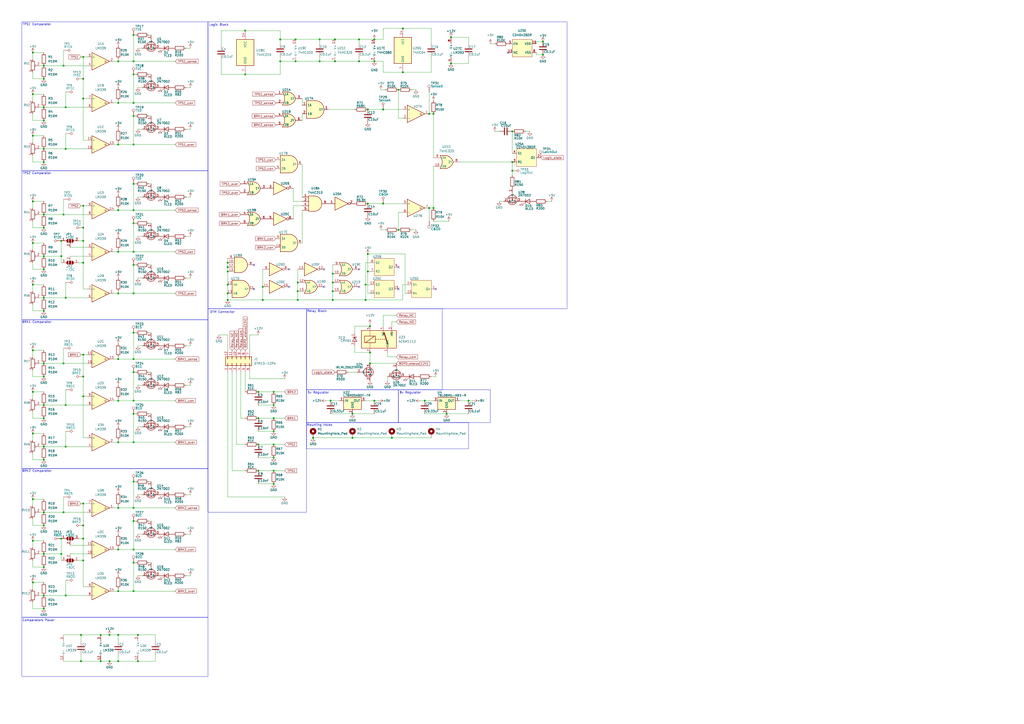
<source format=kicad_sch>
(kicad_sch (version 20250114) (generator "eeschema") (generator_version "9.0")
  (paper "A2")
  (title_block (title "BSPD v4 rev 5") (date "2025-10-09") (company "Rapidamente CU formula team | Nonthapat Chanama"))
  (rectangle (start 120.65 12.7) (end 328.93 179.07))
  (rectangle (start 231.14 226.06) (end 284.48 245.11))
  (rectangle (start 177.8 179.07) (end 256.54 226.06))
  (rectangle (start 177.8 226.06) (end 231.14 245.11))
  (rectangle (start 12.7 185.42) (end 120.65 271.78))
  (rectangle (start 12.7 358.14) (end 120.65 392.43))
  (rectangle (start 12.7 271.78) (end 120.65 358.14))
  (rectangle (start 177.8 245.11) (end 271.78 260.35))
  (rectangle (start 12.7 99.06) (end 120.65 185.42))
  (rectangle (start 120.65 179.07) (end 177.8 297.18))
  (rectangle (start 12.7 12.7) (end 120.65 99.06))
  (text "8v Regulator" (at 237.998 227.838 0) (effects (font (size 1.27 1.27))))
  (text "TPS1 Comparator\n" (at 21.336 14.224 0) (effects (font (size 1.27 1.27))))
  (text "Relay Block\n" (at 183.896 180.594 0) (effects (font (size 1.27 1.27))))
  (text "DTM Connector" (at 129.032 181.102 0) (effects (font (size 1.27 1.27))))
  (text "5v Regulator" (at 184.658 227.838 0) (effects (font (size 1.27 1.27))))
  (text "TPS2 Comparator\n" (at 21.336 100.584 0) (effects (font (size 1.27 1.27))))
  (text "BRK2 Comparator\n" (at 21.336 273.304 0) (effects (font (size 1.27 1.27))))
  (text "Logic Block\n" (at 127 14.478 0) (effects (font (size 1.27 1.27))))
  (text "Comparators Power" (at 22.352 359.918 0) (effects (font (size 1.27 1.27))))
  (text "Mounting Holes" (at 185.42 246.634 0) (effects (font (size 1.27 1.27))))
  (text "BRK1 Comparator\n" (at 21.336 186.944 0) (effects (font (size 1.27 1.27))))
  (junction (at 204.47 240.03))
  (junction (at 25.4 132.08))
  (junction (at 19.05 227.33))
  (junction (at 19.05 30.48))
  (junction (at 297.18 99.06))
  (junction (at 77.47 215.9))
  (junction (at 77.47 318.77))
  (junction (at 35.56 148.59))
  (junction (at 158.75 273.05))
  (junction (at 48.26 312.42))
  (junction (at 77.47 20.32))
  (junction (at 231.14 133.35))
  (junction (at 191.77 232.41))
  (junction (at 25.4 172.72))
  (junction (at 149.86 257.81))
  (junction (at 48.26 57.15))
  (junction (at 171.45 35.56))
  (junction (at 48.26 325.12))
  (junction (at 152.4 173.99))
  (junction (at 68.58 342.9))
  (junction (at 25.4 124.46))
  (junction (at 25.4 93.98))
  (junction (at 36.83 38.1))
  (junction (at 158.75 234.95))
  (junction (at 48.26 229.87))
  (junction (at 193.04 163.83))
  (junction (at 77.47 302.26))
  (junction (at 38.1 234.95))
  (junction (at 213.36 147.32))
  (junction (at 171.45 22.86))
  (junction (at 19.05 251.46))
  (junction (at 25.4 69.85))
  (junction (at 162.56 22.86))
  (junction (at 204.47 254))
  (junction (at 25.4 266.7))
  (junction (at 149.86 242.57))
  (junction (at 36.83 297.18))
  (junction (at 213.36 63.5))
  (junction (at 246.38 232.41))
  (junction (at 19.05 78.74))
  (junction (at 48.26 139.7))
  (junction (at 251.46 66.04))
  (junction (at 80.01 383.54))
  (junction (at 142.24 43.18))
  (junction (at 185.42 35.56))
  (junction (at 208.28 22.86))
  (junction (at 251.46 120.65))
  (junction (at 25.4 353.06))
  (junction (at 233.68 41.91))
  (junction (at 214.63 204.47))
  (junction (at 38.1 345.44))
  (junction (at 25.4 234.95))
  (junction (at 77.47 129.54))
  (junction (at 68.58 383.54))
  (junction (at 25.4 86.36))
  (junction (at 77.47 170.18))
  (junction (at 261.62 36.83))
  (junction (at 158.75 227.33))
  (junction (at 162.56 35.56))
  (junction (at 248.92 66.04))
  (junction (at 132.08 152.4))
  (junction (at 48.26 33.02))
  (junction (at 77.47 83.82))
  (junction (at 158.75 280.67))
  (junction (at 297.18 76.2))
  (junction (at 68.58 232.41))
  (junction (at 77.47 208.28))
  (junction (at 68.58 35.56))
  (junction (at 248.92 120.65))
  (junction (at 58.42 383.54))
  (junction (at 214.63 210.82))
  (junction (at 222.25 63.5))
  (junction (at 77.47 67.31))
  (junction (at 217.17 22.86))
  (junction (at 19.05 54.61))
  (junction (at 142.24 17.78))
  (junction (at 38.1 259.08))
  (junction (at 35.56 312.42))
  (junction (at 58.42 368.3))
  (junction (at 48.26 292.1))
  (junction (at 25.4 242.57))
  (junction (at 38.1 62.23))
  (junction (at 194.31 22.86))
  (junction (at 158.75 242.57))
  (junction (at 63.5 368.3))
  (junction (at 231.14 52.07))
  (junction (at 297.18 93.98))
  (junction (at 48.26 119.38))
  (junction (at 68.58 59.69))
  (junction (at 48.26 45.72))
  (junction (at 25.4 45.72))
  (junction (at 68.58 368.3))
  (junction (at 48.26 304.8))
  (junction (at 193.04 158.75))
  (junction (at 212.09 173.99))
  (junction (at 25.4 321.31))
  (junction (at 227.33 254))
  (junction (at 19.05 203.2))
  (junction (at 77.47 35.56))
  (junction (at 25.4 180.34))
  (junction (at 48.26 132.08))
  (junction (at 77.47 193.04))
  (junction (at 158.75 265.43))
  (junction (at 212.09 165.1))
  (junction (at 152.4 166.37))
  (junction (at 46.99 368.3))
  (junction (at 68.58 146.05))
  (junction (at 181.61 254))
  (junction (at 77.47 43.18))
  (junction (at 19.05 289.56))
  (junction (at 68.58 121.92))
  (junction (at 77.47 59.69))
  (junction (at 25.4 156.21))
  (junction (at 314.96 31.75))
  (junction (at 25.4 304.8))
  (junction (at 25.4 148.59))
  (junction (at 68.58 318.77))
  (junction (at 48.26 152.4))
  (junction (at 132.08 173.99))
  (junction (at 38.1 172.72))
  (junction (at 172.72 168.91))
  (junction (at 36.83 124.46))
  (junction (at 25.4 210.82))
  (junction (at 132.08 170.18))
  (junction (at 314.96 24.13))
  (junction (at 48.26 218.44))
  (junction (at 193.04 168.91))
  (junction (at 77.47 279.4))
  (junction (at 25.4 218.44))
  (junction (at 185.42 22.86))
  (junction (at 158.75 250.19))
  (junction (at 172.72 173.99))
  (junction (at 36.83 210.82))
  (junction (at 19.05 337.82))
  (junction (at 77.47 326.39))
  (junction (at 259.08 240.03))
  (junction (at 63.5 383.54))
  (junction (at 149.86 227.33))
  (junction (at 25.4 297.18))
  (junction (at 25.4 345.44))
  (junction (at 214.63 189.23))
  (junction (at 35.56 139.7))
  (junction (at 77.47 294.64))
  (junction (at 77.47 232.41))
  (junction (at 213.36 157.48))
  (junction (at 77.47 256.54))
  (junction (at 194.31 35.56))
  (junction (at 25.4 38.1))
  (junction (at 217.17 232.41))
  (junction (at 19.05 140.97))
  (junction (at 68.58 294.64))
  (junction (at 77.47 240.03))
  (junction (at 68.58 208.28))
  (junction (at 35.56 321.31))
  (junction (at 222.25 118.11))
  (junction (at 46.99 383.54))
  (junction (at 233.68 16.51))
  (junction (at 193.04 173.99))
  (junction (at 68.58 83.82))
  (junction (at 271.78 232.41))
  (junction (at 77.47 153.67))
  (junction (at 25.4 259.08))
  (junction (at 132.08 157.48))
  (junction (at 25.4 62.23))
  (junction (at 158.75 257.81))
  (junction (at 19.05 116.84))
  (junction (at 77.47 121.92))
  (junction (at 77.47 106.68))
  (junction (at 217.17 35.56))
  (junction (at 132.08 154.94))
  (junction (at 68.58 256.54))
  (junction (at 19.05 165.1))
  (junction (at 261.62 21.59))
  (junction (at 149.86 273.05))
  (junction (at 77.47 342.9))
  (junction (at 77.47 146.05))
  (junction (at 38.1 86.36))
  (junction (at 208.28 35.56))
  (junction (at 132.08 165.1))
  (junction (at 25.4 328.93))
  (junction (at 68.58 170.18))
  (junction (at 172.72 163.83))
  (junction (at 80.01 368.3))
  (junction (at 48.26 205.74))
  (junction (at 19.05 313.69))
  (junction (at 213.36 118.11))
  (no_connect (at 294.64 30.48))
  (no_connect (at 208.28 156.21))
  (no_connect (at 167.64 166.37))
  (no_connect (at 147.32 167.64))
  (no_connect (at 167.64 156.21))
  (no_connect (at 187.96 156.21))
  (no_connect (at 208.28 166.37))
  (no_connect (at 231.14 167.64))
  (no_connect (at 231.14 154.94))
  (no_connect (at 252.73 167.64))
  (no_connect (at 187.96 166.37))
  (no_connect (at 147.32 153.67))
  (wire (pts (xy 162.56 43.18) (xy 162.56 35.56)))
  (wire (pts (xy 19.05 341.63) (xy 19.05 337.82)))
  (wire (pts (xy 19.05 176.53) (xy 19.05 180.34)))
  (wire (pts (xy 77.47 256.54) (xy 101.6 256.54)))
  (wire (pts (xy 214.63 165.1) (xy 212.09 165.1)))
  (wire (pts (xy 68.58 294.64) (xy 77.47 294.64)))
  (wire (pts (xy 77.47 153.67) (xy 78.74 153.67)))
  (wire (pts (xy 251.46 128.27) (xy 260.35 128.27)))
  (wire (pts (xy 149.86 242.57) (xy 158.75 242.57)))
  (wire (pts (xy 231.14 68.58) (xy 233.68 68.58)))
  (wire (pts (xy 212.09 165.1) (xy 212.09 173.99)))
  (wire (pts (xy 77.47 318.77) (xy 101.6 318.77)))
  (wire (pts (xy 142.24 215.9) (xy 142.24 227.33)))
  (wire (pts (xy 68.58 120.65) (xy 68.58 121.92)))
  (wire (pts (xy 68.58 34.29) (xy 68.58 35.56)))
  (wire (pts (xy 77.47 59.69) (xy 101.6 59.69)))
  (wire (pts (xy 266.7 93.98) (xy 297.18 93.98)))
  (wire (pts (xy 191.77 232.41) (xy 196.85 232.41)))
  (wire (pts (xy 77.47 240.03) (xy 78.74 240.03)))
  (wire (pts (xy 77.47 326.39) (xy 78.74 326.39)))
  (wire (pts (xy 297.18 76.2) (xy 297.18 88.9)))
  (wire (pts (xy 68.58 232.41) (xy 77.47 232.41)))
  (wire (pts (xy 36.83 383.54) (xy 46.99 383.54)))
  (wire (pts (xy 205.74 200.66) (xy 205.74 204.47)))
  (wire (pts (xy 48.26 33.02) (xy 50.8 33.02)))
  (wire (pts (xy 205.74 189.23) (xy 214.63 189.23)))
  (wire (pts (xy 227.33 254) (xy 250.19 254)))
  (wire (pts (xy 250.19 16.51) (xy 250.19 25.4)))
  (wire (pts (xy 38.1 53.34) (xy 38.1 62.23)))
  (wire (pts (xy 231.14 52.07) (xy 231.14 68.58)))
  (wire (pts (xy 68.58 121.92) (xy 77.47 121.92)))
  (wire (pts (xy 22.86 259.08) (xy 25.4 259.08)))
  (wire (pts (xy 77.47 153.67) (xy 77.47 170.18)))
  (wire (pts (xy 48.26 33.02) (xy 48.26 45.72)))
  (wire (pts (xy 80.01 223.52) (xy 82.55 223.52)))
  (wire (pts (xy 25.4 62.23) (xy 38.1 62.23)))
  (wire (pts (xy 251.46 66.04) (xy 251.46 91.44)))
  (wire (pts (xy 208.28 33.02) (xy 208.28 35.56)))
  (wire (pts (xy 204.47 254) (xy 227.33 254)))
  (wire (pts (xy 241.3 52.07) (xy 238.76 52.07)))
  (wire (pts (xy 149.86 265.43) (xy 158.75 265.43)))
  (wire (pts (xy 80.01 309.88) (xy 82.55 309.88)))
  (wire (pts (xy 45.72 312.42) (xy 48.26 312.42)))
  (wire (pts (xy 297.18 93.98) (xy 297.18 99.06)))
  (wire (pts (xy 48.26 292.1) (xy 48.26 304.8)))
  (wire (pts (xy 170.18 109.22) (xy 170.18 116.84)))
  (wire (pts (xy 46.99 205.74) (xy 48.26 205.74)))
  (wire (pts (xy 213.36 118.11) (xy 222.25 118.11)))
  (wire (pts (xy 158.75 227.33) (xy 165.1 227.33)))
  (wire (pts (xy 48.26 312.42) (xy 48.26 325.12)))
  (wire (pts (xy 152.4 173.99) (xy 152.4 166.37)))
  (wire (pts (xy 77.47 240.03) (xy 77.47 256.54)))
  (wire (pts (xy 158.75 257.81) (xy 165.1 257.81)))
  (wire (pts (xy 48.26 304.8) (xy 48.26 312.42)))
  (wire (pts (xy 77.47 302.26) (xy 77.47 318.77)))
  (wire (pts (xy 25.4 345.44) (xy 38.1 345.44)))
  (wire (pts (xy 19.05 45.72) (xy 19.05 41.91)))
  (wire (pts (xy 25.4 259.08) (xy 38.1 259.08)))
  (wire (pts (xy 86.36 302.26) (xy 87.63 302.26)))
  (wire (pts (xy 19.05 30.48) (xy 19.05 34.29)))
  (wire (pts (xy 77.47 43.18) (xy 77.47 59.69)))
  (wire (pts (xy 35.56 321.31) (xy 35.56 325.12)))
  (wire (pts (xy 19.05 168.91) (xy 19.05 165.1)))
  (wire (pts (xy 68.58 59.69) (xy 68.58 58.42)))
  (wire (pts (xy 86.36 129.54) (xy 87.63 129.54)))
  (wire (pts (xy 19.05 262.89) (xy 19.05 266.7)))
  (wire (pts (xy 25.4 210.82) (xy 36.83 210.82)))
  (wire (pts (xy 19.05 90.17) (xy 19.05 93.98)))
  (wire (pts (xy 311.15 30.48) (xy 311.15 31.75)))
  (wire (pts (xy 132.08 157.48) (xy 132.08 165.1)))
  (wire (pts (xy 137.16 257.81) (xy 142.24 257.81)))
  (wire (pts (xy 107.95 287.02) (xy 110.49 287.02)))
  (wire (pts (xy 158.75 273.05) (xy 165.1 273.05)))
  (wire (pts (xy 86.36 240.03) (xy 87.63 240.03)))
  (wire (pts (xy 58.42 368.3) (xy 63.5 368.3)))
  (wire (pts (xy 22.86 297.18) (xy 25.4 297.18)))
  (wire (pts (xy 48.26 132.08) (xy 48.26 139.7)))
  (wire (pts (xy 66.04 170.18) (xy 68.58 170.18)))
  (wire (pts (xy 38.1 259.08) (xy 50.8 259.08)))
  (wire (pts (xy 162.56 17.78) (xy 162.56 22.86)))
  (wire (pts (xy 90.17 368.3) (xy 90.17 372.11)))
  (wire (pts (xy 205.74 204.47) (xy 214.63 204.47)))
  (wire (pts (xy 142.24 43.18) (xy 162.56 43.18)))
  (wire (pts (xy 144.78 215.9) (xy 144.78 219.71)))
  (wire (pts (xy 38.1 163.83) (xy 38.1 172.72)))
  (wire (pts (xy 77.47 193.04) (xy 77.47 208.28)))
  (wire (pts (xy 86.36 326.39) (xy 87.63 326.39)))
  (wire (pts (xy 35.56 312.42) (xy 35.56 321.31)))
  (wire (pts (xy 139.7 242.57) (xy 142.24 242.57)))
  (wire (pts (xy 25.4 297.18) (xy 36.83 297.18)))
  (wire (pts (xy 77.47 170.18) (xy 101.6 170.18)))
  (wire (pts (xy 77.47 208.28) (xy 101.6 208.28)))
  (wire (pts (xy 25.4 172.72) (xy 38.1 172.72)))
  (wire (pts (xy 250.19 33.02) (xy 250.19 41.91)))
  (wire (pts (xy 77.47 326.39) (xy 77.47 342.9)))
  (wire (pts (xy 107.95 137.16) (xy 110.49 137.16)))
  (wire (pts (xy 205.74 193.04) (xy 205.74 189.23)))
  (wire (pts (xy 68.58 368.3) (xy 80.01 368.3)))
  (wire (pts (xy 224.79 218.44) (xy 224.79 220.98)))
  (wire (pts (xy 46.99 119.38) (xy 48.26 119.38)))
  (wire (pts (xy 304.8 76.2) (xy 307.34 76.2)))
  (wire (pts (xy 68.58 170.18) (xy 68.58 168.91)))
  (wire (pts (xy 19.05 116.84) (xy 19.05 120.65)))
  (wire (pts (xy 80.01 114.3) (xy 82.55 114.3)))
  (wire (pts (xy 19.05 266.7) (xy 25.4 266.7)))
  (wire (pts (xy 19.05 66.04) (xy 19.05 69.85)))
  (wire (pts (xy 213.36 170.18) (xy 214.63 170.18)))
  (wire (pts (xy 36.83 29.21) (xy 36.83 38.1)))
  (wire (pts (xy 19.05 251.46) (xy 25.4 251.46)))
  (wire (pts (xy 48.26 218.44) (xy 48.26 229.87)))
  (wire (pts (xy 68.58 207.01) (xy 68.58 208.28)))
  (wire (pts (xy 271.78 21.59) (xy 271.78 25.4)))
  (wire (pts (xy 19.05 289.56) (xy 25.4 289.56)))
  (wire (pts (xy 274.32 232.41) (xy 271.78 232.41)))
  (wire (pts (xy 162.56 33.02) (xy 162.56 35.56)))
  (wire (pts (xy 19.05 203.2) (xy 25.4 203.2)))
  (wire (pts (xy 25.4 124.46) (xy 36.83 124.46)))
  (wire (pts (xy 19.05 69.85) (xy 25.4 69.85)))
  (wire (pts (xy 19.05 78.74) (xy 25.4 78.74)))
  (wire (pts (xy 68.58 256.54) (xy 68.58 255.27)))
  (wire (pts (xy 63.5 383.54) (xy 58.42 383.54)))
  (wire (pts (xy 259.08 240.03) (xy 271.78 240.03)))
  (wire (pts (xy 80.01 247.65) (xy 82.55 247.65)))
  (wire (pts (xy 172.72 168.91) (xy 172.72 173.99)))
  (wire (pts (xy 80.01 27.94) (xy 82.55 27.94)))
  (wire (pts (xy 48.26 205.74) (xy 50.8 205.74)))
  (wire (pts (xy 48.26 57.15) (xy 48.26 81.28)))
  (wire (pts (xy 128.27 34.29) (xy 128.27 43.18)))
  (wire (pts (xy 19.05 242.57) (xy 25.4 242.57)))
  (wire (pts (xy 48.26 292.1) (xy 50.8 292.1)))
  (wire (pts (xy 222.25 118.11) (xy 233.68 118.11)))
  (wire (pts (xy 68.58 256.54) (xy 77.47 256.54)))
  (wire (pts (xy 19.05 231.14) (xy 19.05 227.33)))
  (wire (pts (xy 66.04 294.64) (xy 68.58 294.64)))
  (wire (pts (xy 189.23 232.41) (xy 191.77 232.41)))
  (wire (pts (xy 77.47 232.41) (xy 101.6 232.41)))
  (wire (pts (xy 222.25 189.23) (xy 222.25 182.88)))
  (wire (pts (xy 38.1 345.44) (xy 50.8 345.44)))
  (wire (pts (xy 36.83 288.29) (xy 36.83 297.18)))
  (wire (pts (xy 38.1 250.19) (xy 38.1 259.08)))
  (wire (pts (xy 68.58 383.54) (xy 80.01 383.54)))
  (wire (pts (xy 233.68 16.51) (xy 250.19 16.51)))
  (wire (pts (xy 107.95 114.3) (xy 110.49 114.3)))
  (wire (pts (xy 66.04 121.92) (xy 68.58 121.92)))
  (wire (pts (xy 19.05 132.08) (xy 19.05 128.27)))
  (wire (pts (xy 193.04 158.75) (xy 193.04 163.83)))
  (wire (pts (xy 175.26 66.04) (xy 175.26 69.85)))
  (wire (pts (xy 77.47 342.9) (xy 101.6 342.9)))
  (wire (pts (xy 45.72 325.12) (xy 48.26 325.12)))
  (wire (pts (xy 213.36 63.5) (xy 222.25 63.5)))
  (wire (pts (xy 68.58 379.73) (xy 68.58 383.54)))
  (wire (pts (xy 311.15 24.13) (xy 314.96 24.13)))
  (wire (pts (xy 50.8 57.15) (xy 48.26 57.15)))
  (wire (pts (xy 68.58 146.05) (xy 77.47 146.05)))
  (wire (pts (xy 77.47 294.64) (xy 101.6 294.64)))
  (wire (pts (xy 77.47 302.26) (xy 78.74 302.26)))
  (wire (pts (xy 66.04 256.54) (xy 68.58 256.54)))
  (wire (pts (xy 68.58 383.54) (xy 63.5 383.54)))
  (wire (pts (xy 212.09 173.99) (xy 193.04 173.99)))
  (wire (pts (xy 25.4 86.36) (xy 38.1 86.36)))
  (wire (pts (xy 80.01 383.54) (xy 90.17 383.54)))
  (wire (pts (xy 68.58 146.05) (xy 68.58 144.78)))
  (wire (pts (xy 213.36 147.32) (xy 234.95 147.32)))
  (wire (pts (xy 127 194.31) (xy 132.08 194.31)))
  (wire (pts (xy 46.99 292.1) (xy 48.26 292.1)))
  (wire (pts (xy 68.58 342.9) (xy 68.58 341.63)))
  (wire (pts (xy 68.58 342.9) (xy 77.47 342.9)))
  (wire (pts (xy 77.47 106.68) (xy 78.74 106.68)))
  (wire (pts (xy 68.58 35.56) (xy 77.47 35.56)))
  (wire (pts (xy 248.92 120.65) (xy 248.92 128.27)))
  (wire (pts (xy 19.05 325.12) (xy 19.05 328.93)))
  (wire (pts (xy 132.08 149.86) (xy 132.08 152.4)))
  (wire (pts (xy 231.14 123.19) (xy 233.68 123.19)))
  (wire (pts (xy 193.04 173.99) (xy 172.72 173.99)))
  (wire (pts (xy 48.26 152.4) (xy 48.26 167.64)))
  (wire (pts (xy 128.27 17.78) (xy 142.24 17.78)))
  (wire (pts (xy 38.1 172.72) (xy 50.8 172.72)))
  (wire (pts (xy 48.26 254) (xy 50.8 254)))
  (wire (pts (xy 297.18 99.06) (xy 297.18 101.6)))
  (wire (pts (xy 170.18 119.38) (xy 175.26 119.38)))
  (wire (pts (xy 48.26 139.7) (xy 48.26 152.4)))
  (wire (pts (xy 142.24 17.78) (xy 162.56 17.78)))
  (wire (pts (xy 175.26 57.15) (xy 175.26 60.96)))
  (wire (pts (xy 208.28 22.86) (xy 217.17 22.86)))
  (wire (pts (xy 80.01 334.01) (xy 82.55 334.01)))
  (wire (pts (xy 66.04 342.9) (xy 68.58 342.9)))
  (wire (pts (xy 86.36 20.32) (xy 87.63 20.32)))
  (wire (pts (xy 25.4 321.31) (xy 35.56 321.31)))
  (wire (pts (xy 185.42 33.02) (xy 185.42 35.56)))
  (wire (pts (xy 217.17 22.86) (xy 222.25 22.86)))
  (wire (pts (xy 212.09 232.41) (xy 217.17 232.41)))
  (wire (pts (xy 222.25 22.86) (xy 222.25 16.51)))
  (wire (pts (xy 77.47 20.32) (xy 77.47 35.56)))
  (wire (pts (xy 224.79 207.01) (xy 229.87 207.01)))
  (wire (pts (xy 38.1 77.47) (xy 38.1 86.36)))
  (wire (pts (xy 193.04 163.83) (xy 193.04 168.91)))
  (wire (pts (xy 107.95 309.88) (xy 110.49 309.88)))
  (wire (pts (xy 19.05 116.84) (xy 25.4 116.84)))
  (wire (pts (xy 107.95 223.52) (xy 110.49 223.52)))
  (wire (pts (xy 68.58 83.82) (xy 77.47 83.82)))
  (wire (pts (xy 311.15 31.75) (xy 314.96 31.75)))
  (wire (pts (xy 68.58 368.3) (xy 68.58 372.11)))
  (wire (pts (xy 77.47 35.56) (xy 101.6 35.56)))
  (wire (pts (xy 149.86 227.33) (xy 158.75 227.33)))
  (wire (pts (xy 48.26 340.36) (xy 50.8 340.36)))
  (wire (pts (xy 36.83 201.93) (xy 36.83 210.82)))
  (wire (pts (xy 22.86 62.23) (xy 25.4 62.23)))
  (wire (pts (xy 36.83 38.1) (xy 50.8 38.1)))
  (wire (pts (xy 266.7 232.41) (xy 271.78 232.41)))
  (wire (pts (xy 68.58 170.18) (xy 77.47 170.18)))
  (wire (pts (xy 214.63 152.4) (xy 212.09 152.4)))
  (wire (pts (xy 172.72 156.21) (xy 172.72 163.83)))
  (wire (pts (xy 233.68 173.99) (xy 212.09 173.99)))
  (wire (pts (xy 224.79 204.47) (xy 224.79 207.01)))
  (wire (pts (xy 38.1 336.55) (xy 38.1 345.44)))
  (wire (pts (xy 19.05 140.97) (xy 25.4 140.97)))
  (wire (pts (xy 248.92 120.65) (xy 251.46 120.65)))
  (wire (pts (xy 152.4 156.21) (xy 152.4 166.37)))
  (wire (pts (xy 22.86 86.36) (xy 25.4 86.36)))
  (wire (pts (xy 19.05 180.34) (xy 25.4 180.34)))
  (wire (pts (xy 214.63 204.47) (xy 214.63 210.82)))
  (wire (pts (xy 107.95 200.66) (xy 110.49 200.66)))
  (wire (pts (xy 19.05 289.56) (xy 19.05 293.37)))
  (wire (pts (xy 46.99 383.54) (xy 58.42 383.54)))
  (wire (pts (xy 251.46 96.52) (xy 251.46 120.65)))
  (wire (pts (xy 19.05 30.48) (xy 25.4 30.48)))
  (wire (pts (xy 35.56 139.7) (xy 35.56 148.59)))
  (wire (pts (xy 193.04 153.67) (xy 193.04 158.75)))
  (wire (pts (xy 68.58 293.37) (xy 68.58 294.64)))
  (wire (pts (xy 201.93 215.9) (xy 207.01 215.9)))
  (wire (pts (xy 208.28 25.4) (xy 208.28 22.86)))
  (wire (pts (xy 170.18 127) (xy 170.18 119.38)))
  (wire (pts (xy 77.47 106.68) (xy 77.47 121.92)))
  (wire (pts (xy 19.05 82.55) (xy 19.05 78.74)))
  (wire (pts (xy 317.5 116.84) (xy 320.04 116.84)))
  (wire (pts (xy 36.83 210.82) (xy 50.8 210.82)))
  (wire (pts (xy 271.78 36.83) (xy 271.78 33.02)))
  (wire (pts (xy 66.04 232.41) (xy 68.58 232.41)))
  (wire (pts (xy 149.86 273.05) (xy 158.75 273.05)))
  (wire (pts (xy 46.99 368.3) (xy 58.42 368.3)))
  (wire (pts (xy 149.86 280.67) (xy 158.75 280.67)))
  (wire (pts (xy 19.05 313.69) (xy 25.4 313.69)))
  (wire (pts (xy 132.08 215.9) (xy 132.08 288.29)))
  (wire (pts (xy 152.4 173.99) (xy 172.72 173.99)))
  (wire (pts (xy 77.47 279.4) (xy 77.47 294.64)))
  (wire (pts (xy 193.04 168.91) (xy 193.04 173.99)))
  (wire (pts (xy 68.58 232.41) (xy 68.58 231.14)))
  (wire (pts (xy 86.36 153.67) (xy 87.63 153.67)))
  (wire (pts (xy 132.08 152.4) (xy 132.08 154.94)))
  (wire (pts (xy 77.47 129.54) (xy 78.74 129.54)))
  (wire (pts (xy 248.92 53.34) (xy 248.92 66.04)))
  (wire (pts (xy 63.5 368.3) (xy 68.58 368.3)))
  (wire (pts (xy 22.86 234.95) (xy 25.4 234.95)))
  (wire (pts (xy 48.26 119.38) (xy 48.26 132.08)))
  (wire (pts (xy 107.95 50.8) (xy 110.49 50.8)))
  (wire (pts (xy 219.71 232.41) (xy 217.17 232.41)))
  (wire (pts (xy 19.05 304.8) (xy 25.4 304.8)))
  (wire (pts (xy 190.5 63.5) (xy 205.74 63.5)))
  (wire (pts (xy 134.62 273.05) (xy 142.24 273.05)))
  (wire (pts (xy 66.04 208.28) (xy 68.58 208.28)))
  (wire (pts (xy 194.31 35.56) (xy 208.28 35.56)))
  (wire (pts (xy 231.14 133.35) (xy 231.14 123.19)))
  (wire (pts (xy 86.36 193.04) (xy 87.63 193.04)))
  (wire (pts (xy 19.05 328.93) (xy 25.4 328.93)))
  (wire (pts (xy 19.05 93.98) (xy 25.4 93.98)))
  (wire (pts (xy 139.7 215.9) (xy 139.7 242.57)))
  (wire (pts (xy 19.05 304.8) (xy 19.05 300.99)))
  (wire (pts (xy 243.84 232.41) (xy 246.38 232.41)))
  (wire (pts (xy 68.58 318.77) (xy 77.47 318.77)))
  (wire (pts (xy 45.72 139.7) (xy 48.26 139.7)))
  (wire (pts (xy 46.99 33.02) (xy 48.26 33.02)))
  (wire (pts (xy 48.26 167.64) (xy 50.8 167.64)))
  (wire (pts (xy 162.56 25.4) (xy 162.56 22.86)))
  (wire (pts (xy 38.1 234.95) (xy 50.8 234.95)))
  (wire (pts (xy 289.56 116.84) (xy 292.1 116.84)))
  (wire (pts (xy 80.01 287.02) (xy 82.55 287.02)))
  (wire (pts (xy 175.26 95.25) (xy 175.26 114.3)))
  (wire (pts (xy 45.72 152.4) (xy 48.26 152.4)))
  (wire (pts (xy 19.05 132.08) (xy 25.4 132.08)))
  (wire (pts (xy 144.78 203.2) (xy 144.78 194.31)))
  (wire (pts (xy 80.01 161.29) (xy 82.55 161.29)))
  (wire (pts (xy 19.05 349.25) (xy 19.05 353.06)))
  (wire (pts (xy 86.36 67.31) (xy 87.63 67.31)))
  (wire (pts (xy 22.86 38.1) (xy 25.4 38.1)))
  (wire (pts (xy 77.47 83.82) (xy 101.6 83.82)))
  (wire (pts (xy 36.83 297.18) (xy 50.8 297.18)))
  (wire (pts (xy 149.86 257.81) (xy 158.75 257.81)))
  (wire (pts (xy 248.92 66.04) (xy 251.46 66.04)))
  (wire (pts (xy 234.95 147.32) (xy 234.95 170.18)))
  (wire (pts (xy 19.05 317.5) (xy 19.05 313.69)))
  (wire (pts (xy 149.86 250.19) (xy 158.75 250.19)))
  (wire (pts (xy 162.56 35.56) (xy 171.45 35.56)))
  (wire (pts (xy 132.08 194.31) (xy 132.08 203.2)))
  (wire (pts (xy 132.08 288.29) (xy 165.1 288.29)))
  (wire (pts (xy 19.05 58.42) (xy 19.05 54.61)))
  (wire (pts (xy 19.05 45.72) (xy 25.4 45.72)))
  (wire (pts (xy 222.25 35.56) (xy 222.25 41.91)))
  (wire (pts (xy 132.08 170.18) (xy 132.08 173.99)))
  (wire (pts (xy 246.38 232.41) (xy 251.46 232.41)))
  (wire (pts (xy 19.05 203.2) (xy 19.05 207.01)))
  (wire (pts (xy 287.02 76.2) (xy 289.56 76.2)))
  (wire (pts (xy 162.56 22.86) (xy 171.45 22.86)))
  (wire (pts (xy 22.86 345.44) (xy 25.4 345.44)))
  (wire (pts (xy 66.04 146.05) (xy 68.58 146.05)))
  (wire (pts (xy 22.86 321.31) (xy 25.4 321.31)))
  (wire (pts (xy 77.47 43.18) (xy 78.74 43.18)))
  (wire (pts (xy 171.45 22.86) (xy 185.42 22.86)))
  (wire (pts (xy 80.01 50.8) (xy 82.55 50.8)))
  (wire (pts (xy 77.47 146.05) (xy 101.6 146.05)))
  (wire (pts (xy 22.86 210.82) (xy 25.4 210.82)))
  (wire (pts (xy 22.86 148.59) (xy 25.4 148.59)))
  (wire (pts (xy 185.42 35.56) (xy 194.31 35.56)))
  (wire (pts (xy 40.64 143.51) (xy 50.8 143.51)))
  (wire (pts (xy 66.04 83.82) (xy 68.58 83.82)))
  (wire (pts (xy 107.95 161.29) (xy 110.49 161.29)))
  (wire (pts (xy 46.99 383.54) (xy 46.99 379.73)))
  (wire (pts (xy 220.98 133.35) (xy 223.52 133.35)))
  (wire (pts (xy 22.86 124.46) (xy 25.4 124.46)))
  (wire (pts (xy 48.26 81.28) (xy 50.8 81.28)))
  (wire (pts (xy 19.05 156.21) (xy 25.4 156.21)))
  (wire (pts (xy 25.4 234.95) (xy 38.1 234.95)))
  (wire (pts (xy 222.25 63.5) (xy 233.68 63.5)))
  (wire (pts (xy 107.95 247.65) (xy 110.49 247.65)))
  (wire (pts (xy 40.64 148.59) (xy 50.8 148.59)))
  (wire (pts (xy 261.62 21.59) (xy 271.78 21.59)))
  (wire (pts (xy 227.33 186.69) (xy 229.87 186.69)))
  (wire (pts (xy 77.47 20.32) (xy 78.74 20.32)))
  (wire (pts (xy 213.36 147.32) (xy 213.36 157.48)))
  (wire (pts (xy 80.01 137.16) (xy 82.55 137.16)))
  (wire (pts (xy 36.83 115.57) (xy 36.83 124.46)))
  (wire (pts (xy 48.26 229.87) (xy 48.26 254)))
  (wire (pts (xy 128.27 26.67) (xy 128.27 17.78)))
  (wire (pts (xy 220.98 52.07) (xy 223.52 52.07)))
  (wire (pts (xy 36.83 124.46) (xy 50.8 124.46)))
  (wire (pts (xy 233.68 41.91) (xy 250.19 41.91)))
  (wire (pts (xy 19.05 152.4) (xy 19.05 156.21)))
  (wire (pts (xy 68.58 318.77) (xy 68.58 317.5)))
  (wire (pts (xy 19.05 238.76) (xy 19.05 242.57)))
  (wire (pts (xy 86.36 279.4) (xy 87.63 279.4)))
  (wire (pts (xy 194.31 22.86) (xy 208.28 22.86)))
  (wire (pts (xy 132.08 154.94) (xy 132.08 157.48)))
  (wire (pts (xy 19.05 353.06) (xy 25.4 353.06)))
  (wire (pts (xy 66.04 318.77) (xy 68.58 318.77)))
  (wire (pts (xy 36.83 368.3) (xy 46.99 368.3)))
  (wire (pts (xy 204.47 240.03) (xy 217.17 240.03)))
  (wire (pts (xy 236.22 165.1) (xy 233.68 165.1)))
  (wire (pts (xy 233.68 165.1) (xy 233.68 173.99)))
  (wire (pts (xy 19.05 227.33) (xy 25.4 227.33)))
  (wire (pts (xy 46.99 368.3) (xy 46.99 372.11)))
  (wire (pts (xy 80.01 74.93) (xy 82.55 74.93)))
  (wire (pts (xy 86.36 215.9) (xy 87.63 215.9)))
  (wire (pts (xy 214.63 187.96) (xy 214.63 189.23)))
  (wire (pts (xy 40.64 321.31) (xy 50.8 321.31)))
  (wire (pts (xy 86.36 106.68) (xy 87.63 106.68)))
  (wire (pts (xy 132.08 165.1) (xy 132.08 170.18)))
  (wire (pts (xy 68.58 59.69) (xy 77.47 59.69)))
  (wire (pts (xy 217.17 35.56) (xy 222.25 35.56)))
  (wire (pts (xy 222.25 182.88) (xy 229.87 182.88)))
  (wire (pts (xy 77.47 67.31) (xy 77.47 83.82)))
  (wire (pts (xy 128.27 43.18) (xy 142.24 43.18)))
  (wire (pts (xy 137.16 215.9) (xy 137.16 257.81)))
  (wire (pts (xy 77.47 215.9) (xy 77.47 232.41)))
  (wire (pts (xy 19.05 255.27) (xy 19.05 251.46)))
  (wire (pts (xy 40.64 316.23) (xy 50.8 316.23)))
  (wire (pts (xy 66.04 59.69) (xy 68.58 59.69)))
  (wire (pts (xy 22.86 172.72) (xy 25.4 172.72)))
  (wire (pts (xy 170.18 116.84) (xy 175.26 116.84)))
  (wire (pts (xy 19.05 144.78) (xy 19.05 140.97)))
  (wire (pts (xy 181.61 254) (xy 204.47 254)))
  (wire (pts (xy 66.04 35.56) (xy 68.58 35.56)))
  (wire (pts (xy 214.63 210.82) (xy 229.87 210.82)))
  (wire (pts (xy 241.3 133.35) (xy 238.76 133.35)))
  (wire (pts (xy 185.42 25.4) (xy 185.42 22.86)))
  (wire (pts (xy 144.78 219.71) (xy 165.1 219.71)))
  (wire (pts (xy 171.45 35.56) (xy 185.42 35.56)))
  (wire (pts (xy 77.47 67.31) (xy 78.74 67.31)))
  (wire (pts (xy 158.75 242.57) (xy 165.1 242.57)))
  (wire (pts (xy 132.08 173.99) (xy 152.4 173.99)))
  (wire (pts (xy 38.1 62.23) (xy 50.8 62.23)))
  (wire (pts (xy 35.56 148.59) (xy 35.56 152.4)))
  (wire (pts (xy 213.36 157.48) (xy 214.63 157.48)))
  (wire (pts (xy 68.58 208.28) (xy 77.47 208.28)))
  (wire (pts (xy 38.1 226.06) (xy 38.1 234.95)))
  (wire (pts (xy 80.01 200.66) (xy 82.55 200.66)))
  (wire (pts (xy 107.95 27.94) (xy 110.49 27.94)))
  (wire (pts (xy 25.4 148.59) (xy 35.56 148.59)))
  (wire (pts (xy 80.01 368.3) (xy 90.17 368.3)))
  (wire (pts (xy 222.25 41.91) (xy 233.68 41.91)))
  (wire (pts (xy 107.95 74.93) (xy 110.49 74.93)))
  (wire (pts (xy 172.72 163.83) (xy 172.72 168.91)))
  (wire (pts (xy 175.26 121.92) (xy 175.26 140.97)))
  (wire (pts (xy 191.77 240.03) (xy 204.47 240.03)))
  (wire (pts (xy 284.48 25.4) (xy 287.02 25.4)))
  (wire (pts (xy 48.26 325.12) (xy 48.26 340.36)))
  (wire (pts (xy 144.78 194.31) (xy 149.86 194.31)))
  (wire (pts (xy 77.47 129.54) (xy 77.47 146.05)))
  (wire (pts (xy 48.26 205.74) (xy 48.26 218.44)))
  (wire (pts (xy 19.05 218.44) (xy 25.4 218.44)))
  (wire (pts (xy 77.47 193.04) (xy 78.74 193.04)))
  (wire (pts (xy 19.05 165.1) (xy 25.4 165.1)))
  (wire (pts (xy 246.38 240.03) (xy 259.08 240.03)))
  (wire (pts (xy 68.58 83.82) (xy 68.58 82.55)))
  (wire (pts (xy 250.19 218.44) (xy 252.73 218.44)))
  (wire (pts (xy 107.95 334.01) (xy 110.49 334.01)))
  (wire (pts (xy 19.05 337.82) (xy 25.4 337.82)))
  (wire (pts (xy 227.33 186.69) (xy 227.33 189.23)))
  (wire (pts (xy 38.1 86.36) (xy 50.8 86.36)))
  (wire (pts (xy 77.47 215.9) (xy 78.74 215.9)))
  (wire (pts (xy 86.36 43.18) (xy 87.63 43.18)))
  (wire (pts (xy 25.4 38.1) (xy 36.83 38.1)))
  (wire (pts (xy 90.17 379.73) (xy 90.17 383.54)))
  (wire (pts (xy 212.09 152.4) (xy 212.09 165.1)))
  (wire (pts (xy 48.26 119.38) (xy 50.8 119.38)))
  (wire (pts (xy 19.05 54.61) (xy 25.4 54.61)))
  (wire (pts (xy 185.42 22.86) (xy 194.31 22.86)))
  (wire (pts (xy 149.86 234.95) (xy 158.75 234.95)))
  (wire (pts (xy 261.62 36.83) (xy 271.78 36.83)))
  (wire (pts (xy 134.62 215.9) (xy 134.62 273.05)))
  (wire (pts (xy 208.28 35.56) (xy 217.17 35.56)))
  (wire (pts (xy 213.36 157.48) (xy 213.36 170.18)))
  (wire (pts (xy 311.15 25.4) (xy 311.15 24.13)))
  (wire (pts (xy 234.95 170.18) (xy 236.22 170.18)))
  (wire (pts (xy 77.47 279.4) (xy 78.74 279.4)))
  (wire (pts (xy 50.8 229.87) (xy 48.26 229.87)))
  (wire (pts (xy 77.47 121.92) (xy 101.6 121.92)))
  (wire (pts (xy 19.05 218.44) (xy 19.05 214.63)))
  (wire (pts (xy 222.25 16.51) (xy 233.68 16.51)))
  (wire (pts (xy 48.26 45.72) (xy 48.26 57.15)))
  (global_label "BRK1" (shape input) (at 165.1 242.57 0) (property "Intersheetrefs" "${INTERSHEET_REFS}" (effects (hide yes))))
  (global_label "BRK2_sense" (shape input) (at 101.6 294.64 0) (property "Intersheetrefs" "${INTERSHEET_REFS}" (effects (hide yes))))
  (global_label "Logic_state" (shape input) (at 194.31 215.9 180) (property "Intersheetrefs" "${INTERSHEET_REFS}" (effects (hide yes))))
  (global_label "BRK1_sense" (shape input) (at 101.6 208.28 0) (property "Intersheetrefs" "${INTERSHEET_REFS}" (effects (hide yes))))
  (global_label "TPS1_over" (shape input) (at 139.7 106.68 180) (property "Intersheetrefs" "${INTERSHEET_REFS}" (effects (hide yes))))
  (global_label "Relay_NC" (shape input) (at 229.87 182.88 0) (property "Intersheetrefs" "${INTERSHEET_REFS}" (effects (hide yes))))
  (global_label "Relay_com" (shape input) (at 139.7 203.2 90) (property "Intersheetrefs" "${INTERSHEET_REFS}" (effects (hide yes))))
  (global_label "TPS1_con" (shape input) (at 160.02 92.71 180) (property "Intersheetrefs" "${INTERSHEET_REFS}" (effects (hide yes))))
  (global_label "TPS2_over" (shape input) (at 101.6 170.18 0) (property "Intersheetrefs" "${INTERSHEET_REFS}" (effects (hide yes))))
  (global_label "BRK1_sense" (shape input) (at 160.02 67.31 180) (property "Intersheetrefs" "${INTERSHEET_REFS}" (effects (hide yes))))
  (global_label "BRK2_over" (shape input) (at 101.6 342.9 0) (property "Intersheetrefs" "${INTERSHEET_REFS}" (effects (hide yes))))
  (global_label "Relay_NO" (shape input) (at 137.16 203.2 90) (property "Intersheetrefs" "${INTERSHEET_REFS}" (effects (hide yes))))
  (global_label "TPS1" (shape input) (at 46.99 33.02 180) (property "Intersheetrefs" "${INTERSHEET_REFS}" (effects (hide yes))))
  (global_label "BRK2_con" (shape input) (at 101.6 318.77 0) (property "Intersheetrefs" "${INTERSHEET_REFS}" (effects (hide yes))))
  (global_label "BSPD_status(12V)" (shape input) (at 142.24 203.2 90) (property "Intersheetrefs" "${INTERSHEET_REFS}" (effects (hide yes))))
  (global_label "TPS2_con" (shape input) (at 160.02 97.79 180) (property "Intersheetrefs" "${INTERSHEET_REFS}" (effects (hide yes))))
  (global_label "TPS2_over" (shape input) (at 139.7 111.76 180) (property "Intersheetrefs" "${INTERSHEET_REFS}" (effects (hide yes))))
  (global_label "BRK2_over" (shape input) (at 139.7 129.54 180) (property "Intersheetrefs" "${INTERSHEET_REFS}" (effects (hide yes))))
  (global_label "Relay_NC" (shape input) (at 134.62 203.2 90) (property "Intersheetrefs" "${INTERSHEET_REFS}" (effects (hide yes))))
  (global_label "Relay_NO" (shape input) (at 229.87 186.69 0) (property "Intersheetrefs" "${INTERSHEET_REFS}" (effects (hide yes))))
  (global_label "BRK1_con" (shape input) (at 160.02 138.43 180) (property "Intersheetrefs" "${INTERSHEET_REFS}" (effects (hide yes))))
  (global_label "TPS2" (shape input) (at 46.99 119.38 180) (property "Intersheetrefs" "${INTERSHEET_REFS}" (effects (hide yes))))
  (global_label "BRK2_sense" (shape input) (at 160.02 72.39 180) (property "Intersheetrefs" "${INTERSHEET_REFS}" (effects (hide yes))))
  (global_label "TPS2_sense" (shape input) (at 101.6 121.92 0) (property "Intersheetrefs" "${INTERSHEET_REFS}" (effects (hide yes))))
  (global_label "Logic_state" (shape input) (at 313.69 91.44 0) (property "Intersheetrefs" "${INTERSHEET_REFS}" (effects (hide yes))))
  (global_label "TPS1_sense" (shape input) (at 101.6 35.56 0) (property "Intersheetrefs" "${INTERSHEET_REFS}" (effects (hide yes))))
  (global_label "TPS2" (shape input) (at 165.1 257.81 0) (property "Intersheetrefs" "${INTERSHEET_REFS}" (effects (hide yes))))
  (global_label "TPS1_con" (shape input) (at 101.6 59.69 0) (property "Intersheetrefs" "${INTERSHEET_REFS}" (effects (hide yes))))
  (global_label "TPS2_con" (shape input) (at 101.6 146.05 0) (property "Intersheetrefs" "${INTERSHEET_REFS}" (effects (hide yes))))
  (global_label "TPS2_sense" (shape input) (at 160.02 59.69 180) (property "Intersheetrefs" "${INTERSHEET_REFS}" (effects (hide yes))))
  (global_label "BRK1_over" (shape input) (at 139.7 124.46 180) (property "Intersheetrefs" "${INTERSHEET_REFS}" (effects (hide yes))))
  (global_label "TPS1" (shape input) (at 165.1 273.05 0) (property "Intersheetrefs" "${INTERSHEET_REFS}" (effects (hide yes))))
  (global_label "BRK1_con" (shape input) (at 101.6 232.41 0) (property "Intersheetrefs" "${INTERSHEET_REFS}" (effects (hide yes))))
  (global_label "BSPD_status(12V)" (shape input) (at 229.87 210.82 0) (property "Intersheetrefs" "${INTERSHEET_REFS}" (effects (hide yes))))
  (global_label "TPS1_sense" (shape input) (at 160.02 54.61 180) (property "Intersheetrefs" "${INTERSHEET_REFS}" (effects (hide yes))))
  (global_label "BRK2" (shape input) (at 46.99 292.1 180) (property "Intersheetrefs" "${INTERSHEET_REFS}" (effects (hide yes))))
  (global_label "BRK2_con" (shape input) (at 160.02 143.51 180) (property "Intersheetrefs" "${INTERSHEET_REFS}" (effects (hide yes))))
  (global_label "TPS1_over" (shape input) (at 101.6 83.82 0) (property "Intersheetrefs" "${INTERSHEET_REFS}" (effects (hide yes))))
  (global_label "BRK2" (shape input) (at 165.1 227.33 0) (property "Intersheetrefs" "${INTERSHEET_REFS}" (effects (hide yes))))
  (global_label "Relay_com" (shape input) (at 229.87 207.01 0) (property "Intersheetrefs" "${INTERSHEET_REFS}" (effects (hide yes))))
  (global_label "BRK1" (shape input) (at 46.99 205.74 180) (property "Intersheetrefs" "${INTERSHEET_REFS}" (effects (hide yes))))
  (global_label "BRK1_over" (shape input) (at 101.6 256.54 0) (property "Intersheetrefs" "${INTERSHEET_REFS}" (effects (hide yes))))
  (symbol (lib_id "Device:R") (at 68.58 251.46 0) (unit 1)
    (property "Reference" "R33" (at 69.85 250.19 0) (effects (justify left)))
    (property "Value" "R10K" (at 69.85 252.73 0) (effects (justify left)))
    (property "Footprint" "Resistor_SMD:R_0805_2012Metric_Pad1.20x1.40mm_HandSolder" (effects (hide yes)))
    (property "Datasheet" "https://www.lcsc.com/product-detail/C84376.html?s_z=n_C84376" (effects (hide yes)))
    (property "Description" "Resistor" (effects (hide yes)))
  )
  (symbol (lib_id "power:+8V") (at 19.05 251.46 0) (unit 1)
    (property "Reference" "#PWR03" (effects (hide yes)))
    (property "Value" "+8V" (at 19.05 247.904 0))
    (property "Description" "Power symbol creates a global label with name \"+8V\"" (effects (hide yes)))
  )
  (symbol (lib_id "power:+5V") (at 68.58 161.29 0) (unit 1)
    (property "Reference" "#PWR032" (effects (hide yes)))
    (property "Value" "+5V" (at 68.58 157.734 0))
    (property "Description" "Power symbol creates a global label with name \"+5V\"" (effects (hide yes)))
  )
  (symbol (lib_id "MOSFETs:Nexperia_2N7002") (at 91.44 281.94 270) (unit 1)
    (property "Reference" "U14" (at 90.932 281.686 90) (effects (justify left)))
    (property "Value" "2N7002" (at 90.932 283.464 90) (effects (justify left)))
    (property "Footprint" "Package_TO_SOT_SMD:SOT-23_Handsoldering" (effects (hide yes)))
    (property "Datasheet" "https://www.lcsc.com/product-detail/C65189.html" (effects (hide yes)))
  )
  (symbol (lib_id "Device:R_Potentiometer_Trim") (at 19.05 345.44 0) (unit 1)
    (property "Reference" "RV12" (at 17.526 344.17 0) (effects (justify right)))
    (property "Value" "R_Potentiometer_Trim" (effects (hide yes)))
    (property "Footprint" "Variable resistor:SIP-3P tirmpot" (effects (hide yes)))
    (property "Datasheet" "https://www.lcsc.com/product-detail/C118954.html?s_z=n_C118954" (effects (hide yes)))
    (property "Description" "Trim-potentiometer" (effects (hide yes)))
  )
  (symbol (lib_id "Device:R") (at 68.58 116.84 0) (unit 1)
    (property "Reference" "R28" (at 69.85 115.57 0) (effects (justify left)))
    (property "Value" "R10K" (at 69.85 118.11 0) (effects (justify left)))
    (property "Footprint" "Resistor_SMD:R_0805_2012Metric_Pad1.20x1.40mm_HandSolder" (effects (hide yes)))
    (property "Datasheet" "https://www.lcsc.com/product-detail/C84376.html?s_z=n_C84376" (effects (hide yes)))
    (property "Description" "Resistor" (effects (hide yes)))
  )
  (symbol (lib_id "power:GND") (at 80.01 334.01 0) (unit 1)
    (property "Reference" "#PWR050" (effects (hide yes)))
    (property "Value" "GND" (at 80.01 337.566 0))
    (property "Description" "Power symbol creates a global label with name \"GND\" , ground" (effects (hide yes)))
  )
  (symbol (lib_id "power:GND") (at 80.01 309.88 0) (unit 1)
    (property "Reference" "#PWR049" (effects (hide yes)))
    (property "Value" "GND" (at 80.01 313.436 0))
    (property "Description" "Power symbol creates a global label with name \"GND\" , ground" (effects (hide yes)))
  )
  (symbol (lib_id "power:+5V") (at 251.46 58.42 0) (unit 1)
    (property "Reference" "#PWR086" (effects (hide yes)))
    (property "Value" "+5V" (at 251.46 54.61 0))
    (property "Description" "Power symbol creates a global label with name \"+5V\"" (effects (hide yes)))
  )
  (symbol (lib_id "Custom_connectors:Test_hook") (at 36.83 201.93 270) (unit 1)
    (property "Reference" "TP3" (at 37.084 198.12 90) (effects (justify left)))
    (property "Value" "TestHook" (effects (hide yes)))
    (property "Footprint" "Test Hook:ronghe RH-5015" (effects (hide yes)))
    (property "Datasheet" "https://www.lcsc.com/product-detail/C5199798.html?s_z=n_C5199798" (effects (hide yes)))
    (property "Description" "RB1S" (at 37.084 199.898 90) (effects (justify left)))
  )
  (symbol (lib_id "Device:R") (at 82.55 279.4 270) (unit 1)
    (property "Reference" "R46" (at 81.788 281.686 90))
    (property "Value" "R150" (at 82.296 283.464 90))
    (property "Footprint" "Resistor_SMD:R_0805_2012Metric_Pad1.20x1.40mm_HandSolder" (effects (hide yes)))
    (property "Datasheet" "https://www.lcsc.com/product-detail/C17471.html?s_z=n_C17471" (effects (hide yes)))
    (property "Description" "Resistor" (effects (hide yes)))
  )
  (symbol (lib_id "MOSFETs:Nexperia_2N7002") (at 91.44 195.58 270) (unit 1)
    (property "Reference" "U11" (at 90.932 195.326 90) (effects (justify left)))
    (property "Value" "2N7002" (at 90.932 197.104 90) (effects (justify left)))
    (property "Footprint" "Package_TO_SOT_SMD:SOT-23_Handsoldering" (effects (hide yes)))
    (property "Datasheet" "https://www.lcsc.com/product-detail/C65189.html" (effects (hide yes)))
  )
  (symbol (lib_id "power:+5V") (at 68.58 137.16 0) (unit 1)
    (property "Reference" "#PWR031" (effects (hide yes)))
    (property "Value" "+5V" (at 68.58 133.604 0))
    (property "Description" "Power symbol creates a global label with name \"+5V\"" (effects (hide yes)))
  )
  (symbol (lib_id "Device:R") (at 25.4 231.14 0) (unit 1) (in_bom no)
    (property "Reference" "R15" (at 27.94 229.8699 0) (effects (justify left)))
    (property "Value" "R10M" (at 27.94 232.4099 0) (effects (justify left)))
    (property "Footprint" "Resistor_SMD:R_0805_2012Metric_Pad1.20x1.40mm_HandSolder" (effects (hide yes)))
    (property "Description" "Resistor" (effects (hide yes)))
  )
  (symbol (lib_id "Device:LED") (at 96.52 137.16 0) (unit 1)
    (property "Reference" "D5" (at 94.996 139.7 0) (effects (justify left)))
    (property "Value" "GLED" (at 94.996 141.478 0) (effects (justify left)))
    (property "Footprint" "LED_SMD:LED_0805_2012Metric_Pad1.15x1.40mm_HandSolder" (effects (hide yes)))
    (property "Datasheet" "https://www.lcsc.com/product-detail/C2986041.html" (effects (hide yes)))
    (property "Description" "Light emitting diode" (effects (hide yes)))
    (property "Sim.Pins" "1=K 2=A" (effects (hide yes)))
  )
  (symbol (lib_id "power:GND") (at 224.79 220.98 0) (unit 1)
    (property "Reference" "#PWR083" (effects (hide yes)))
    (property "Value" "GND" (at 224.79 224.536 0))
    (property "Description" "Power symbol creates a global label with name \"GND\" , ground" (effects (hide yes)))
  )
  (symbol (lib_id "Custom_connectors:Test_pad") (at 77.47 20.32 0) (unit 1) (in_bom no)
    (property "Reference" "TP17" (at 78.486 15.24 0) (effects (justify left)))
    (property "Value" "Testpad" (effects (hide yes)))
    (property "Footprint" "Test Hook:Custom_Testpad" (effects (hide yes)))
    (property "Description" "T1S" (at 78.486 17.018 0) (effects (justify left)))
  )
  (symbol (lib_id "Logic_gates:Nexperia_74HC08D") (at 162.56 143.51 0) (unit 3)
    (property "Reference" "U17" (at 164.338 134.62 0))
    (property "Value" "74HC08D" (effects (hide yes)))
    (property "Footprint" "Package_SO:SOIC-14_3.9x8.7mm_P1.27mm" (effects (hide yes)))
    (property "Datasheet" "https://www.lcsc.com/product-detail/C5593.html?s_z=n_74HC08" (effects (hide yes)))
  )
  (symbol (lib_id "Device:R") (at 104.14 27.94 270) (unit 1)
    (property "Reference" "R49" (at 103.378 30.226 90))
    (property "Value" "R200" (at 103.886 32.004 90))
    (property "Footprint" "Resistor_SMD:R_0805_2012Metric_Pad1.20x1.40mm_HandSolder" (effects (hide yes)))
    (property "Datasheet" "https://www.lcsc.com/product-detail/C2933534.html" (effects (hide yes)))
    (property "Description" "Resistor" (effects (hide yes)))
  )
  (symbol (lib_id "Device:C") (at 213.36 121.92 0) (unit 1)
    (property "Reference" "C14" (at 213.614 119.888 0) (effects (justify left)))
    (property "Value" "C10uF" (at 213.614 124.206 0) (effects (justify left)))
    (property "Footprint" "Capacitor_SMD:C_0805_2012Metric_Pad1.18x1.45mm_HandSolder" (effects (hide yes)))
    (property "Datasheet" "https://www.lcsc.com/product-detail/C15850.html?s_z=n_C15850" (effects (hide yes)))
    (property "Description" "Unpolarized capacitor" (effects (hide yes)))
  )
  (symbol (lib_id "power:+12V") (at 63.5 368.3 0) (unit 1)
    (property "Reference" "#PWR025" (effects (hide yes)))
    (property "Value" "+12V" (at 63.5 364.744 0))
    (property "Description" "Power symbol creates a global label with name \"+12V\"" (effects (hide yes)))
  )
  (symbol (lib_id "Device:R") (at 68.58 54.61 0) (unit 1)
    (property "Reference" "R26" (at 69.85 53.34 0) (effects (justify left)))
    (property "Value" "R10K" (at 69.85 55.88 0) (effects (justify left)))
    (property "Footprint" "Resistor_SMD:R_0805_2012Metric_Pad1.20x1.40mm_HandSolder" (effects (hide yes)))
    (property "Datasheet" "https://www.lcsc.com/product-detail/C84376.html?s_z=n_C84376" (effects (hide yes)))
    (property "Description" "Resistor" (effects (hide yes)))
  )
  (symbol (lib_id "power:+12V") (at 261.62 21.59 0) (unit 1)
    (property "Reference" "#PWR098" (effects (hide yes)))
    (property "Value" "+12V" (at 261.62 18.034 0))
    (property "Description" "Power symbol creates a global label with name \"+12V\"" (effects (hide yes)))
  )
  (symbol (lib_id "Custom_connectors:Test_hook") (at 36.83 115.57 270) (unit 1)
    (property "Reference" "TP2" (at 37.084 111.76 90) (effects (justify left)))
    (property "Value" "TestHook" (effects (hide yes)))
    (property "Footprint" "Test Hook:ronghe RH-5015" (effects (hide yes)))
    (property "Datasheet" "https://www.lcsc.com/product-detail/C5199798.html?s_z=n_C5199798" (effects (hide yes)))
    (property "Description" "RT2S" (at 37.084 113.538 90) (effects (justify left)))
  )
  (symbol (lib_id "Device:R") (at 251.46 62.23 0) (unit 1)
    (property "Reference" "R78" (at 252.73 60.96 0) (effects (justify left)))
    (property "Value" "R10K" (at 252.73 63.5 0) (effects (justify left)))
    (property "Footprint" "Resistor_SMD:R_0805_2012Metric_Pad1.20x1.40mm_HandSolder" (effects (hide yes)))
    (property "Datasheet" "https://www.lcsc.com/product-detail/C84376.html?s_z=n_C84376" (effects (hide yes)))
    (property "Description" "Resistor" (effects (hide yes)))
  )
  (symbol (lib_id "Logic_gates:Nexperia_74HC21D") (at 182.88 118.11 0) (unit 1)
    (property "Reference" "U18" (at 182.8703 109.22 0))
    (property "Value" "74HC21D" (at 182.8703 111.76 0))
    (property "Footprint" "Package_SO:SOIC-14_3.9x8.7mm_P1.27mm" (effects (hide yes)))
    (property "Datasheet" "https://www.lcsc.com/product-detail/C5617.html" (effects (hide yes)))
    (property "Description" "Dual 4-input AND" (effects (hide yes)))
  )
  (symbol (lib_id "power:+5V") (at 287.02 76.2 0) (unit 1)
    (property "Reference" "#PWR090" (effects (hide yes)))
    (property "Value" "+5V" (at 287.02 72.39 0))
    (property "Description" "Power symbol creates a global label with name \"+5V\"" (effects (hide yes)))
  )
  (symbol (lib_id "Logic_gates:Nexperia_74HC08D") (at 162.56 97.79 0) (unit 2)
    (property "Reference" "U17" (at 164.338 88.9 0))
    (property "Value" "74HC08D" (effects (hide yes)))
    (property "Footprint" "Package_SO:SOIC-14_3.9x8.7mm_P1.27mm" (effects (hide yes)))
    (property "Datasheet" "https://www.lcsc.com/product-detail/C5593.html?s_z=n_74HC08" (effects (hide yes)))
  )
  (symbol (lib_id "Device:R") (at 158.75 246.38 0) (unit 1)
    (property "Reference" "R66" (at 160.02 245.11 0) (effects (justify left)))
    (property "Value" "R10K" (at 160.02 247.65 0) (effects (justify left)))
    (property "Footprint" "Resistor_SMD:R_0805_2012Metric_Pad1.20x1.40mm_HandSolder" (effects (hide yes)))
    (property "Datasheet" "https://www.lcsc.com/product-detail/C84376.html?s_z=n_C84376" (effects (hide yes)))
    (property "Description" "Resistor" (effects (hide yes)))
  )
  (symbol (lib_id "power:+8V") (at 19.05 165.1 0) (unit 1)
    (property "Reference" "#PWR06" (effects (hide yes)))
    (property "Value" "+8V" (at 19.05 161.544 0))
    (property "Description" "Power symbol creates a global label with name \"+8V\"" (effects (hide yes)))
  )
  (symbol (lib_id "power:+5V") (at 314.96 24.13 0) (unit 1)
    (property "Reference" "#PWR093" (effects (hide yes)))
    (property "Value" "+5V" (at 314.96 20.574 0))
    (property "Description" "Power symbol creates a global label with name \"+5V\"" (effects (hide yes)))
  )
  (symbol (lib_id "Logic_gates:Nexperia_74HC32D") (at 257.81 93.98 0) (unit 3)
    (property "Reference" "U21" (at 259.08 85.09 0))
    (property "Value" "74HC32D" (at 259.08 87.63 0))
    (property "Footprint" "Package_SO:SOIC-14_3.9x8.7mm_P1.27mm" (effects (hide yes)))
    (property "Datasheet" "https://www.lcsc.com/product-detail/C5632.html?s_z=n_C5632" (effects (hide yes)))
  )
  (symbol (lib_id "Device:LED") (at 96.52 27.94 0) (unit 1)
    (property "Reference" "D1" (at 94.996 30.48 0) (effects (justify left)))
    (property "Value" "YLED" (at 94.996 32.258 0) (effects (justify left)))
    (property "Footprint" "LED_SMD:LED_0805_2012Metric_Pad1.15x1.40mm_HandSolder" (effects (hide yes)))
    (property "Datasheet" "https://www.lcsc.com/product-detail/C965814.html" (effects (hide yes)))
    (property "Description" "Light emitting diode" (effects (hide yes)))
    (property "Sim.Pins" "1=K 2=A" (effects (hide yes)))
  )
  (symbol (lib_id "Device:R") (at 25.4 152.4 0) (unit 1) (in_bom no)
    (property "Reference" "R10" (at 27.94 151.1299 0) (effects (justify left)))
    (property "Value" "R10M" (at 27.94 153.6699 0) (effects (justify left)))
    (property "Footprint" "Resistor_SMD:R_0805_2012Metric_Pad1.20x1.40mm_HandSolder" (effects (hide yes)))
    (property "Description" "Resistor" (effects (hide yes)))
  )
  (symbol (lib_id "Custom_connectors:Test_hook") (at 48.26 132.08 90) (unit 1)
    (property "Reference" "TP14" (at 46.99 128.27 90) (effects (justify left)))
    (property "Value" "TestHook" (effects (hide yes)))
    (property "Footprint" "Test Hook:ronghe RH-5015" (effects (hide yes)))
    (property "Datasheet" "https://www.lcsc.com/product-detail/C5199798.html?s_z=n_C5199798" (effects (hide yes)))
    (property "Description" "TPS2" (at 46.99 130.048 90) (effects (justify left)))
  )
  (symbol (lib_id "Device:LED") (at 96.52 287.02 0) (unit 1)
    (property "Reference" "D10" (at 94.996 289.56 0) (effects (justify left)))
    (property "Value" "YLED" (at 94.996 291.338 0) (effects (justify left)))
    (property "Footprint" "LED_SMD:LED_0805_2012Metric_Pad1.15x1.40mm_HandSolder" (effects (hide yes)))
    (property "Datasheet" "https://www.lcsc.com/product-detail/C965814.html" (effects (hide yes)))
    (property "Description" "Light emitting diode" (effects (hide yes)))
    (property "Sim.Pins" "1=K 2=A" (effects (hide yes)))
  )
  (symbol (lib_id "power:GND") (at 213.36 125.73 0) (unit 1)
    (property "Reference" "#PWR075" (effects (hide yes)))
    (property "Value" "GND" (at 213.36 129.54 0))
    (property "Description" "Power symbol creates a global label with name \"GND\" , ground" (effects (hide yes)))
  )
  (symbol (lib_id "Device:R") (at 297.18 105.41 0) (unit 1)
    (property "Reference" "R81" (at 300.482 105.41 0))
    (property "Value" "R150" (at 300.99 107.188 0))
    (property "Footprint" "Resistor_SMD:R_0805_2012Metric_Pad1.20x1.40mm_HandSolder" (effects (hide yes)))
    (property "Datasheet" "https://www.lcsc.com/product-detail/C17471.html?s_z=n_C17471" (effects (hide yes)))
    (property "Description" "Resistor" (effects (hide yes)))
  )
  (symbol (lib_id "power:+5V") (at 165.1 219.71 0) (unit 1)
    (property "Reference" "#PWR069" (effects (hide yes)))
    (property "Value" "+5V" (at 165.1 216.154 0))
    (property "Description" "Power symbol creates a global label with name \"+5V\"" (effects (hide yes)))
  )
  (symbol (lib_id "Logic_gates:Nexperia_74HC32D") (at 166.37 57.15 0) (unit 1)
    (property "Reference" "U21" (at 166.116 52.07 0))
    (property "Value" "74HC32D" (effects (hide yes)))
    (property "Footprint" "Package_SO:SOIC-14_3.9x8.7mm_P1.27mm" (effects (hide yes)))
    (property "Datasheet" "https://www.lcsc.com/product-detail/C5632.html?s_z=n_C5632" (effects (hide yes)))
  )
  (symbol (lib_id "Device:R_Potentiometer_Trim") (at 19.05 124.46 0) (unit 1)
    (property "Reference" "RV4" (at 17.526 123.19 0) (effects (justify right)))
    (property "Value" "R_Potentiometer_Trim" (effects (hide yes)))
    (property "Footprint" "Variable resistor:SIP-3P tirmpot" (effects (hide yes)))
    (property "Datasheet" "https://www.lcsc.com/product-detail/C118954.html?s_z=n_C118954" (effects (hide yes)))
    (property "Description" "Trim-potentiometer" (effects (hide yes)))
  )
  (symbol (lib_id "power:GND") (at 80.01 74.93 0) (unit 1)
    (property "Reference" "#PWR041" (effects (hide yes)))
    (property "Value" "GND" (at 80.01 78.486 0))
    (property "Description" "Power symbol creates a global label with name \"GND\" , ground" (effects (hide yes)))
  )
  (symbol (lib_id "Device:R") (at 68.58 140.97 0) (unit 1)
    (property "Reference" "R29" (at 69.85 139.7 0) (effects (justify left)))
    (property "Value" "R10K" (at 69.85 142.24 0) (effects (justify left)))
    (property "Footprint" "Resistor_SMD:R_0805_2012Metric_Pad1.20x1.40mm_HandSolder" (effects (hide yes)))
    (property "Datasheet" "https://www.lcsc.com/product-detail/C84376.html?s_z=n_C84376" (effects (hide yes)))
    (property "Description" "Resistor" (effects (hide yes)))
  )
  (symbol (lib_id "power:GND") (at 80.01 223.52 0) (unit 1)
    (property "Reference" "#PWR046" (effects (hide yes)))
    (property "Value" "GND" (at 80.01 227.076 0))
    (property "Description" "Power symbol creates a global label with name \"GND\" , ground" (effects (hide yes)))
  )
  (symbol (lib_id "power:GND") (at 241.3 133.35 0) (unit 1)
    (property "Reference" "#PWR085" (effects (hide yes)))
    (property "Value" "GND" (at 241.3 137.414 0))
    (property "Description" "Power symbol creates a global label with name \"GND\" , ground" (effects (hide yes)))
  )
  (symbol (lib_id "power:+5V") (at 110.49 114.3 0) (unit 1)
    (property "Reference" "#PWR054" (effects (hide yes)))
    (property "Value" "+5V" (at 110.49 110.744 0))
    (property "Description" "Power symbol creates a global label with name \"+5V\"" (effects (hide yes)))
  )
  (symbol (lib_id "Device:C") (at 162.56 29.21 0) (unit 1)
    (property "Reference" "C9" (at 162.814 27.178 0) (effects (justify left)))
    (property "Value" "C0.1uF" (at 162.814 31.496 0) (effects (justify left)))
    (property "Footprint" "Capacitor_SMD:C_0805_2012Metric_Pad1.18x1.45mm_HandSolder" (effects (hide yes)))
    (property "Datasheet" "https://www.lcsc.com/product-detail/C1711.html?s_z=n_C1711" (effects (hide yes)))
    (property "Description" "Unpolarized capacitor" (effects (hide yes)))
  )
  (symbol (lib_id "Device:R") (at 251.46 124.46 0) (unit 1)
    (property "Reference" "R79" (at 252.73 123.19 0) (effects (justify left)))
    (property "Value" "R10K" (at 252.73 125.73 0) (effects (justify left)))
    (property "Footprint" "Resistor_SMD:R_0805_2012Metric_Pad1.20x1.40mm_HandSolder" (effects (hide yes)))
    (property "Datasheet" "https://www.lcsc.com/product-detail/C84376.html?s_z=n_C84376" (effects (hide yes)))
    (property "Description" "Resistor" (effects (hide yes)))
  )
  (symbol (lib_id "Custom_connectors:Test_pad") (at 77.47 153.67 0) (unit 1) (in_bom no)
    (property "Reference" "TP22" (at 78.486 148.59 0) (effects (justify left)))
    (property "Value" "Testpad" (effects (hide yes)))
    (property "Footprint" "Test Hook:Custom_Testpad" (effects (hide yes)))
    (property "Description" "T2O" (at 78.486 150.368 0) (effects (justify left)))
  )
  (symbol (lib_id "power:+5V") (at 68.58 223.52 0) (unit 1)
    (property "Reference" "#PWR034" (effects (hide yes)))
    (property "Value" "+5V" (at 68.58 219.964 0))
    (property "Description" "Power symbol creates a global label with name \"+5V\"" (effects (hide yes)))
  )
  (symbol (lib_id "Custom_connectors:Test_hook") (at 38.1 226.06 270) (unit 1)
    (property "Reference" "TP9" (at 38.354 222.25 90) (effects (justify left)))
    (property "Value" "TestHook" (effects (hide yes)))
    (property "Footprint" "Test Hook:ronghe RH-5015" (effects (hide yes)))
    (property "Datasheet" "https://www.lcsc.com/product-detail/C5199798.html?s_z=n_C5199798" (effects (hide yes)))
    (property "Description" "RB1C" (at 38.354 224.028 90) (effects (justify left)))
  )
  (symbol (lib_id "Custom_connectors:Test_pad") (at 248.92 53.34 0) (unit 1) (in_bom no)
    (property "Reference" "TP31" (at 249.936 48.26 0) (effects (justify left)))
    (property "Value" "Testpad" (effects (hide yes)))
    (property "Footprint" "Test Hook:Custom_Testpad" (effects (hide yes)))
    (property "Description" "SenseD" (at 249.936 50.038 0) (effects (justify left)))
  )
  (symbol (lib_id "power:+5V") (at 19.05 289.56 0) (unit 1)
    (property "Reference" "#PWR010" (effects (hide yes)))
    (property "Value" "+5V" (at 19.05 286.004 0))
    (property "Description" "Power symbol creates a global label with name \"+5V\"" (effects (hide yes)))
  )
  (symbol (lib_id "power:+5V") (at 252.73 218.44 0) (unit 1)
    (property "Reference" "#PWR087" (effects (hide yes)))
    (property "Value" "+5V" (at 252.73 214.884 0))
    (property "Description" "Power symbol creates a global label with name \"+5V\"" (effects (hide yes)))
  )
  (symbol (lib_id "Comparator:LM339") (at 58.42 146.05 0) (unit 1)
    (property "Reference" "U2" (at 58.42 135.89 0))
    (property "Value" "LM339" (at 58.42 138.43 0))
    (property "Footprint" "Package_SO:SOIC-14_3.9x8.7mm_P1.27mm" (effects (hide yes)))
    (property "Datasheet" "https://www.lcsc.com/product-detail/C71036.html?s_z=n_st" (effects (hide yes)))
    (property "Description" "Quad Differential Comparators, SOIC-14/TSSOP-14" (effects (hide yes)))
  )
  (symbol (lib_id "Device:R") (at 158.75 276.86 0) (unit 1)
    (property "Reference" "R68" (at 160.02 275.59 0) (effects (justify left)))
    (property "Value" "R10K" (at 160.02 278.13 0) (effects (justify left)))
    (property "Footprint" "Resistor_SMD:R_0805_2012Metric_Pad1.20x1.40mm_HandSolder" (effects (hide yes)))
    (property "Datasheet" "https://www.lcsc.com/product-detail/C84376.html?s_z=n_C84376" (effects (hide yes)))
    (property "Description" "Resistor" (effects (hide yes)))
  )
  (symbol (lib_id "power:GND") (at 80.01 27.94 0) (unit 1)
    (property "Reference" "#PWR039" (effects (hide yes)))
    (property "Value" "GND" (at 80.01 31.496 0))
    (property "Description" "Power symbol creates a global label with name \"GND\" , ground" (effects (hide yes)))
  )
  (symbol (lib_id "power:GND") (at 158.75 234.95 0) (unit 1)
    (property "Reference" "#PWR065" (effects (hide yes)))
    (property "Value" "GND" (at 158.75 238.506 0))
    (property "Description" "Power symbol creates a global label with name \"GND\" , ground" (effects (hide yes)))
  )
  (symbol (lib_id "power:+5V") (at 19.05 116.84 0) (unit 1)
    (property "Reference" "#PWR04" (effects (hide yes)))
    (property "Value" "+5V" (at 19.05 113.284 0))
    (property "Description" "Power symbol creates a global label with name \"+5V\"" (effects (hide yes)))
  )
  (symbol (lib_id "power:+5V") (at 68.58 50.8 0) (unit 1)
    (property "Reference" "#PWR028" (effects (hide yes)))
    (property "Value" "+5V" (at 68.58 47.244 0))
    (property "Description" "Power symbol creates a global label with name \"+5V\"" (effects (hide yes)))
  )
  (symbol (lib_id "power:GND") (at 63.5 383.54 0) (unit 1)
    (property "Reference" "#PWR026" (effects (hide yes)))
    (property "Value" "GND" (at 63.5 387.096 0))
    (property "Description" "Power symbol creates a global label with name \"GND\" , ground" (effects (hide yes)))
  )
  (symbol (lib_id "Device:C") (at 208.28 29.21 0) (unit 1)
    (property "Reference" "C12" (at 208.534 27.178 0) (effects (justify left)))
    (property "Value" "C0.1uF" (at 208.534 31.496 0) (effects (justify left)))
    (property "Footprint" "Capacitor_SMD:C_0805_2012Metric_Pad1.18x1.45mm_HandSolder" (effects (hide yes)))
    (property "Datasheet" "https://www.lcsc.com/product-detail/C1711.html?s_z=n_C1711" (effects (hide yes)))
    (property "Description" "Unpolarized capacitor" (effects (hide yes)))
  )
  (symbol (lib_id "CMOS:TI_CD4043BDR") (at 299.72 85.09 0) (unit 1)
    (property "Reference" "U25" (at 301.244 83.566 0))
    (property "Value" "CD4043BDR" (at 305.054 85.344 0))
    (property "Footprint" "Package_SO:SOIC-16_3.9x9.9mm_P1.27mm" (effects (hide yes)))
    (property "Datasheet" "https://www.lcsc.com/product-detail/C40131.html?s_z=n_CD4043B" (effects (hide yes)))
  )
  (symbol (lib_id "Device:R") (at 146.05 273.05 90) (unit 1)
    (property "Reference" "R64" (at 143.51 269.24 90) (effects (justify right)))
    (property "Value" "R1K" (at 143.51 271.018 90) (effects (justify right)))
    (property "Footprint" "Resistor_SMD:R_0805_2012Metric_Pad1.20x1.40mm_HandSolder" (effects (hide yes)))
    (property "Datasheet" "https://www.lcsc.com/product-detail/C17513.html" (effects (hide yes)))
    (property "Description" "Resistor" (effects (hide yes)))
  )
  (symbol (lib_id "Device:R") (at 25.4 317.5 0) (unit 1) (in_bom no)
    (property "Reference" "R21" (at 27.94 316.2299 0) (effects (justify left)))
    (property "Value" "R10M" (at 27.94 318.7699 0) (effects (justify left)))
    (property "Footprint" "Resistor_SMD:R_0805_2012Metric_Pad1.20x1.40mm_HandSolder" (effects (hide yes)))
    (property "Description" "Resistor" (effects (hide yes)))
  )
  (symbol (lib_id "Device:C") (at 246.38 236.22 0) (unit 1)
    (property "Reference" "C20" (at 246.634 234.188 0) (effects (justify left)))
    (property "Value" "C0.33uF" (at 246.634 238.506 0) (effects (justify left)))
    (property "Footprint" "Capacitor_SMD:C_0805_2012Metric_Pad1.18x1.45mm_HandSolder" (effects (hide yes)))
    (property "Datasheet" "https://www.lcsc.com/product-detail/C73142.html?s_z=n_C73142" (effects (hide yes)))
    (property "Description" "Unpolarized capacitor" (effects (hide yes)))
  )
  (symbol (lib_id "Custom_connectors:Test_pad") (at 77.47 279.4 0) (unit 1) (in_bom no)
    (property "Reference" "TP26" (at 78.486 274.32 0) (effects (justify left)))
    (property "Value" "Testpad" (effects (hide yes)))
    (property "Footprint" "Test Hook:Custom_Testpad" (effects (hide yes)))
    (property "Description" "B2S" (at 78.486 276.098 0) (effects (justify left)))
  )
  (symbol (lib_id "Mechanical:MountingHole_Pad") (at 227.33 251.46 0) (unit 1) (in_bom no)
    (property "Reference" "H3" (at 229.87 248.9199 0) (effects (justify left)))
    (property "Value" "MountingHole_Pad" (at 229.87 251.4599 0) (effects (justify left)))
    (property "Footprint" "MountingHole:MountingHole_3.2mm_M3_Pad_Via" (effects (hide yes)))
    (property "Description" "Mounting Hole with connection" (effects (hide yes)))
  )
  (symbol (lib_id "Device:C") (at 314.96 27.94 0) (unit 1)
    (property "Reference" "C19" (at 316.738 25.908 0))
    (property "Value" "C0.1uF" (at 318.77 29.972 0))
    (property "Footprint" "Capacitor_SMD:C_0805_2012Metric_Pad1.18x1.45mm_HandSolder" (effects (hide yes)))
    (property "Datasheet" "https://www.lcsc.com/product-detail/C1711.html?s_z=n_C1711" (effects (hide yes)))
    (property "Description" "Unpolarized capacitor" (effects (hide yes)))
  )
  (symbol (lib_id "Custom_connectors:Test_hook") (at 222.25 63.5 0) (unit 1)
    (property "Reference" "TP29" (at 219.71 56.388 0) (effects (justify left)))
    (property "Value" "TestHook" (effects (hide yes)))
    (property "Footprint" "Test Hook:ronghe RH-5015" (effects (hide yes)))
    (property "Datasheet" "https://www.lcsc.com/product-detail/C5199798.html?s_z=n_C5199798" (effects (hide yes)))
    (property "Description" "SenseA" (at 219.71 58.166 0) (effects (justify left)))
  )
  (symbol (lib_id "Device:LED") (at 96.52 50.8 0) (unit 1)
    (property "Reference" "D2" (at 94.996 53.34 0) (effects (justify left)))
    (property "Value" "GLED" (at 94.996 55.118 0) (effects (justify left)))
    (property "Footprint" "LED_SMD:LED_0805_2012Metric_Pad1.15x1.40mm_HandSolder" (effects (hide yes)))
    (property "Datasheet" "https://www.lcsc.com/product-detail/C2986041.html" (effects (hide yes)))
    (property "Description" "Light emitting diode" (effects (hide yes)))
    (property "Sim.Pins" "1=K 2=A" (effects (hide yes)))
  )
  (symbol (lib_id "Device:LED") (at 96.52 247.65 0) (unit 1)
    (property "Reference" "D9" (at 94.996 250.19 0) (effects (justify left)))
    (property "Value" "RLED" (at 94.996 251.968 0) (effects (justify left)))
    (property "Footprint" "LED_SMD:LED_0805_2012Metric_Pad1.15x1.40mm_HandSolder" (effects (hide yes)))
    (property "Datasheet" "https://www.lcsc.com/product-detail/C965812.html?s_z=n_C965812" (effects (hide yes)))
    (property "Description" "Light emitting diode" (effects (hide yes)))
    (property "Sim.Pins" "1=K 2=A" (effects (hide yes)))
  )
  (symbol (lib_id "power:+5V") (at 19.05 30.48 0) (unit 1)
    (property "Reference" "#PWR01" (effects (hide yes)))
    (property "Value" "+5V" (at 19.05 26.924 0))
    (property "Description" "Power symbol creates a global label with name \"+5V\"" (effects (hide yes)))
  )
  (symbol (lib_id "Comparator:LM393") (at 241.3 66.04 0) (unit 1)
    (property "Reference" "U27" (at 242.316 61.722 0))
    (property "Value" "LM393" (effects (hide yes)))
    (property "Footprint" "Package_SO:SOIC-8_3.9x4.9mm_P1.27mm" (effects (hide yes)))
    (property "Datasheet" "https://www.lcsc.com/product-detail/C32901.html?s_z=n_C32901" (effects (hide yes)))
    (property "Description" "Low-Power, Low-Offset Voltage, Dual Comparators, DIP-8/SOIC-8/TO-99-8" (effects (hide yes)))
  )
  (symbol (lib_id "Device:R") (at 25.4 144.78 0) (unit 1) (in_bom no)
    (property "Reference" "R9" (at 27.94 143.5099 0) (effects (justify left)))
    (property "Value" "R10M" (at 27.94 146.0499 0) (effects (justify left)))
    (property "Footprint" "Resistor_SMD:R_0805_2012Metric_Pad1.20x1.40mm_HandSolder" (effects (hide yes)))
    (property "Description" "Resistor" (effects (hide yes)))
  )
  (symbol (lib_id "power:GND") (at 25.4 156.21 0) (unit 1)
    (property "Reference" "#PWR017" (effects (hide yes)))
    (property "Value" "GND" (at 25.4 159.766 0))
    (property "Description" "Power symbol creates a global label with name \"GND\" , ground" (effects (hide yes)))
  )
  (symbol (lib_id "Custom_connectors:Test_hook") (at 35.56 312.42 90) (unit 1)
    (property "Reference" "TP11" (at 30.988 308.61 90) (effects (justify right)))
    (property "Value" "TestHook" (effects (hide yes)))
    (property "Footprint" "Test Hook:ronghe RH-5015" (effects (hide yes)))
    (property "Datasheet" "https://www.lcsc.com/product-detail/C5199798.html?s_z=n_C5199798" (effects (hide yes)))
    (property "Description" "RB2C" (at 30.988 310.388 90) (effects (justify right)))
  )
  (symbol (lib_id "Device:R") (at 313.69 116.84 270) (unit 1)
    (property "Reference" "R83" (at 312.928 119.126 90))
    (property "Value" "R200" (at 313.436 120.904 90))
    (property "Footprint" "Resistor_SMD:R_0805_2012Metric_Pad1.20x1.40mm_HandSolder" (effects (hide yes)))
    (property "Datasheet" "https://www.lcsc.com/product-detail/C2933534.html" (effects (hide yes)))
    (property "Description" "Resistor" (effects (hide yes)))
  )
  (symbol (lib_id "power:+5V") (at 110.49 137.16 0) (unit 1)
    (property "Reference" "#PWR055" (effects (hide yes)))
    (property "Value" "+5V" (at 110.49 133.604 0))
    (property "Description" "Power symbol creates a global label with name \"+5V\"" (effects (hide yes)))
  )
  (symbol (lib_id "Jumper:SolderJumper_3_Open") (at 40.64 152.4 180) (unit 1) (in_bom no)
    (property "Reference" "JP2" (at 38.354 154.686 0) (effects (justify right)))
    (property "Value" "SolderJumper_3_Open" (effects (hide yes)))
    (property "Footprint" "Test Hook:SolderedJumper 3P" (effects (hide yes)))
    (property "Description" "-T2C" (at 38.1 156.464 0) (effects (justify right)))
  )
  (symbol (lib_id "Device:R") (at 25.4 238.76 0) (unit 1) (in_bom no)
    (property "Reference" "R16" (at 27.94 237.4899 0) (effects (justify left)))
    (property "Value" "R10M" (at 27.94 240.0299 0) (effects (justify left)))
    (property "Footprint" "Resistor_SMD:R_0805_2012Metric_Pad1.20x1.40mm_HandSolder" (effects (hide yes)))
    (property "Description" "Resistor" (effects (hide yes)))
  )
  (symbol (lib_id "Device:R") (at 104.14 137.16 270) (unit 1)
    (property "Reference" "R53" (at 103.378 139.446 90))
    (property "Value" "R82" (at 103.378 141.224 90))
    (property "Footprint" "Resistor_SMD:R_0805_2012Metric_Pad1.20x1.40mm_HandSolder" (effects (hide yes)))
    (property "Datasheet" "https://www.lcsc.com/product-detail/C2907287.html" (effects (hide yes)))
    (property "Description" "Resistor" (effects (hide yes)))
  )
  (symbol (lib_id "Device:R") (at 82.55 326.39 90) (unit 1)
    (property "Reference" "R48" (at 82.042 328.676 90))
    (property "Value" "R150" (at 82.55 330.454 90))
    (property "Footprint" "Resistor_SMD:R_0805_2012Metric_Pad1.20x1.40mm_HandSolder" (effects (hide yes)))
    (property "Datasheet" "https://www.lcsc.com/product-detail/C17471.html?s_z=n_C17471" (effects (hide yes)))
    (property "Description" "Resistor" (effects (hide yes)))
  )
  (symbol (lib_id "power:+12V") (at 149.86 194.31 0) (unit 1)
    (property "Reference" "#PWR064" (effects (hide yes)))
    (property "Value" "+12V" (at 149.86 190.5 0))
    (property "Description" "Power symbol creates a global label with name \"+12V\"" (effects (hide yes)))
  )
  (symbol (lib_id "Device:R") (at 104.14 247.65 270) (unit 1)
    (property "Reference" "R57" (at 103.378 249.936 90))
    (property "Value" "R200" (at 103.886 251.714 90))
    (property "Footprint" "Resistor_SMD:R_0805_2012Metric_Pad1.20x1.40mm_HandSolder" (effects (hide yes)))
    (property "Datasheet" "https://www.lcsc.com/product-detail/C2933534.html" (effects (hide yes)))
    (property "Description" "Resistor" (effects (hide yes)))
  )
  (symbol (lib_id "Comparator:LM339") (at 58.42 59.69 0) (unit 2)
    (property "Reference" "U1" (at 58.42 49.53 0))
    (property "Value" "LM339" (at 58.42 52.07 0))
    (property "Footprint" "Package_SO:SOIC-14_3.9x8.7mm_P1.27mm" (effects (hide yes)))
    (property "Datasheet" "https://www.lcsc.com/product-detail/C71036.html?s_z=n_st" (effects (hide yes)))
    (property "Description" "Quad Differential Comparators, SOIC-14/TSSOP-14" (effects (hide yes)))
  )
  (symbol (lib_id "power:+5V") (at 110.49 309.88 0) (unit 1)
    (property "Reference" "#PWR061" (effects (hide yes)))
    (property "Value" "+5V" (at 110.49 306.324 0))
    (property "Description" "Power symbol creates a global label with name \"+5V\"" (effects (hide yes)))
  )
  (symbol (lib_id "Device:C") (at 191.77 236.22 0) (unit 1)
    (property "Reference" "C11" (at 192.024 234.188 0) (effects (justify left)))
    (property "Value" "C0.33uF" (at 192.024 238.506 0) (effects (justify left)))
    (property "Footprint" "Capacitor_SMD:C_0805_2012Metric_Pad1.18x1.45mm_HandSolder" (effects (hide yes)))
    (property "Datasheet" "https://www.lcsc.com/product-detail/C73142.html?s_z=n_C73142" (effects (hide yes)))
    (property "Description" "Unpolarized capacitor" (effects (hide yes)))
  )
  (symbol (lib_id "power:GND") (at 259.08 240.03 0) (unit 1)
    (property "Reference" "#PWR0101" (effects (hide yes)))
    (property "Value" "GND" (at 259.08 243.84 0))
    (property "Description" "Power symbol creates a global label with name \"GND\" , ground" (effects (hide yes)))
  )
  (symbol (lib_id "Device:R") (at 146.05 227.33 90) (unit 1)
    (property "Reference" "R61" (at 143.51 223.52 90) (effects (justify right)))
    (property "Value" "R1K" (at 143.51 225.298 90) (effects (justify right)))
    (property "Footprint" "Resistor_SMD:R_0805_2012Metric_Pad1.20x1.40mm_HandSolder" (effects (hide yes)))
    (property "Datasheet" "https://www.lcsc.com/product-detail/C17513.html" (effects (hide yes)))
    (property "Description" "Resistor" (effects (hide yes)))
  )
  (symbol (lib_id "Jumper:SolderJumper_3_Open") (at 40.64 312.42 0) (unit 1) (in_bom no)
    (property "Reference" "JP3" (at 38.1 308.61 0) (effects (justify left)))
    (property "Value" "SolderJumper_3_Open" (effects (hide yes)))
    (property "Footprint" "Test Hook:SolderedJumper 3P" (effects (hide yes)))
    (property "Description" "+B2C" (at 37.846 310.388 0) (effects (justify left)))
  )
  (symbol (lib_id "Logic_gates:Nexperia_74HC08D") (at 177.8 66.04 0) (unit 1)
    (property "Reference" "U17" (at 179.324 57.15 0))
    (property "Value" "74HC08D" (effects (hide yes)))
    (property "Footprint" "Package_SO:SOIC-14_3.9x8.7mm_P1.27mm" (effects (hide yes)))
    (property "Datasheet" "https://www.lcsc.com/product-detail/C5593.html?s_z=n_74HC08" (effects (hide yes)))
  )
  (symbol (lib_id "Comparator:LM339") (at 58.42 256.54 0) (unit 1)
    (property "Reference" "U3" (at 58.42 246.38 0))
    (property "Value" "LM339" (at 58.42 248.92 0))
    (property "Footprint" "Package_SO:SOIC-14_3.9x8.7mm_P1.27mm" (effects (hide yes)))
    (property "Datasheet" "https://www.lcsc.com/product-detail/C71036.html?s_z=n_st" (effects (hide yes)))
    (property "Description" "Quad Differential Comparators, SOIC-14/TSSOP-14" (effects (hide yes)))
  )
  (symbol (lib_id "Custom_connectors:Test_pad") (at 77.47 129.54 0) (unit 1) (in_bom no)
    (property "Reference" "TP21" (at 78.486 124.46 0) (effects (justify left)))
    (property "Value" "Testpad" (effects (hide yes)))
    (property "Footprint" "Test Hook:Custom_Testpad" (effects (hide yes)))
    (property "Description" "T2C" (at 78.486 126.238 0) (effects (justify left)))
  )
  (symbol (lib_id "power:+5V") (at 110.49 223.52 0) (unit 1)
    (property "Reference" "#PWR058" (effects (hide yes)))
    (property "Value" "+5V" (at 110.49 219.964 0))
    (property "Description" "Power symbol creates a global label with name \"+5V\"" (effects (hide yes)))
  )
  (symbol (lib_id "Device:R") (at 25.4 90.17 0) (unit 1) (in_bom no)
    (property "Reference" "R6" (at 27.94 88.8999 0) (effects (justify left)))
    (property "Value" "R10M" (at 27.94 91.4399 0) (effects (justify left)))
    (property "Footprint" "Resistor_SMD:R_0805_2012Metric_Pad1.20x1.40mm_HandSolder" (effects (hide yes)))
    (property "Description" "Resistor" (effects (hide yes)))
  )
  (symbol (lib_id "Device:R") (at 82.55 215.9 90) (unit 1)
    (property "Reference" "R44" (at 82.042 218.186 90))
    (property "Value" "R150" (at 82.55 219.964 90))
    (property "Footprint" "Resistor_SMD:R_0805_2012Metric_Pad1.20x1.40mm_HandSolder" (effects (hide yes)))
    (property "Datasheet" "https://www.lcsc.com/product-detail/C17471.html?s_z=n_C17471" (effects (hide yes)))
    (property "Description" "Resistor" (effects (hide yes)))
  )
  (symbol (lib_id "Device:R_Potentiometer_Trim") (at 19.05 297.18 0) (unit 1)
    (property "Reference" "RV10" (at 17.526 295.91 0) (effects (justify right)))
    (property "Value" "R_Potentiometer_Trim" (effects (hide yes)))
    (property "Footprint" "Variable resistor:SIP-3P tirmpot" (effects (hide yes)))
    (property "Datasheet" "https://www.lcsc.com/product-detail/C118954.html?s_z=n_C118954" (effects (hide yes)))
    (property "Description" "Trim-potentiometer" (effects (hide yes)))
  )
  (symbol (lib_id "Device:R_Potentiometer_Trim") (at 19.05 234.95 0) (unit 1)
    (property "Reference" "RV8" (at 17.526 233.68 0) (effects (justify right)))
    (property "Value" "R_Potentiometer_Trim" (effects (hide yes)))
    (property "Footprint" "Variable resistor:SIP-3P tirmpot" (effects (hide yes)))
    (property "Datasheet" "https://www.lcsc.com/product-detail/C118954.html?s_z=n_C118954" (effects (hide yes)))
    (property "Description" "Trim-potentiometer" (effects (hide yes)))
  )
  (symbol (lib_id "Device:R") (at 25.4 300.99 0) (unit 1) (in_bom no)
    (property "Reference" "R20" (at 27.94 299.7199 0) (effects (justify left)))
    (property "Value" "R10M" (at 27.94 302.2599 0) (effects (justify left)))
    (property "Footprint" "Resistor_SMD:R_0805_2012Metric_Pad1.20x1.40mm_HandSolder" (effects (hide yes)))
    (property "Description" "Resistor" (effects (hide yes)))
  )
  (symbol (lib_id "Logic_gates:Nexperia_74HC32D") (at 146.05 127 0) (unit 2)
    (property "Reference" "U19" (at 146.05 121.92 0))
    (property "Value" "74HC32D" (effects (hide yes)))
    (property "Footprint" "Package_SO:SOIC-14_3.9x8.7mm_P1.27mm" (effects (hide yes)))
    (property "Datasheet" "https://www.lcsc.com/product-detail/C5632.html?s_z=n_C5632" (effects (hide yes)))
  )
  (symbol (lib_id "power:GND") (at 25.4 218.44 0) (unit 1)
    (property "Reference" "#PWR019" (effects (hide yes)))
    (property "Value" "GND" (at 25.4 221.996 0))
    (property "Description" "Power symbol creates a global label with name \"GND\" , ground" (effects (hide yes)))
  )
  (symbol (lib_id "MOSFETs:Nexperia_2N7002") (at 233.68 213.36 270) (unit 1)
    (property "Reference" "U26" (at 227.838 221.742 90) (effects (justify left)))
    (property "Value" "2N7002" (at 227.838 223.52 90) (effects (justify left)))
    (property "Footprint" "Package_TO_SOT_SMD:SOT-23_Handsoldering" (effects (hide yes)))
    (property "Datasheet" "https://www.lcsc.com/product-detail/C65189.html" (effects (hide yes)))
  )
  (symbol (lib_id "power:+5V") (at 320.04 116.84 0) (unit 1)
    (property "Reference" "#PWR095" (effects (hide yes)))
    (property "Value" "+5V" (at 320.04 113.284 0))
    (property "Description" "Power symbol creates a global label with name \"+5V\"" (effects (hide yes)))
  )
  (symbol (lib_id "Device:LED") (at 96.52 334.01 0) (unit 1)
    (property "Reference" "D12" (at 94.996 336.55 0) (effects (justify left)))
    (property "Value" "RLED" (at 94.996 338.328 0) (effects (justify left)))
    (property "Footprint" "LED_SMD:LED_0805_2012Metric_Pad1.15x1.40mm_HandSolder" (effects (hide yes)))
    (property "Datasheet" "https://www.lcsc.com/product-detail/C965812.html?s_z=n_C965812" (effects (hide yes)))
    (property "Description" "Light emitting diode" (effects (hide yes)))
    (property "Sim.Pins" "1=K 2=A" (effects (hide yes)))
  )
  (symbol (lib_id "power:GND") (at 25.4 93.98 0) (unit 1)
    (property "Reference" "#PWR015" (effects (hide yes)))
    (property "Value" "GND" (at 25.4 97.536 0))
    (property "Description" "Power symbol creates a global label with name \"GND\" , ground" (effects (hide yes)))
  )
  (symbol (lib_id "Device:R") (at 68.58 165.1 0) (unit 1)
    (property "Reference" "R30" (at 69.85 163.83 0) (effects (justify left)))
    (property "Value" "R10K" (at 69.85 166.37 0) (effects (justify left)))
    (property "Footprint" "Resistor_SMD:R_0805_2012Metric_Pad1.20x1.40mm_HandSolder" (effects (hide yes)))
    (property "Datasheet" "https://www.lcsc.com/product-detail/C84376.html?s_z=n_C84376" (effects (hide yes)))
    (property "Description" "Resistor" (effects (hide yes)))
  )
  (symbol (lib_id "Device:R") (at 146.05 257.81 90) (unit 1)
    (property "Reference" "R63" (at 143.51 254 90) (effects (justify right)))
    (property "Value" "R1K" (at 143.51 255.778 90) (effects (justify right)))
    (property "Footprint" "Resistor_SMD:R_0805_2012Metric_Pad1.20x1.40mm_HandSolder" (effects (hide yes)))
    (property "Datasheet" "https://www.lcsc.com/product-detail/C17513.html" (effects (hide yes)))
    (property "Description" "Resistor" (effects (hide yes)))
  )
  (symbol (lib_id "MOSFETs:Infineon_IRLML2502TRPBF") (at 209.55 212.09 0) (unit 1)
    (property "Reference" "U24" (at 206.502 211.328 0) (effects (justify left)))
    (property "Value" "IRLML2502TRPBF" (at 194.564 213.106 0) (effects (justify left)))
    (property "Footprint" "Package_TO_SOT_SMD:SOT-23_Handsoldering" (effects (hide yes)))
    (property "Datasheet" "https://www.lcsc.com/product-detail/C2589.html" (effects (hide yes)))
  )
  (symbol (lib_id "Device:R") (at 104.14 223.52 270) (unit 1)
    (property "Reference" "R56" (at 103.378 225.806 90))
    (property "Value" "R82" (at 103.378 227.584 90))
    (property "Footprint" "Resistor_SMD:R_0805_2012Metric_Pad1.20x1.40mm_HandSolder" (effects (hide yes)))
    (property "Datasheet" "https://www.lcsc.com/product-detail/C2907287.html" (effects (hide yes)))
    (property "Description" "Resistor" (effects (hide yes)))
  )
  (symbol (lib_id "power:+5V") (at 274.32 232.41 270) (unit 1)
    (property "Reference" "#PWR0102" (effects (hide yes)))
    (property "Value" "+8V" (at 276.86 232.41 90) (effects (justify left)))
    (property "Description" "Power symbol creates a global label with name \"+5V\"" (effects (hide yes)))
  )
  (symbol (lib_id "Device:R") (at 25.4 168.91 0) (unit 1) (in_bom no)
    (property "Reference" "R11" (at 27.94 167.6399 0) (effects (justify left)))
    (property "Value" "R10M" (at 27.94 170.1799 0) (effects (justify left)))
    (property "Footprint" "Resistor_SMD:R_0805_2012Metric_Pad1.20x1.40mm_HandSolder" (effects (hide yes)))
    (property "Description" "Resistor" (effects (hide yes)))
  )
  (symbol (lib_id "Device:R") (at 82.55 129.54 90) (unit 1)
    (property "Reference" "R41" (at 82.042 131.826 90))
    (property "Value" "R150" (at 82.55 133.604 90))
    (property "Footprint" "Resistor_SMD:R_0805_2012Metric_Pad1.20x1.40mm_HandSolder" (effects (hide yes)))
    (property "Datasheet" "https://www.lcsc.com/product-detail/C17471.html?s_z=n_C17471" (effects (hide yes)))
    (property "Description" "Resistor" (effects (hide yes)))
  )
  (symbol (lib_id "Custom_connectors:Test_pad") (at 77.47 67.31 0) (unit 1) (in_bom no)
    (property "Reference" "TP19" (at 78.486 62.23 0) (effects (justify left)))
    (property "Value" "Testpad" (effects (hide yes)))
    (property "Footprint" "Test Hook:Custom_Testpad" (effects (hide yes)))
    (property "Description" "T1O" (at 78.486 64.008 0) (effects (justify left)))
  )
  (symbol (lib_id "Comparator:LM339") (at 58.42 342.9 0) (unit 4)
    (property "Reference" "U3" (at 58.42 332.74 0))
    (property "Value" "LM339" (at 58.42 335.28 0))
    (property "Footprint" "Package_SO:SOIC-14_3.9x8.7mm_P1.27mm" (effects (hide yes)))
    (property "Datasheet" "https://www.lcsc.com/product-detail/C71036.html?s_z=n_st" (effects (hide yes)))
    (property "Description" "Quad Differential Comparators, SOIC-14/TSSOP-14" (effects (hide yes)))
  )
  (symbol (lib_id "Device:R") (at 227.33 52.07 90) (unit 1)
    (property "Reference" "R73" (at 226.568 48.26 90))
    (property "Value" "R10K" (at 227.076 50.038 90))
    (property "Footprint" "Resistor_SMD:R_0805_2012Metric_Pad1.20x1.40mm_HandSolder" (effects (hide yes)))
    (property "Datasheet" "https://www.lcsc.com/product-detail/C84376.html?s_z=n_C84376" (effects (hide yes)))
    (property "Description" "Resistor" (effects (hide yes)))
  )
  (symbol (lib_id "MOSFETs:Nexperia_2N7002") (at 91.44 156.21 270) (unit 1)
    (property "Reference" "U10" (at 90.932 155.956 90) (effects (justify left)))
    (property "Value" "2N7002" (at 90.932 157.734 90) (effects (justify left)))
    (property "Footprint" "Package_TO_SOT_SMD:SOT-23_Handsoldering" (effects (hide yes)))
    (property "Datasheet" "https://www.lcsc.com/product-detail/C65189.html" (effects (hide yes)))
  )
  (symbol (lib_id "power:+5V") (at 110.49 287.02 0) (unit 1)
    (property "Reference" "#PWR060" (effects (hide yes)))
    (property "Value" "+5V" (at 110.49 283.464 0))
    (property "Description" "Power symbol creates a global label with name \"+5V\"" (effects (hide yes)))
  )
  (symbol (lib_id "Logic_gates:Nexperia_74HC32D") (at 171.45 29.21 0) (unit 5)
    (property "Reference" "U19" (at 172.72 27.9399 0) (effects (justify left)))
    (property "Value" "74HC32D" (at 172.72 30.4799 0) (effects (justify left)))
    (property "Footprint" "Package_SO:SOIC-14_3.9x8.7mm_P1.27mm" (effects (hide yes)))
    (property "Datasheet" "https://www.lcsc.com/product-detail/C5632.html?s_z=n_C5632" (effects (hide yes)))
  )
  (symbol (lib_id "Device:R") (at 25.4 325.12 0) (unit 1) (in_bom no)
    (property "Reference" "R22" (at 27.94 323.8499 0) (effects (justify left)))
    (property "Value" "R10M" (at 27.94 326.3899 0) (effects (justify left)))
    (property "Footprint" "Resistor_SMD:R_0805_2012Metric_Pad1.20x1.40mm_HandSolder" (effects (hide yes)))
    (property "Description" "Resistor" (effects (hide yes)))
  )
  (symbol (lib_id "Device:LED") (at 96.52 114.3 0) (unit 1)
    (property "Reference" "D4" (at 94.996 116.84 0) (effects (justify left)))
    (property "Value" "YLED" (at 94.996 118.618 0) (effects (justify left)))
    (property "Footprint" "LED_SMD:LED_0805_2012Metric_Pad1.15x1.40mm_HandSolder" (effects (hide yes)))
    (property "Datasheet" "https://www.lcsc.com/product-detail/C965814.html" (effects (hide yes)))
    (property "Description" "Light emitting diode" (effects (hide yes)))
    (property "Sim.Pins" "1=K 2=A" (effects (hide yes)))
  )
  (symbol (lib_id "Device:R") (at 25.4 120.65 0) (unit 1) (in_bom no)
    (property "Reference" "R7" (at 27.94 119.3799 0) (effects (justify left)))
    (property "Value" "R10M" (at 27.94 121.9199 0) (effects (justify left)))
    (property "Footprint" "Resistor_SMD:R_0805_2012Metric_Pad1.20x1.40mm_HandSolder" (effects (hide yes)))
    (property "Description" "Resistor" (effects (hide yes)))
  )
  (symbol (lib_id "Device:R") (at 25.4 293.37 0) (unit 1) (in_bom no)
    (property "Reference" "R19" (at 27.94 292.0999 0) (effects (justify left)))
    (property "Value" "R10M" (at 27.94 294.6399 0) (effects (justify left)))
    (property "Footprint" "Resistor_SMD:R_0805_2012Metric_Pad1.20x1.40mm_HandSolder" (effects (hide yes)))
    (property "Description" "Resistor" (effects (hide yes)))
  )
  (symbol (lib_id "Device:R") (at 68.58 337.82 0) (unit 1)
    (property "Reference" "R36" (at 69.85 336.55 0) (effects (justify left)))
    (property "Value" "R10K" (at 69.85 339.09 0) (effects (justify left)))
    (property "Footprint" "Resistor_SMD:R_0805_2012Metric_Pad1.20x1.40mm_HandSolder" (effects (hide yes)))
    (property "Datasheet" "https://www.lcsc.com/product-detail/C84376.html?s_z=n_C84376" (effects (hide yes)))
    (property "Description" "Resistor" (effects (hide yes)))
  )
  (symbol (lib_id "Device:R") (at 25.4 41.91 0) (unit 1) (in_bom no)
    (property "Reference" "R2" (at 27.94 40.6399 0) (effects (justify left)))
    (property "Value" "R10M" (at 27.94 43.1799 0) (effects (justify left)))
    (property "Footprint" "Resistor_SMD:R_0805_2012Metric_Pad1.20x1.40mm_HandSolder" (effects (hide yes)))
    (property "Description" "Resistor" (effects (hide yes)))
  )
  (symbol (lib_id "Device:R") (at 234.95 133.35 90) (unit 1)
    (property "Reference" "R76" (at 234.188 135.636 90))
    (property "Value" "R22K" (at 234.696 137.414 90))
    (property "Footprint" "Resistor_SMD:R_0805_2012Metric_Pad1.20x1.40mm_HandSolder" (effects (hide yes)))
    (property "Datasheet" "https://www.lcsc.com/product-detail/C114565.html?s_z=n_C114565" (effects (hide yes)))
    (property "Description" "Resistor" (effects (hide yes)))
  )
  (symbol (lib_id "power:GND") (at 25.4 304.8 0) (unit 1)
    (property "Reference" "#PWR022" (effects (hide yes)))
    (property "Value" "GND" (at 25.4 308.356 0))
    (property "Description" "Power symbol creates a global label with name \"GND\" , ground" (effects (hide yes)))
  )
  (symbol (lib_id "power:+5V") (at 220.98 133.35 0) (unit 1)
    (property "Reference" "#PWR081" (effects (hide yes)))
    (property "Value" "+5V" (at 220.98 129.54 0))
    (property "Description" "Power symbol creates a global label with name \"+5V\"" (effects (hide yes)))
  )
  (symbol (lib_id "Jumper:SolderJumper_3_Open") (at 40.64 325.12 180) (unit 1) (in_bom no)
    (property "Reference" "JP4" (at 38.354 327.406 0) (effects (justify right)))
    (property "Value" "SolderJumper_3_Open" (effects (hide yes)))
    (property "Footprint" "Test Hook:SolderedJumper 3P" (effects (hide yes)))
    (property "Description" "-B2C" (at 38.1 329.184 0) (effects (justify right)))
  )
  (symbol (lib_id "74xx:74HC04") (at 160.02 156.21 0) (unit 4)
    (property "Reference" "U20" (at 162.814 153.416 0))
    (property "Value" "74HC04" (effects (hide yes)))
    (property "Footprint" "Package_SO:SOIC-14_3.9x8.7mm_P1.27mm" (effects (hide yes)))
    (property "Datasheet" "https://www.lcsc.com/product-detail/C5590.html?s_z=n_C5590" (effects (hide yes)))
    (property "Description" "Hex Inverter" (effects (hide yes)))
  )
  (symbol (lib_id "Custom_connectors:Test_hook") (at 38.1 77.47 270) (unit 1)
    (property "Reference" "TP6" (at 38.354 73.66 90) (effects (justify left)))
    (property "Value" "TestHook" (effects (hide yes)))
    (property "Footprint" "Test Hook:ronghe RH-5015" (effects (hide yes)))
    (property "Datasheet" "https://www.lcsc.com/product-detail/C5199798.html?s_z=n_C5199798" (effects (hide yes)))
    (property "Description" "RT1O" (at 38.354 75.438 90) (effects (justify left)))
  )
  (symbol (lib_id "power:+5V") (at 68.58 74.93 0) (unit 1)
    (property "Reference" "#PWR029" (effects (hide yes)))
    (property "Value" "+5V" (at 68.58 71.374 0))
    (property "Description" "Power symbol creates a global label with name \"+5V\"" (effects (hide yes)))
  )
  (symbol (lib_id "Comparator:LM339") (at 58.42 121.92 0) (unit 4)
    (property "Reference" "U1" (at 58.42 111.76 0))
    (property "Value" "LM339" (at 58.42 114.3 0))
    (property "Footprint" "Package_SO:SOIC-14_3.9x8.7mm_P1.27mm" (effects (hide yes)))
    (property "Datasheet" "https://www.lcsc.com/product-detail/C71036.html?s_z=n_st" (effects (hide yes)))
    (property "Description" "Quad Differential Comparators, SOIC-14/TSSOP-14" (effects (hide yes)))
  )
  (symbol (lib_id "power:GND") (at 213.36 71.12 0) (unit 1)
    (property "Reference" "#PWR074" (effects (hide yes)))
    (property "Value" "GND" (at 213.36 74.93 0))
    (property "Description" "Power symbol creates a global label with name \"GND\" , ground" (effects (hide yes)))
  )
  (symbol (lib_id "Device:R") (at 209.55 118.11 90) (unit 1)
    (property "Reference" "R72" (at 208.788 114.3 90))
    (property "Value" "R6.8K" (at 209.55 116.078 90))
    (property "Footprint" "Resistor_SMD:R_0805_2012Metric_Pad1.20x1.40mm_HandSolder" (effects (hide yes)))
    (property "Datasheet" "https://www.lcsc.com/product-detail/C114550.html?s_z=n_C114550" (effects (hide yes)))
    (property "Description" "Resistor" (effects (hide yes)))
  )
  (symbol (lib_id "Device:LED") (at 96.52 74.93 0) (unit 1)
    (property "Reference" "D3" (at 94.996 77.47 0) (effects (justify left)))
    (property "Value" "RLED" (at 94.996 79.248 0) (effects (justify left)))
    (property "Footprint" "LED_SMD:LED_0805_2012Metric_Pad1.15x1.40mm_HandSolder" (effects (hide yes)))
    (property "Datasheet" "https://www.lcsc.com/product-detail/C965812.html?s_z=n_C965812" (effects (hide yes)))
    (property "Description" "Light emitting diode" (effects (hide yes)))
    (property "Sim.Pins" "1=K 2=A" (effects (hide yes)))
  )
  (symbol (lib_id "Device:R") (at 104.14 309.88 270) (unit 1)
    (property "Reference" "R59" (at 103.378 312.166 90))
    (property "Value" "R82" (at 103.378 313.944 90))
    (property "Footprint" "Resistor_SMD:R_0805_2012Metric_Pad1.20x1.40mm_HandSolder" (effects (hide yes)))
    (property "Datasheet" "https://www.lcsc.com/product-detail/C2907287.html" (effects (hide yes)))
    (property "Description" "Resistor" (effects (hide yes)))
  )
  (symbol (lib_id "power:GND") (at 289.56 116.84 0) (unit 1)
    (property "Reference" "#PWR091" (effects (hide yes)))
    (property "Value" "GND" (at 289.56 120.396 0))
    (property "Description" "Power symbol creates a global label with name \"GND\" , ground" (effects (hide yes)))
  )
  (symbol (lib_id "power:+5V") (at 68.58 309.88 0) (unit 1)
    (property "Reference" "#PWR037" (effects (hide yes)))
    (property "Value" "+5V" (at 68.58 306.324 0))
    (property "Description" "Power symbol creates a global label with name \"+5V\"" (effects (hide yes)))
  )
  (symbol (lib_id "Logic_gates:Nexperia_74HC32D") (at 199.39 166.37 0) (unit 4)
    (property "Reference" "U21" (at 206.502 163.576 0))
    (property "Value" "74HC32D" (effects (hide yes)))
    (property "Footprint" "Package_SO:SOIC-14_3.9x8.7mm_P1.27mm" (effects (hide yes)))
    (property "Datasheet" "https://www.lcsc.com/product-detail/C5632.html?s_z=n_C5632" (effects (hide yes)))
  )
  (symbol (lib_id "power:GND") (at 80.01 200.66 0) (unit 1)
    (property "Reference" "#PWR045" (effects (hide yes)))
    (property "Value" "GND" (at 80.01 204.216 0))
    (property "Description" "Power symbol creates a global label with name \"GND\" , ground" (effects (hide yes)))
  )
  (symbol (lib_id "Logic_gates:Nexperia_74HC32D") (at 146.05 109.22 0) (unit 1)
    (property "Reference" "U19" (at 146.05 104.14 0))
    (property "Value" "74HC32D" (effects (hide yes)))
    (property "Footprint" "Package_SO:SOIC-14_3.9x8.7mm_P1.27mm" (effects (hide yes)))
    (property "Datasheet" "https://www.lcsc.com/product-detail/C5632.html?s_z=n_C5632" (effects (hide yes)))
  )
  (symbol (lib_id "power:GND") (at 25.4 242.57 0) (unit 1)
    (property "Reference" "#PWR020" (effects (hide yes)))
    (property "Value" "GND" (at 25.4 246.126 0))
    (property "Description" "Power symbol creates a global label with name \"GND\" , ground" (effects (hide yes)))
  )
  (symbol (lib_id "Device:R") (at 25.4 58.42 0) (unit 1) (in_bom no)
    (property "Reference" "R3" (at 27.94 57.1499 0) (effects (justify left)))
    (property "Value" "R10M" (at 27.94 59.6899 0) (effects (justify left)))
    (property "Footprint" "Resistor_SMD:R_0805_2012Metric_Pad1.20x1.40mm_HandSolder" (effects (hide yes)))
    (property "Description" "Resistor" (effects (hide yes)))
  )
  (symbol (lib_id "power:+5V") (at 68.58 247.65 0) (unit 1)
    (property "Reference" "#PWR035" (effects (hide yes)))
    (property "Value" "+5V" (at 68.58 244.094 0))
    (property "Description" "Power symbol creates a global label with name \"+5V\"" (effects (hide yes)))
  )
  (symbol (lib_id "Device:R") (at 68.58 78.74 0) (unit 1)
    (property "Reference" "R27" (at 69.85 77.47 0) (effects (justify left)))
    (property "Value" "R10K" (at 69.85 80.01 0) (effects (justify left)))
    (property "Footprint" "Resistor_SMD:R_0805_2012Metric_Pad1.20x1.40mm_HandSolder" (effects (hide yes)))
    (property "Datasheet" "https://www.lcsc.com/product-detail/C84376.html?s_z=n_C84376" (effects (hide yes)))
    (property "Description" "Resistor" (effects (hide yes)))
  )
  (symbol (lib_id "power:GND") (at 25.4 45.72 0) (unit 1)
    (property "Reference" "#PWR013" (effects (hide yes)))
    (property "Value" "GND" (at 25.4 49.276 0))
    (property "Description" "Power symbol creates a global label with name \"GND\" , ground" (effects (hide yes)))
  )
  (symbol (lib_id "Device:R") (at 209.55 63.5 90) (unit 1)
    (property "Reference" "R71" (at 208.788 59.69 90))
    (property "Value" "R68K" (at 209.296 61.468 90))
    (property "Footprint" "Resistor_SMD:R_0805_2012Metric_Pad1.20x1.40mm_HandSolder" (effects (hide yes)))
    (property "Datasheet" "https://www.lcsc.com/product-detail/C17801.html?s_z=n_C17801" (effects (hide yes)))
    (property "Description" "Resistor" (effects (hide yes)))
  )
  (symbol (lib_id "power:+5V") (at 19.05 140.97 0) (unit 1)
    (property "Reference" "#PWR05" (effects (hide yes)))
    (property "Value" "+5V" (at 19.05 137.414 0))
    (property "Description" "Power symbol creates a global label with name \"+5V\"" (effects (hide yes)))
  )
  (symbol (lib_id "Custom_connectors:Test_hook") (at 48.26 45.72 90) (unit 1)
    (property "Reference" "TP13" (at 46.99 41.91 90) (effects (justify left)))
    (property "Value" "TestHook" (effects (hide yes)))
    (property "Footprint" "Test Hook:ronghe RH-5015" (effects (hide yes)))
    (property "Datasheet" "https://www.lcsc.com/product-detail/C5199798.html?s_z=n_C5199798" (effects (hide yes)))
    (property "Description" "TPS1" (at 46.99 43.688 90) (effects (justify left)))
  )
  (symbol (lib_id "Device:R_Potentiometer_Trim") (at 19.05 321.31 0) (unit 1)
    (property "Reference" "RV11" (at 17.526 320.04 0) (effects (justify right)))
    (property "Value" "R_Potentiometer_Trim" (effects (hide yes)))
    (property "Footprint" "Variable resistor:SIP-3P tirmpot" (effects (hide yes)))
    (property "Datasheet" "https://www.lcsc.com/product-detail/C118954.html?s_z=n_C118954" (effects (hide yes)))
    (property "Description" "Trim-potentiometer" (effects (hide yes)))
  )
  (symbol (lib_id "power:+5V") (at 110.49 50.8 0) (unit 1)
    (property "Reference" "#PWR052" (effects (hide yes)))
    (property "Value" "+5V" (at 110.49 47.244 0))
    (property "Description" "Power symbol creates a global label with name \"+5V\"" (effects (hide yes)))
  )
  (symbol (lib_id "Device:R") (at 82.55 20.32 270) (unit 1)
    (property "Reference" "R37" (at 81.788 22.606 90))
    (property "Value" "R150" (at 82.296 24.384 90))
    (property "Footprint" "Resistor_SMD:R_0805_2012Metric_Pad1.20x1.40mm_HandSolder" (effects (hide yes)))
    (property "Datasheet" "https://www.lcsc.com/product-detail/C17471.html?s_z=n_C17471" (effects (hide yes)))
    (property "Description" "Resistor" (effects (hide yes)))
  )
  (symbol (lib_id "Device:R") (at 82.55 153.67 90) (unit 1)
    (property "Reference" "R42" (at 82.042 155.956 90))
    (property "Value" "R150" (at 82.55 157.734 90))
    (property "Footprint" "Resistor_SMD:R_0805_2012Metric_Pad1.20x1.40mm_HandSolder" (effects (hide yes)))
    (property "Datasheet" "https://www.lcsc.com/product-detail/C17471.html?s_z=n_C17471" (effects (hide yes)))
    (property "Description" "Resistor" (effects (hide yes)))
  )
  (symbol (lib_id "power:GND") (at 261.62 36.83 0) (unit 1)
    (property "Reference" "#PWR099" (effects (hide yes)))
    (property "Value" "GND" (at 261.62 40.386 0))
    (property "Description" "Power symbol creates a global label with name \"GND\" , ground" (effects (hide yes)))
  )
  (symbol (lib_id "Jumper:SolderJumper_3_Open") (at 40.64 139.7 0) (unit 1) (in_bom no)
    (property "Reference" "JP1" (at 38.1 135.89 0) (effects (justify left)))
    (property "Value" "SolderJumper_3_Open" (effects (hide yes)))
    (property "Footprint" "Test Hook:SolderedJumper 3P" (effects (hide yes)))
    (property "Description" "+T2C" (at 37.846 137.668 0) (effects (justify left)))
  )
  (symbol (lib_id "Device:LED") (at 238.76 218.44 0) (unit 1)
    (property "Reference" "D14" (at 237.236 220.98 0) (effects (justify left)))
    (property "Value" "RLED" (at 237.236 222.758 0) (effects (justify left)))
    (property "Footprint" "LED_SMD:LED_0805_2012Metric_Pad1.15x1.40mm_HandSolder" (effects (hide yes)))
    (property "Datasheet" "https://www.lcsc.com/product-detail/C965812.html?s_z=n_C965812" (effects (hide yes)))
    (property "Description" "Light emitting diode" (effects (hide yes)))
    (property "Sim.Pins" "1=K 2=A" (effects (hide yes)))
  )
  (symbol (lib_id "Custom_connectors:Test_pad") (at 77.47 215.9 0) (unit 1) (in_bom no)
    (property "Reference" "TP24" (at 78.486 210.82 0) (effects (justify left)))
    (property "Value" "Testpad" (effects (hide yes)))
    (property "Footprint" "Test Hook:Custom_Testpad" (effects (hide yes)))
    (property "Description" "B1C" (at 78.486 212.598 0) (effects (justify left)))
  )
  (symbol (lib_id "Device:LED") (at 306.07 116.84 0) (unit 1)
    (property "Reference" "D15" (at 304.546 119.38 0) (effects (justify left)))
    (property "Value" "RLED" (at 304.546 121.158 0) (effects (justify left)))
    (property "Footprint" "LED_SMD:LED_0805_2012Metric_Pad1.15x1.40mm_HandSolder" (effects (hide yes)))
    (property "Datasheet" "https://www.lcsc.com/product-detail/C965812.html?s_z=n_C965812" (effects (hide yes)))
    (property "Description" "Light emitting diode" (effects (hide yes)))
    (property "Sim.Pins" "1=K 2=A" (effects (hide yes)))
  )
  (symbol (lib_id "Device:R") (at 104.14 50.8 270) (unit 1)
    (property "Reference" "R50" (at 103.378 53.086 90))
    (property "Value" "R82" (at 103.378 54.864 90))
    (property "Footprint" "Resistor_SMD:R_0805_2012Metric_Pad1.20x1.40mm_HandSolder" (effects (hide yes)))
    (property "Datasheet" "https://www.lcsc.com/product-detail/C2907287.html" (effects (hide yes)))
    (property "Description" "Resistor" (effects (hide yes)))
  )
  (symbol (lib_id "Device:R") (at 246.38 218.44 270) (unit 1)
    (property "Reference" "R77" (at 245.618 220.726 90))
    (property "Value" "R200" (at 246.126 222.504 90))
    (property "Footprint" "Resistor_SMD:R_0805_2012Metric_Pad1.20x1.40mm_HandSolder" (effects (hide yes)))
    (property "Datasheet" "https://www.lcsc.com/product-detail/C2933534.html" (effects (hide yes)))
    (property "Description" "Resistor" (effects (hide yes)))
  )
  (symbol (lib_id "Custom_connectors:Test_hook") (at 36.83 29.21 270) (unit 1)
    (property "Reference" "TP1" (at 37.084 25.4 90) (effects (justify left)))
    (property "Value" "TestHook" (effects (hide yes)))
    (property "Footprint" "Test Hook:ronghe RH-5015" (effects (hide yes)))
    (property "Datasheet" "https://www.lcsc.com/product-detail/C5199798.html?s_z=n_C5199798" (effects (hide yes)))
    (property "Description" "RT1S" (at 37.084 27.178 90) (effects (justify left)))
  )
  (symbol (lib_id "Device:R_Potentiometer_Trim") (at 19.05 38.1 0) (unit 1)
    (property "Reference" "RV1" (at 17.526 36.83 0) (effects (justify right)))
    (property "Value" "R_Potentiometer_Trim" (effects (hide yes)))
    (property "Footprint" "Variable resistor:SIP-3P tirmpot" (effects (hide yes)))
    (property "Datasheet" "https://www.lcsc.com/product-detail/C118954.html?s_z=n_C118954" (effects (hide yes)))
    (property "Description" "Trim-potentiometer" (effects (hide yes)))
  )
  (symbol (lib_id "power:+5V") (at 220.98 52.07 0) (unit 1)
    (property "Reference" "#PWR080" (effects (hide yes)))
    (property "Value" "+5V" (at 220.98 48.26 0))
    (property "Description" "Power symbol creates a global label with name \"+5V\"" (effects (hide yes)))
  )
  (symbol (lib_id "Device:R") (at 104.14 200.66 270) (unit 1)
    (property "Reference" "R55" (at 103.378 202.946 90))
    (property "Value" "R200" (at 103.886 204.724 90))
    (property "Footprint" "Resistor_SMD:R_0805_2012Metric_Pad1.20x1.40mm_HandSolder" (effects (hide yes)))
    (property "Datasheet" "https://www.lcsc.com/product-detail/C2933534.html" (effects (hide yes)))
    (property "Description" "Resistor" (effects (hide yes)))
  )
  (symbol (lib_id "Logic_gates:Nexperia_74HC08D") (at 214.63 30.48 0) (unit 5)
    (property "Reference" "U17" (at 218.44 27.9399 0) (effects (justify left)))
    (property "Value" "74HC08D" (at 218.44 30.4799 0) (effects (justify left)))
    (property "Footprint" "Package_SO:SOIC-14_3.9x8.7mm_P1.27mm" (effects (hide yes)))
    (property "Datasheet" "https://www.lcsc.com/product-detail/C5593.html?s_z=n_74HC08" (effects (hide yes)))
  )
  (symbol (lib_id "CMOS:TI_CD4043BDR") (at 217.17 161.29 0) (unit 3)
    (property "Reference" "U25" (at 218.694 161.544 0))
    (property "Value" "CD4043BDR" (effects (hide yes)))
    (property "Footprint" "Package_SO:SOIC-16_3.9x9.9mm_P1.27mm" (effects (hide yes)))
    (property "Datasheet" "https://www.lcsc.com/product-detail/C40131.html?s_z=n_CD4043B" (effects (hide yes)))
  )
  (symbol (lib_id "Custom_connectors:Test_pad") (at 77.47 326.39 0) (unit 1) (in_bom no)
    (property "Reference" "TP28" (at 78.486 321.31 0) (effects (justify left)))
    (property "Value" "Testpad" (effects (hide yes)))
    (property "Footprint" "Test Hook:Custom_Testpad" (effects (hide yes)))
    (property "Description" "B2O" (at 78.486 323.088 0) (effects (justify left)))
  )
  (symbol (lib_id "Device:R") (at 104.14 287.02 270) (unit 1)
    (property "Reference" "R58" (at 103.378 289.306 90))
    (property "Value" "R200" (at 103.886 291.084 90))
    (property "Footprint" "Resistor_SMD:R_0805_2012Metric_Pad1.20x1.40mm_HandSolder" (effects (hide yes)))
    (property "Datasheet" "https://www.lcsc.com/product-detail/C2933534.html" (effects (hide yes)))
    (property "Description" "Resistor" (effects (hide yes)))
  )
  (symbol (lib_id "power:GND") (at 241.3 52.07 0) (unit 1)
    (property "Reference" "#PWR084" (effects (hide yes)))
    (property "Value" "GND" (at 241.3 55.88 0))
    (property "Description" "Power symbol creates a global label with name \"GND\" , ground" (effects (hide yes)))
  )
  (symbol (lib_id "power:+5V") (at 284.48 25.4 0) (unit 1)
    (property "Reference" "#PWR089" (effects (hide yes)))
    (property "Value" "+5V" (at 284.48 20.32 0))
    (property "Description" "Power symbol creates a global label with name \"+5V\"" (effects (hide yes)))
  )
  (symbol (lib_id "Comparator:LM339") (at 58.42 318.77 0) (unit 3)
    (property "Reference" "U3" (at 58.42 308.61 0))
    (property "Value" "LM339" (at 58.42 311.15 0))
    (property "Footprint" "Package_SO:SOIC-14_3.9x8.7mm_P1.27mm" (effects (hide yes)))
    (property "Datasheet" "https://www.lcsc.com/product-detail/C71036.html?s_z=n_st" (effects (hide yes)))
    (property "Description" "Quad Differential Comparators, SOIC-14/TSSOP-14" (effects (hide yes)))
  )
  (symbol (lib_id "Custom_connectors:Test_hook") (at 38.1 53.34 270) (unit 1)
    (property "Reference" "TP5" (at 38.354 49.53 90) (effects (justify left)))
    (property "Value" "TestHook" (effects (hide yes)))
    (property "Footprint" "Test Hook:ronghe RH-5015" (effects (hide yes)))
    (property "Datasheet" "https://www.lcsc.com/product-detail/C5199798.html?s_z=n_C5199798" (effects (hide yes)))
    (property "Description" "RT1C" (at 38.354 51.308 90) (effects (justify left)))
  )
  (symbol (lib_id "power:+5V") (at 110.49 27.94 0) (unit 1)
    (property "Reference" "#PWR051" (effects (hide yes)))
    (property "Value" "+5V" (at 110.49 24.384 0))
    (property "Description" "Power symbol creates a global label with name \"+5V\"" (effects (hide yes)))
  )
  (symbol (lib_id "Device:C") (at 90.17 375.92 0) (unit 1)
    (property "Reference" "C3" (at 90.678 373.888 0) (effects (justify left)))
    (property "Value" "C0.1uF" (at 90.678 378.206 0) (effects (justify left)))
    (property "Footprint" "Capacitor_SMD:C_0805_2012Metric_Pad1.18x1.45mm_HandSolder" (effects (hide yes)))
    (property "Datasheet" "https://www.lcsc.com/product-detail/C1711.html?s_z=n_C1711" (effects (hide yes)))
    (property "Description" "Unpolarized capacitor" (effects (hide yes)))
  )
  (symbol (lib_id "power:GND") (at 165.1 288.29 0) (unit 1)
    (property "Reference" "#PWR070" (effects (hide yes)))
    (property "Value" "GND" (at 165.1 291.846 0))
    (property "Description" "Power symbol creates a global label with name \"GND\" , ground" (effects (hide yes)))
  )
  (symbol (lib_id "Custom_connectors:Test_hook") (at 48.26 218.44 90) (unit 1)
    (property "Reference" "TP15" (at 46.99 214.63 90) (effects (justify left)))
    (property "Value" "TestHook" (effects (hide yes)))
    (property "Footprint" "Test Hook:ronghe RH-5015" (effects (hide yes)))
    (property "Datasheet" "https://www.lcsc.com/product-detail/C5199798.html?s_z=n_C5199798" (effects (hide yes)))
    (property "Description" "BRK1" (at 46.99 216.408 90) (effects (justify left)))
  )
  (symbol (lib_id "MOSFETs:Nexperia_2N7002") (at 91.44 109.22 270) (unit 1)
    (property "Reference" "U8" (at 90.932 108.966 90) (effects (justify left)))
    (property "Value" "2N7002" (at 90.932 110.744 90) (effects (justify left)))
    (property "Footprint" "Package_TO_SOT_SMD:SOT-23_Handsoldering" (effects (hide yes)))
    (property "Datasheet" "https://www.lcsc.com/product-detail/C65189.html" (effects (hide yes)))
  )
  (symbol (lib_id "power:+12V") (at 189.23 232.41 90) (unit 1)
    (property "Reference" "#PWR072" (effects (hide yes)))
    (property "Value" "+12V" (at 186.436 232.41 90) (effects (justify left)))
    (property "Description" "Power symbol creates a global label with name \"+12V\"" (effects (hide yes)))
  )
  (symbol (lib_id "Mechanical:MountingHole_Pad") (at 250.19 251.46 0) (unit 1) (in_bom no)
    (property "Reference" "H4" (at 252.73 248.9199 0) (effects (justify left)))
    (property "Value" "MountingHole_Pad" (at 252.73 251.4599 0) (effects (justify left)))
    (property "Footprint" "MountingHole:MountingHole_3.2mm_M3_Pad_Via" (effects (hide yes)))
    (property "Description" "Mounting Hole with connection" (effects (hide yes)))
  )
  (symbol (lib_id "power:+5V") (at 68.58 334.01 0) (unit 1)
    (property "Reference" "#PWR038" (effects (hide yes)))
    (property "Value" "+5V" (at 68.58 330.454 0))
    (property "Description" "Power symbol creates a global label with name \"+5V\"" (effects (hide yes)))
  )
  (symbol (lib_id "power:+5V") (at 110.49 161.29 0) (unit 1)
    (property "Reference" "#PWR056" (effects (hide yes)))
    (property "Value" "+5V" (at 110.49 157.734 0))
    (property "Description" "Power symbol creates a global label with name \"+5V\"" (effects (hide yes)))
  )
  (symbol (lib_id "power:GND") (at 80.01 137.16 0) (unit 1)
    (property "Reference" "#PWR043" (effects (hide yes)))
    (property "Value" "GND" (at 80.01 140.716 0))
    (property "Description" "Power symbol creates a global label with name \"GND\" , ground" (effects (hide yes)))
  )
  (symbol (lib_id "MOSFETs:Nexperia_2N7002") (at 91.44 304.8 270) (unit 1)
    (property "Reference" "U15" (at 90.932 304.546 90) (effects (justify left)))
    (property "Value" "2N7002" (at 90.932 306.324 90) (effects (justify left)))
    (property "Footprint" "Package_TO_SOT_SMD:SOT-23_Handsoldering" (effects (hide yes)))
    (property "Datasheet" "https://www.lcsc.com/product-detail/C65189.html" (effects (hide yes)))
  )
  (symbol (lib_id "MOSFETs:Nexperia_2N7002") (at 91.44 242.57 270) (unit 1)
    (property "Reference" "U13" (at 90.932 242.316 90) (effects (justify left)))
    (property "Value" "2N7002" (at 90.932 244.094 90) (effects (justify left)))
    (property "Footprint" "Package_TO_SOT_SMD:SOT-23_Handsoldering" (effects (hide yes)))
    (property "Datasheet" "https://www.lcsc.com/product-detail/C65189.html" (effects (hide yes)))
  )
  (symbol (lib_id "power:GND") (at 80.01 50.8 0) (unit 1)
    (property "Reference" "#PWR040" (effects (hide yes)))
    (property "Value" "GND" (at 80.01 54.356 0))
    (property "Description" "Power symbol creates a global label with name \"GND\" , ground" (effects (hide yes)))
  )
  (symbol (lib_id "Comparator:LM339") (at 58.42 294.64 0) (unit 2)
    (property "Reference" "U3" (at 58.42 284.48 0))
    (property "Value" "LM339" (at 58.42 287.02 0))
    (property "Footprint" "Package_SO:SOIC-14_3.9x8.7mm_P1.27mm" (effects (hide yes)))
    (property "Datasheet" "https://www.lcsc.com/product-detail/C71036.html?s_z=n_st" (effects (hide yes)))
    (property "Description" "Quad Differential Comparators, SOIC-14/TSSOP-14" (effects (hide yes)))
  )
  (symbol (lib_id "power:+8V") (at 19.05 337.82 0) (unit 1)
    (property "Reference" "#PWR012" (effects (hide yes)))
    (property "Value" "+8V" (at 19.05 334.264 0))
    (property "Description" "Power symbol creates a global label with name \"+8V\"" (effects (hide yes)))
  )
  (symbol (lib_id "power:+5V") (at 19.05 227.33 0) (unit 1)
    (property "Reference" "#PWR08" (effects (hide yes)))
    (property "Value" "+5V" (at 19.05 223.774 0))
    (property "Description" "Power symbol creates a global label with name \"+5V\"" (effects (hide yes)))
  )
  (symbol (lib_id "power:+5V") (at 110.49 200.66 0) (unit 1)
    (property "Reference" "#PWR057" (effects (hide yes)))
    (property "Value" "+5V" (at 110.49 197.104 0))
    (property "Description" "Power symbol creates a global label with name \"+5V\"" (effects (hide yes)))
  )
  (symbol (lib_id "Custom_connectors:Test_hook") (at 297.18 99.06 270) (unit 1)
    (property "Reference" "TP33" (at 301.752 98.298 90) (effects (justify left)))
    (property "Value" "TestHook" (effects (hide yes)))
    (property "Footprint" "Test Hook:ronghe RH-5015" (effects (hide yes)))
    (property "Datasheet" "https://www.lcsc.com/product-detail/C5199798.html?s_z=n_C5199798" (effects (hide yes)))
    (property "Description" "LogiOut" (at 301.752 100.076 90) (effects (justify left)))
  )
  (symbol (lib_id "MOSFETs:Nexperia_2N7002") (at 91.44 218.44 270) (unit 1)
    (property "Reference" "U12" (at 90.932 218.186 90) (effects (justify left)))
    (property "Value" "2N7002" (at 90.932 219.964 90) (effects (justify left)))
    (property "Footprint" "Package_TO_SOT_SMD:SOT-23_Handsoldering" (effects (hide yes)))
    (property "Datasheet" "https://www.lcsc.com/product-detail/C65189.html" (effects (hide yes)))
  )
  (symbol (lib_id "Device:R_Potentiometer_Trim") (at 19.05 62.23 0) (unit 1)
    (property "Reference" "RV2" (at 17.526 60.96 0) (effects (justify right)))
    (property "Value" "R_Potentiometer_Trim" (effects (hide yes)))
    (property "Footprint" "Variable resistor:SIP-3P tirmpot" (effects (hide yes)))
    (property "Datasheet" "https://www.lcsc.com/product-detail/C118954.html?s_z=n_C118954" (effects (hide yes)))
    (property "Description" "Trim-potentiometer" (effects (hide yes)))
  )
  (symbol (lib_id "Device:R") (at 234.95 52.07 270) (unit 1)
    (property "Reference" "R75" (at 234.188 48.26 90))
    (property "Value" "R22K" (at 234.696 50.038 90))
    (property "Footprint" "Resistor_SMD:R_0805_2012Metric_Pad1.20x1.40mm_HandSolder" (effects (hide yes)))
    (property "Datasheet" "https://www.lcsc.com/product-detail/C114565.html?s_z=n_C114565" (effects (hide yes)))
    (property "Description" "Resistor" (effects (hide yes)))
  )
  (symbol (lib_id "Custom_connectors:Test_hook") (at 38.1 250.19 270) (unit 1)
    (property "Reference" "TP10" (at 38.354 246.38 90) (effects (justify left)))
    (property "Value" "TestHook" (effects (hide yes)))
    (property "Footprint" "Test Hook:ronghe RH-5015" (effects (hide yes)))
    (property "Datasheet" "https://www.lcsc.com/product-detail/C5199798.html?s_z=n_C5199798" (effects (hide yes)))
    (property "Description" "RB1O" (at 38.354 248.158 90) (effects (justify left)))
  )
  (symbol (lib_id "Custom_connectors:DTM13-12PA") (at 138.43 209.55 90) (unit 1)
    (property "Reference" "J1" (at 147.32 208.2799 90) (effects (justify right)))
    (property "Value" "DTM13-12PA" (at 147.32 210.8199 90) (effects (justify right)))
    (property "Footprint" "Custom_connector:DTM13-12PA" (effects (hide yes)))
    (property "Datasheet" "https://th.mouser.com/ProductDetail/TE-Connectivity-DEUTSCH/DTM13-12PA?qs=cgQJD%2FpJz0wRVbmAAJ6nZw%3D%3D" (effects (hide yes)))
  )
  (symbol (lib_id "Custom_connectors:Test_pad") (at 77.47 43.18 0) (unit 1) (in_bom no)
    (property "Reference" "TP18" (at 78.486 38.1 0) (effects (justify left)))
    (property "Value" "Testpad" (effects (hide yes)))
    (property "Footprint" "Test Hook:Custom_Testpad" (effects (hide yes)))
    (property "Description" "T1C" (at 78.486 39.878 0) (effects (justify left)))
  )
  (symbol (lib_id "Device:C") (at 149.86 231.14 0) (unit 1)
    (property "Reference" "C5" (at 149.86 229.108 0) (effects (justify left)))
    (property "Value" "C10nF" (at 149.86 233.172 0) (effects (justify left)))
    (property "Footprint" "Capacitor_SMD:C_0805_2012Metric_Pad1.18x1.45mm_HandSolder" (effects (hide yes)))
    (property "Datasheet" "https://www.lcsc.com/product-detail/C1710.html?s_z=n_C1710" (effects (hide yes)))
    (property "Description" "Unpolarized capacitor" (effects (hide yes)))
  )
  (symbol (lib_id "Custom_connectors:Test_hook") (at 48.26 304.8 90) (unit 1)
    (property "Reference" "TP16" (at 46.99 300.99 90) (effects (justify left)))
    (property "Value" "TestHook" (effects (hide yes)))
    (property "Footprint" "Test Hook:ronghe RH-5015" (effects (hide yes)))
    (property "Datasheet" "https://www.lcsc.com/product-detail/C5199798.html?s_z=n_C5199798" (effects (hide yes)))
    (property "Description" "BRK2" (at 46.99 302.768 90) (effects (justify left)))
  )
  (symbol (lib_id "MOSFETs:Nexperia_2N7002") (at 300.99 111.76 270) (unit 1)
    (property "Reference" "U28" (at 300.482 111.506 90) (effects (justify left)))
    (property "Value" "2N7002" (at 300.482 113.284 90) (effects (justify left)))
    (property "Footprint" "Package_TO_SOT_SMD:SOT-23_Handsoldering" (effects (hide yes)))
    (property "Datasheet" "https://www.lcsc.com/product-detail/C65189.html" (effects (hide yes)))
  )
  (symbol (lib_id "power:GND") (at 314.96 31.75 0) (unit 1)
    (property "Reference" "#PWR094" (effects (hide yes)))
    (property "Value" "GND" (at 314.96 35.56 0))
    (property "Description" "Power symbol creates a global label with name \"GND\" , ground" (effects (hide yes)))
  )
  (symbol (lib_id "Device:C") (at 68.58 375.92 0) (unit 1)
    (property "Reference" "C2" (at 69.088 373.888 0) (effects (justify left)))
    (property "Value" "C0.1uF" (at 69.088 378.206 0) (effects (justify left)))
    (property "Footprint" "Capacitor_SMD:C_0805_2012Metric_Pad1.18x1.45mm_HandSolder" (effects (hide yes)))
    (property "Datasheet" "https://www.lcsc.com/product-detail/C1711.html?s_z=n_C1711" (effects (hide yes)))
    (property "Description" "Unpolarized capacitor" (effects (hide yes)))
  )
  (symbol (lib_id "power:+12V") (at 243.84 232.41 90) (unit 1)
    (property "Reference" "#PWR0100" (effects (hide yes)))
    (property "Value" "+12V" (at 241.046 232.41 90) (effects (justify left)))
    (property "Description" "Power symbol creates a global label with name \"+12V\"" (effects (hide yes)))
  )
  (symbol (lib_id "Comparator:LM339") (at 58.42 170.18 0) (unit 2)
    (property "Reference" "U2" (at 58.42 160.02 0))
    (property "Value" "LM339" (at 58.42 162.56 0))
    (property "Footprint" "Package_SO:SOIC-14_3.9x8.7mm_P1.27mm" (effects (hide yes)))
    (property "Datasheet" "https://www.lcsc.com/product-detail/C71036.html?s_z=n_st" (effects (hide yes)))
    (property "Description" "Quad Differential Comparators, SOIC-14/TSSOP-14" (effects (hide yes)))
  )
  (symbol (lib_id "74xx:74HC04") (at 198.12 118.11 0) (unit 1)
    (property "Reference" "U20" (at 195.58 112.522 0))
    (property "Value" "74HC04" (effects (hide yes)))
    (property "Footprint" "Package_SO:SOIC-14_3.9x8.7mm_P1.27mm" (effects (hide yes)))
    (property "Datasheet" "https://www.lcsc.com/product-detail/C5590.html?s_z=n_C5590" (effects (hide yes)))
    (property "Description" "Hex Inverter" (effects (hide yes)))
  )
  (symbol (lib_id "Diodes:Toshiba_CRH01") (at 208.28 194.31 270) (unit 1)
    (property "Reference" "D13" (at 200.152 195.834 90) (effects (justify right)))
    (property "Value" "CRH01" (at 203.962 197.612 90) (effects (justify right)))
    (property "Footprint" "Diodes_SMD:S-FLAT(1.6x3.5)" (effects (hide yes)))
    (property "Datasheet" "https://www.lcsc.com/product-detail/C2847411.html" (effects (hide yes)))
  )
  (symbol (lib_id "power:GND") (at 158.75 280.67 0) (unit 1)
    (property "Reference" "#PWR068" (effects (hide yes)))
    (property "Value" "GND" (at 158.75 284.226 0))
    (property "Description" "Power symbol creates a global label with name \"GND\" , ground" (effects (hide yes)))
  )
  (symbol (lib_id "power:GND") (at 217.17 35.56 0) (unit 1)
    (property "Reference" "#PWR079" (effects (hide yes)))
    (property "Value" "GND" (at 217.17 40.64 0))
    (property "Description" "Power symbol creates a global label with name \"GND\" , ground" (effects (hide yes)))
  )
  (symbol (lib_id "Device:R") (at 25.4 82.55 0) (unit 1) (in_bom no)
    (property "Reference" "R5" (at 27.94 81.2799 0) (effects (justify left)))
    (property "Value" "R10M" (at 27.94 83.8199 0) (effects (justify left)))
    (property "Footprint" "Resistor_SMD:R_0805_2012Metric_Pad1.20x1.40mm_HandSolder" (effects (hide yes)))
    (property "Description" "Resistor" (effects (hide yes)))
  )
  (symbol (lib_id "Custom_connectors:Test_hook") (at 35.56 139.7 90) (unit 1)
    (property "Reference" "TP7" (at 30.988 135.89 90) (effects (justify right)))
    (property "Value" "TestHook" (effects (hide yes)))
    (property "Footprint" "Test Hook:ronghe RH-5015" (effects (hide yes)))
    (property "Datasheet" "https://www.lcsc.com/product-detail/C5199798.html?s_z=n_C5199798" (effects (hide yes)))
    (property "Description" "RT2C" (at 30.988 137.668 90) (effects (justify right)))
  )
  (symbol (lib_id "Device:C") (at 250.19 29.21 0) (unit 1)
    (property "Reference" "C16" (at 250.444 27.178 0) (effects (justify left)))
    (property "Value" "C0.1uF" (at 250.444 31.496 0) (effects (justify left)))
    (property "Footprint" "Capacitor_SMD:C_0805_2012Metric_Pad1.18x1.45mm_HandSolder" (effects (hide yes)))
    (property "Datasheet" "https://www.lcsc.com/product-detail/C1711.html?s_z=n_C1711" (effects (hide yes)))
    (property "Description" "Unpolarized capacitor" (effects (hide yes)))
  )
  (symbol (lib_id "CMOS:TI_CD4043BDR") (at 297.18 21.59 0) (unit 5)
    (property "Reference" "U25" (at 302.895 17.78 0))
    (property "Value" "CD4043BDR" (at 302.895 20.32 0))
    (property "Footprint" "Package_SO:SOIC-16_3.9x9.9mm_P1.27mm" (effects (hide yes)))
    (property "Datasheet" "https://www.lcsc.com/product-detail/C40131.html?s_z=n_CD4043B" (effects (hide yes)))
  )
  (symbol (lib_id "Device:R_Potentiometer_Trim") (at 19.05 172.72 0) (unit 1)
    (property "Reference" "RV6" (at 17.526 171.45 0) (effects (justify right)))
    (property "Value" "R_Potentiometer_Trim" (effects (hide yes)))
    (property "Footprint" "Variable resistor:SIP-3P tirmpot" (effects (hide yes)))
    (property "Datasheet" "https://www.lcsc.com/product-detail/C118954.html?s_z=n_C118954" (effects (hide yes)))
    (property "Description" "Trim-potentiometer" (effects (hide yes)))
  )
  (symbol (lib_id "Device:R_Potentiometer_Trim") (at 19.05 259.08 0) (unit 1)
    (property "Reference" "RV9" (at 17.526 257.81 0) (effects (justify right)))
    (property "Value" "R_Potentiometer_Trim" (effects (hide yes)))
    (property "Footprint" "Variable resistor:SIP-3P tirmpot" (effects (hide yes)))
    (property "Datasheet" "https://www.lcsc.com/product-detail/C118954.html?s_z=n_C118954" (effects (hide yes)))
    (property "Description" "Trim-potentiometer" (effects (hide yes)))
  )
  (symbol (lib_id "Device:R") (at 25.4 255.27 0) (unit 1) (in_bom no)
    (property "Reference" "R17" (at 27.94 253.9999 0) (effects (justify left)))
    (property "Value" "R10M" (at 27.94 256.5399 0) (effects (justify left)))
    (property "Footprint" "Resistor_SMD:R_0805_2012Metric_Pad1.20x1.40mm_HandSolder" (effects (hide yes)))
    (property "Description" "Resistor" (effects (hide yes)))
  )
  (symbol (lib_id "Comparator:LM339") (at 82.55 375.92 0) (unit 5)
    (property "Reference" "U3" (at 81.28 374.6499 0) (effects (justify left)))
    (property "Value" "LM339" (at 81.28 377.1899 0) (effects (justify left)))
    (property "Footprint" "Package_SO:SOIC-14_3.9x8.7mm_P1.27mm" (effects (hide yes)))
    (property "Datasheet" "https://www.lcsc.com/product-detail/C71036.html?s_z=n_st" (effects (hide yes)))
    (property "Description" "Quad Differential Comparators, SOIC-14/TSSOP-14" (effects (hide yes)))
  )
  (symbol (lib_id "Comparator:LM339") (at 58.42 35.56 0) (unit 1)
    (property "Reference" "U1" (at 58.42 25.4 0))
    (property "Value" "LM339" (at 58.42 27.94 0))
    (property "Footprint" "Package_SO:SOIC-14_3.9x8.7mm_P1.27mm" (effects (hide yes)))
    (property "Datasheet" "https://www.lcsc.com/product-detail/C71036.html?s_z=n_st" (effects (hide yes)))
    (property "Description" "Quad Differential Comparators, SOIC-14/TSSOP-14" (effects (hide yes)))
  )
  (symbol (lib_id "power:+8V") (at 19.05 78.74 0) (unit 1)
    (property "Reference" "#PWR09" (effects (hide yes)))
    (property "Value" "+8V" (at 19.05 75.184 0))
    (property "Description" "Power symbol creates a global label with name \"+8V\"" (effects (hide yes)))
  )
  (symbol (lib_id "Device:C") (at 271.78 29.21 0) (unit 1)
    (property "Reference" "C17" (at 272.034 27.178 0) (effects (justify left)))
    (property "Value" "C0.1uF" (at 272.034 31.496 0) (effects (justify left)))
    (property "Footprint" "Capacitor_SMD:C_0805_2012Metric_Pad1.18x1.45mm_HandSolder" (effects (hide yes)))
    (property "Datasheet" "https://www.lcsc.com/product-detail/C1711.html?s_z=n_C1711" (effects (hide yes)))
    (property "Description" "Unpolarized capacitor" (effects (hide yes)))
  )
  (symbol (lib_id "Device:R") (at 25.4 66.04 0) (unit 1) (in_bom no)
    (property "Reference" "R4" (at 27.94 64.7699 0) (effects (justify left)))
    (property "Value" "R10M" (at 27.94 67.3099 0) (effects (justify left)))
    (property "Footprint" "Resistor_SMD:R_0805_2012Metric_Pad1.20x1.40mm_HandSolder" (effects (hide yes)))
    (property "Description" "Resistor" (effects (hide yes)))
  )
  (symbol (lib_id "power:GND") (at 80.01 247.65 0) (unit 1)
    (property "Reference" "#PWR047" (effects (hide yes)))
    (property "Value" "GND" (at 80.01 251.206 0))
    (property "Description" "Power symbol creates a global label with name \"GND\" , ground" (effects (hide yes)))
  )
  (symbol (lib_id "Device:C") (at 271.78 236.22 0) (unit 1)
    (property "Reference" "C21" (at 272.034 234.188 0) (effects (justify left)))
    (property "Value" "C0.1uF" (at 272.034 238.506 0) (effects (justify left)))
    (property "Footprint" "Capacitor_SMD:C_0805_2012Metric_Pad1.18x1.45mm_HandSolder" (effects (hide yes)))
    (property "Datasheet" "https://www.lcsc.com/product-detail/C1711.html?s_z=n_C1711" (effects (hide yes)))
    (property "Description" "Unpolarized capacitor" (effects (hide yes)))
  )
  (symbol (lib_id "Device:R") (at 25.4 34.29 0) (unit 1) (in_bom no)
    (property "Reference" "R1" (at 27.94 33.0199 0) (effects (justify left)))
    (property "Value" "R10M" (at 27.94 35.5599 0) (effects (justify left)))
    (property "Footprint" "Resistor_SMD:R_0805_2012Metric_Pad1.20x1.40mm_HandSolder" (effects (hide yes)))
    (property "Description" "Resistor" (effects (hide yes)))
  )
  (symbol (lib_id "power:GND") (at 158.75 250.19 0) (unit 1)
    (property "Reference" "#PWR066" (effects (hide yes)))
    (property "Value" "GND" (at 158.75 253.746 0))
    (property "Description" "Power symbol creates a global label with name \"GND\" , ground" (effects (hide yes)))
  )
  (symbol (lib_id "MOSFETs:Nexperia_2N7002") (at 91.44 132.08 270) (unit 1)
    (property "Reference" "U9" (at 90.932 131.826 90) (effects (justify left)))
    (property "Value" "2N7002" (at 90.932 133.604 90) (effects (justify left)))
    (property "Footprint" "Package_TO_SOT_SMD:SOT-23_Handsoldering" (effects (hide yes)))
    (property "Datasheet" "https://www.lcsc.com/product-detail/C65189.html" (effects (hide yes)))
  )
  (symbol (lib_id "power:GND") (at 132.08 173.99 0) (unit 1)
    (property "Reference" "#PWR096" (effects (hide yes)))
    (property "Value" "GND" (at 132.08 177.546 0))
    (property "Description" "Power symbol creates a global label with name \"GND\" , ground" (effects (hide yes)))
  )
  (symbol (lib_id "Device:LED") (at 96.52 309.88 0) (unit 1)
    (property "Reference" "D11" (at 94.996 312.42 0) (effects (justify left)))
    (property "Value" "GLED" (at 94.996 314.198 0) (effects (justify left)))
    (property "Footprint" "LED_SMD:LED_0805_2012Metric_Pad1.15x1.40mm_HandSolder" (effects (hide yes)))
    (property "Datasheet" "https://www.lcsc.com/product-detail/C2986041.html" (effects (hide yes)))
    (property "Description" "Light emitting diode" (effects (hide yes)))
    (property "Sim.Pins" "1=K 2=A" (effects (hide yes)))
  )
  (symbol (lib_id "Custom_connectors:Test_hook") (at 38.1 336.55 270) (unit 1)
    (property "Reference" "TP12" (at 38.354 332.74 90) (effects (justify left)))
    (property "Value" "TestHook" (effects (hide yes)))
    (property "Footprint" "Test Hook:ronghe RH-5015" (effects (hide yes)))
    (property "Datasheet" "https://www.lcsc.com/product-detail/C5199798.html?s_z=n_C5199798" (effects (hide yes)))
    (property "Description" "RB2O" (at 38.354 334.518 90) (effects (justify left)))
  )
  (symbol (lib_id "Device:C") (at 149.86 261.62 0) (unit 1)
    (property "Reference" "C7" (at 149.86 259.588 0) (effects (justify left)))
    (property "Value" "C10nF" (at 149.86 263.652 0) (effects (justify left)))
    (property "Footprint" "Capacitor_SMD:C_0805_2012Metric_Pad1.18x1.45mm_HandSolder" (effects (hide yes)))
    (property "Datasheet" "https://www.lcsc.com/product-detail/C1710.html?s_z=n_C1710" (effects (hide yes)))
    (property "Description" "Unpolarized capacitor" (effects (hide yes)))
  )
  (symbol (lib_id "Device:C") (at 149.86 246.38 0) (unit 1)
    (property "Reference" "C6" (at 149.86 244.348 0) (effects (justify left)))
    (property "Value" "C10nF" (at 149.86 248.412 0) (effects (justify left)))
    (property "Footprint" "Capacitor_SMD:C_0805_2012Metric_Pad1.18x1.45mm_HandSolder" (effects (hide yes)))
    (property "Datasheet" "https://www.lcsc.com/product-detail/C1710.html?s_z=n_C1710" (effects (hide yes)))
    (property "Description" "Unpolarized capacitor" (effects (hide yes)))
  )
  (symbol (lib_id "Device:R") (at 68.58 289.56 0) (unit 1)
    (property "Reference" "R34" (at 69.85 288.29 0) (effects (justify left)))
    (property "Value" "R10K" (at 69.85 290.83 0) (effects (justify left)))
    (property "Footprint" "Resistor_SMD:R_0805_2012Metric_Pad1.20x1.40mm_HandSolder" (effects (hide yes)))
    (property "Datasheet" "https://www.lcsc.com/product-detail/C84376.html?s_z=n_C84376" (effects (hide yes)))
    (property "Description" "Resistor" (effects (hide yes)))
  )
  (symbol (lib_id "Device:LED") (at 96.52 161.29 0) (unit 1)
    (property "Reference" "D6" (at 94.996 163.83 0) (effects (justify left)))
    (property "Value" "RLED" (at 94.996 165.608 0) (effects (justify left)))
    (property "Footprint" "LED_SMD:LED_0805_2012Metric_Pad1.15x1.40mm_HandSolder" (effects (hide yes)))
    (property "Datasheet" "https://www.lcsc.com/product-detail/C965812.html?s_z=n_C965812" (effects (hide yes)))
    (property "Description" "Light emitting diode" (effects (hide yes)))
    (property "Sim.Pins" "1=K 2=A" (effects (hide yes)))
  )
  (symbol (lib_id "Device:R") (at 146.05 242.57 90) (unit 1)
    (property "Reference" "R62" (at 143.51 238.76 90) (effects (justify right)))
    (property "Value" "R1K" (at 143.51 240.538 90) (effects (justify right)))
    (property "Footprint" "Resistor_SMD:R_0805_2012Metric_Pad1.20x1.40mm_HandSolder" (effects (hide yes)))
    (property "Datasheet" "https://www.lcsc.com/product-detail/C17513.html" (effects (hide yes)))
    (property "Description" "Resistor" (effects (hide yes)))
  )
  (symbol (lib_id "LDO:ST L78M05ABDT-TR") (at 199.39 228.6 0) (unit 1)
    (property "Reference" "U22" (at 200.914 227.584 0))
    (property "Value" "L78M05ABDT-TR" (at 207.01 229.362 0))
    (property "Footprint" "Package_TO_SOT_SMD:TO-252-2" (effects (hide yes)))
    (property "Datasheet" "https://www.lcsc.com/product-detail/C58069.html" (effects (hide yes)))
  )
  (symbol (lib_id "Device:R") (at 68.58 203.2 0) (unit 1)
    (property "Reference" "R31" (at 69.85 201.93 0) (effects (justify left)))
    (property "Value" "R10K" (at 69.85 204.47 0) (effects (justify left)))
    (property "Footprint" "Resistor_SMD:R_0805_2012Metric_Pad1.20x1.40mm_HandSolder" (effects (hide yes)))
    (property "Datasheet" "https://www.lcsc.com/product-detail/C84376.html?s_z=n_C84376" (effects (hide yes)))
    (property "Description" "Resistor" (effects (hide yes)))
  )
  (symbol (lib_id "Logic_gates:Nexperia_74HC32D") (at 166.37 69.85 0) (unit 2)
    (property "Reference" "U21" (at 166.116 64.77 0))
    (property "Value" "74HC32D" (effects (hide yes)))
    (property "Footprint" "Package_SO:SOIC-14_3.9x8.7mm_P1.27mm" (effects (hide yes)))
    (property "Datasheet" "https://www.lcsc.com/product-detail/C5632.html?s_z=n_C5632" (effects (hide yes)))
  )
  (symbol (lib_id "Device:R_Potentiometer_Trim") (at 19.05 210.82 0) (unit 1)
    (property "Reference" "RV7" (at 17.526 209.55 0) (effects (justify right)))
    (property "Value" "R_Potentiometer_Trim" (effects (hide yes)))
    (property "Footprint" "Variable resistor:SIP-3P tirmpot" (effects (hide yes)))
    (property "Datasheet" "https://www.lcsc.com/product-detail/C118954.html?s_z=n_C118954" (effects (hide yes)))
    (property "Description" "Trim-potentiometer" (effects (hide yes)))
  )
  (symbol (lib_id "Logic_gates:Nexperia_74HC32D") (at 194.31 29.21 0) (unit 5)
    (property "Reference" "U21" (at 195.58 27.9399 0) (effects (justify left)))
    (property "Value" "74HC32D" (at 195.58 30.4799 0) (effects (justify left)))
    (property "Footprint" "Package_SO:SOIC-14_3.9x8.7mm_P1.27mm" (effects (hide yes)))
    (property "Datasheet" "https://www.lcsc.com/product-detail/C5632.html?s_z=n_C5632" (effects (hide yes)))
  )
  (symbol (lib_id "Comparator:LM393") (at 264.16 29.21 0) (unit 3)
    (property "Reference" "U27" (at 262.89 28.194 0) (effects (justify left)))
    (property "Value" "LM393" (at 262.89 30.4799 0) (effects (justify left)))
    (property "Footprint" "Package_SO:SOIC-8_3.9x4.9mm_P1.27mm" (effects (hide yes)))
    (property "Datasheet" "https://www.lcsc.com/product-detail/C32901.html?s_z=n_C32901" (effects (hide yes)))
    (property "Description" "Low-Power, Low-Offset Voltage, Dual Comparators, DIP-8/SOIC-8/TO-99-8" (effects (hide yes)))
  )
  (symbol (lib_id "Custom_connectors:Test_pad") (at 248.92 128.27 180) (unit 1) (in_bom no)
    (property "Reference" "TP32" (at 249.936 131.064 0) (effects (justify right)))
    (property "Value" "Testpad" (effects (hide yes)))
    (property "Footprint" "Test Hook:Custom_Testpad" (effects (hide yes)))
    (property "Description" "C&OD" (at 249.936 132.842 0) (effects (justify right)))
  )
  (symbol (lib_id "Device:R") (at 25.4 128.27 0) (unit 1) (in_bom no)
    (property "Reference" "R8" (at 27.94 126.9999 0) (effects (justify left)))
    (property "Value" "R10M" (at 27.94 129.5399 0) (effects (justify left)))
    (property "Footprint" "Resistor_SMD:R_0805_2012Metric_Pad1.20x1.40mm_HandSolder" (effects (hide yes)))
    (property "Description" "Resistor" (effects (hide yes)))
  )
  (symbol (lib_id "Device:R") (at 300.99 76.2 270) (unit 1)
    (property "Reference" "R82" (at 300.228 78.486 90))
    (property "Value" "R10K" (at 300.736 80.264 90))
    (property "Footprint" "Resistor_SMD:R_0805_2012Metric_Pad1.20x1.40mm_HandSolder" (effects (hide yes)))
    (property "Datasheet" "https://www.lcsc.com/product-detail/C84376.html?s_z=n_C84376" (effects (hide yes)))
    (property "Description" "Resistor" (effects (hide yes)))
  )
  (symbol (lib_id "MOSFETs:Nexperia_2N7002") (at 91.44 69.85 270) (unit 1)
    (property "Reference" "U7" (at 90.932 69.596 90) (effects (justify left)))
    (property "Value" "2N7002" (at 90.932 71.374 90) (effects (justify left)))
    (property "Footprint" "Package_TO_SOT_SMD:SOT-23_Handsoldering" (effects (hide yes)))
    (property "Datasheet" "https://www.lcsc.com/product-detail/C65189.html" (effects (hide yes)))
  )
  (symbol (lib_id "power:+5V") (at 110.49 334.01 0) (unit 1)
    (property "Reference" "#PWR062" (effects (hide yes)))
    (property "Value" "+5V" (at 110.49 330.454 0))
    (property "Description" "Power symbol creates a global label with name \"+5V\"" (effects (hide yes)))
  )
  (symbol (lib_id "power:GND") (at 158.75 265.43 0) (unit 1)
    (property "Reference" "#PWR067" (effects (hide yes)))
    (property "Value" "GND" (at 158.75 268.986 0))
    (property "Description" "Power symbol creates a global label with name \"GND\" , ground" (effects (hide yes)))
  )
  (symbol (lib_id "Device:R") (at 158.75 261.62 0) (unit 1)
    (property "Reference" "R67" (at 160.02 260.35 0) (effects (justify left)))
    (property "Value" "R10K" (at 160.02 262.89 0) (effects (justify left)))
    (property "Footprint" "Resistor_SMD:R_0805_2012Metric_Pad1.20x1.40mm_HandSolder" (effects (hide yes)))
    (property "Datasheet" "https://www.lcsc.com/product-detail/C84376.html?s_z=n_C84376" (effects (hide yes)))
    (property "Description" "Resistor" (effects (hide yes)))
  )
  (symbol (lib_id "power:GND") (at 80.01 287.02 0) (unit 1)
    (property "Reference" "#PWR048" (effects (hide yes)))
    (property "Value" "GND" (at 80.01 290.576 0))
    (property "Description" "Power symbol creates a global label with name \"GND\" , ground" (effects (hide yes)))
  )
  (symbol (lib_id "MOSFETs:Nexperia_2N7002") (at 91.44 328.93 270) (unit 1)
    (property "Reference" "U16" (at 90.932 328.676 90) (effects (justify left)))
    (property "Value" "2N7002" (at 90.932 330.454 90) (effects (justify left)))
    (property "Footprint" "Package_TO_SOT_SMD:SOT-23_Handsoldering" (effects (hide yes)))
    (property "Datasheet" "https://www.lcsc.com/product-detail/C65189.html" (effects (hide yes)))
  )
  (symbol (lib_id "power:GND") (at 214.63 220.98 0) (unit 1)
    (property "Reference" "#PWR077" (effects (hide yes)))
    (property "Value" "GND" (at 214.63 224.536 0))
    (property "Description" "Power symbol creates a global label with name \"GND\" , ground" (effects (hide yes)))
  )
  (symbol (lib_id "Device:C") (at 213.36 67.31 0) (unit 1)
    (property "Reference" "C13" (at 213.614 65.278 0) (effects (justify left)))
    (property "Value" "C10uF" (at 213.614 69.342 0) (effects (justify left)))
    (property "Footprint" "Capacitor_SMD:C_0805_2012Metric_Pad1.18x1.45mm_HandSolder" (effects (hide yes)))
    (property "Datasheet" "https://www.lcsc.com/product-detail/C15850.html?s_z=n_C15850" (effects (hide yes)))
    (property "Description" "Unpolarized capacitor" (effects (hide yes)))
  )
  (symbol (lib_id "Device:R") (at 104.14 114.3 270) (unit 1)
    (property "Reference" "R52" (at 103.378 116.586 90))
    (property "Value" "R200" (at 103.886 118.364 90))
    (property "Footprint" "Resistor_SMD:R_0805_2012Metric_Pad1.20x1.40mm_HandSolder" (effects (hide yes)))
    (property "Datasheet" "https://www.lcsc.com/product-detail/C2933534.html" (effects (hide yes)))
    (property "Description" "Resistor" (effects (hide yes)))
  )
  (symbol (lib_id "Device:R") (at 82.55 240.03 90) (unit 1)
    (property "Reference" "R45" (at 82.042 242.316 90))
    (property "Value" "R150" (at 82.55 244.094 90))
    (property "Footprint" "Resistor_SMD:R_0805_2012Metric_Pad1.20x1.40mm_HandSolder" (effects (hide yes)))
    (property "Datasheet" "https://www.lcsc.com/product-detail/C17471.html?s_z=n_C17471" (effects (hide yes)))
    (property "Description" "Resistor" (effects (hide yes)))
  )
  (symbol (lib_id "Relays:Panasonic_ACNM1112") (at 209.55 189.23 0) (unit 1)
    (property "Reference" "U23" (at 231.14 195.5799 0) (effects (justify left)))
    (property "Value" "ACNM1112" (at 231.14 198.1199 0) (effects (justify left)))
    (property "Footprint" "Relays_THT:PANASONIC ACNM1112" (effects (hide yes)))
    (property "Datasheet" "https://www.lcsc.com/product-detail/C5355536.html" (effects (hide yes)))
  )
  (symbol (lib_id "74xx:74HC04") (at 160.02 166.37 0) (unit 5)
    (property "Reference" "U20" (at 162.814 163.576 0))
    (property "Value" "74HC04" (effects (hide yes)))
    (property "Footprint" "Package_SO:SOIC-14_3.9x8.7mm_P1.27mm" (effects (hide yes)))
    (property "Datasheet" "https://www.lcsc.com/product-detail/C5590.html?s_z=n_C5590" (effects (hide yes)))
    (property "Description" "Hex Inverter" (effects (hide yes)))
  )
  (symbol (lib_id "Device:R") (at 104.14 74.93 270) (unit 1)
    (property "Reference" "R51" (at 103.378 77.216 90))
    (property "Value" "R200" (at 103.886 78.994 90))
    (property "Footprint" "Resistor_SMD:R_0805_2012Metric_Pad1.20x1.40mm_HandSolder" (effects (hide yes)))
    (property "Datasheet" "https://www.lcsc.com/product-detail/C2933534.html" (effects (hide yes)))
    (property "Description" "Resistor" (effects (hide yes)))
  )
  (symbol (lib_id "power:GND") (at 204.47 240.03 0) (unit 1)
    (property "Reference" "#PWR073" (effects (hide yes)))
    (property "Value" "GND" (at 204.47 243.84 0))
    (property "Description" "Power symbol creates a global label with name \"GND\" , ground" (effects (hide yes)))
  )
  (symbol (lib_id "Device:C") (at 293.37 76.2 90) (unit 1)
    (property "Reference" "C18" (at 291.846 71.374 90))
    (property "Value" "C10uF" (at 293.624 72.898 90))
    (property "Footprint" "Capacitor_SMD:C_0805_2012Metric_Pad1.18x1.45mm_HandSolder" (effects (hide yes)))
    (property "Datasheet" "https://www.lcsc.com/product-detail/C15850.html?s_z=n_C15850" (effects (hide yes)))
    (property "Description" "Unpolarized capacitor" (effects (hide yes)))
  )
  (symbol (lib_id "power:GND") (at 80.01 114.3 0) (unit 1)
    (property "Reference" "#PWR042" (effects (hide yes)))
    (property "Value" "GND" (at 80.01 117.856 0))
    (property "Description" "Power symbol creates a global label with name \"GND\" , ground" (effects (hide yes)))
  )
  (symbol (lib_id "power:+5V") (at 68.58 26.67 0) (unit 1)
    (property "Reference" "#PWR027" (effects (hide yes)))
    (property "Value" "+5V" (at 68.58 23.114 0))
    (property "Description" "Power symbol creates a global label with name \"+5V\"" (effects (hide yes)))
  )
  (symbol (lib_id "Device:R") (at 290.83 25.4 270) (unit 1)
    (property "Reference" "R80" (at 290.068 21.59 90))
    (property "Value" "R10K" (at 290.576 23.368 90))
    (property "Footprint" "Resistor_SMD:R_0805_2012Metric_Pad1.20x1.40mm_HandSolder" (effects (hide yes)))
    (property "Datasheet" "https://www.lcsc.com/product-detail/C84376.html?s_z=n_C84376" (effects (hide yes)))
    (property "Description" "Resistor" (effects (hide yes)))
  )
  (symbol (lib_id "Comparator:LM339") (at 58.42 208.28 0) (unit 3)
    (property "Reference" "U2" (at 58.42 198.12 0))
    (property "Value" "LM339" (at 58.42 200.66 0))
    (property "Footprint" "Package_SO:SOIC-14_3.9x8.7mm_P1.27mm" (effects (hide yes)))
    (property "Datasheet" "https://www.lcsc.com/product-detail/C71036.html?s_z=n_st" (effects (hide yes)))
    (property "Description" "Quad Differential Comparators, SOIC-14/TSSOP-14" (effects (hide yes)))
  )
  (symbol (lib_id "Device:R") (at 68.58 227.33 0) (unit 1)
    (property "Reference" "R32" (at 69.85 226.06 0) (effects (justify left)))
    (property "Value" "R10K" (at 69.85 228.6 0) (effects (justify left)))
    (property "Footprint" "Resistor_SMD:R_0805_2012Metric_Pad1.20x1.40mm_HandSolder" (effects (hide yes)))
    (property "Datasheet" "https://www.lcsc.com/product-detail/C84376.html?s_z=n_C84376" (effects (hide yes)))
    (property "Description" "Resistor" (effects (hide yes)))
  )
  (symbol (lib_id "power:+5V") (at 217.17 22.86 0) (unit 1)
    (property "Reference" "#PWR078" (effects (hide yes)))
    (property "Value" "+5V" (at 217.17 17.78 0))
    (property "Description" "Power symbol creates a global label with name \"+5V\"" (effects (hide yes)))
  )
  (symbol (lib_id "Device:R") (at 198.12 215.9 90) (unit 1)
    (property "Reference" "R70" (at 197.104 218.186 90))
    (property "Value" "R500" (at 197.612 219.964 90))
    (property "Footprint" "Resistor_SMD:R_0805_2012Metric_Pad1.20x1.40mm_HandSolder" (effects (hide yes)))
    (property "Datasheet" "https://www.lcsc.com/product-detail/C2828857.html?s_z=n_C2828857" (effects (hide yes)))
    (property "Description" "Resistor" (effects (hide yes)))
  )
  (symbol (lib_id "CMOS:TI_CD4043BDR") (at 238.76 161.29 0) (unit 4)
    (property "Reference" "U25" (at 240.284 161.544 0))
    (property "Value" "CD4043BDR" (effects (hide yes)))
    (property "Footprint" "Package_SO:SOIC-16_3.9x9.9mm_P1.27mm" (effects (hide yes)))
    (property "Datasheet" "https://www.lcsc.com/product-detail/C40131.html?s_z=n_CD4043B" (effects (hide yes)))
  )
  (symbol (lib_id "power:+5V") (at 68.58 113.03 0) (unit 1)
    (property "Reference" "#PWR030" (effects (hide yes)))
    (property "Value" "+5V" (at 68.58 109.474 0))
    (property "Description" "Power symbol creates a global label with name \"+5V\"" (effects (hide yes)))
  )
  (symbol (lib_id "power:GND") (at 80.01 161.29 0) (unit 1)
    (property "Reference" "#PWR044" (effects (hide yes)))
    (property "Value" "GND" (at 80.01 164.846 0))
    (property "Description" "Power symbol creates a global label with name \"GND\" , ground" (effects (hide yes)))
  )
  (symbol (lib_id "LDO:UTC_78L08MG-AB3-R") (at 259.08 233.68 0) (unit 1)
    (property "Reference" "U4" (at 255.016 227.584 0))
    (property "Value" "78L08MG-AB3-R" (at 262.128 229.362 0))
    (property "Footprint" "Package_TO_SOT_SMD:SOT-89-3_Handsoldering" (effects (hide yes)))
    (property "Datasheet" "https://www.lcsc.com/product-detail/C75495.html" (effects (hide yes)))
  )
  (symbol (lib_id "power:+5V") (at 110.49 247.65 0) (unit 1)
    (property "Reference" "#PWR059" (effects (hide yes)))
    (property "Value" "+5V" (at 110.49 244.094 0))
    (property "Description" "Power symbol creates a global label with name \"+5V\"" (effects (hide yes)))
  )
  (symbol (lib_id "power:GND") (at 181.61 254 0) (unit 1)
    (property "Reference" "#PWR071" (effects (hide yes)))
    (property "Value" "GND" (at 181.61 257.556 0))
    (property "Description" "Power symbol creates a global label with name \"GND\" , ground" (effects (hide yes)))
  )
  (symbol (lib_id "Device:R") (at 104.14 334.01 270) (unit 1)
    (property "Reference" "R60" (at 103.378 336.296 90))
    (property "Value" "R200" (at 103.886 338.074 90))
    (property "Footprint" "Resistor_SMD:R_0805_2012Metric_Pad1.20x1.40mm_HandSolder" (effects (hide yes)))
    (property "Datasheet" "https://www.lcsc.com/product-detail/C2933534.html" (effects (hide yes)))
    (property "Description" "Resistor" (effects (hide yes)))
  )
  (symbol (lib_id "power:GND") (at 25.4 69.85 0) (unit 1)
    (property "Reference" "#PWR014" (effects (hide yes)))
    (property "Value" "GND" (at 25.4 73.406 0))
    (property "Description" "Power symbol creates a global label with name \"GND\" , ground" (effects (hide yes)))
  )
  (symbol (lib_id "Device:R") (at 104.14 161.29 270) (unit 1)
    (property "Reference" "R54" (at 103.378 163.576 90))
    (property "Value" "R200" (at 103.886 165.354 90))
    (property "Footprint" "Resistor_SMD:R_0805_2012Metric_Pad1.20x1.40mm_HandSolder" (effects (hide yes)))
    (property "Datasheet" "https://www.lcsc.com/product-detail/C2933534.html" (effects (hide yes)))
    (property "Description" "Resistor" (effects (hide yes)))
  )
  (symbol (lib_id "Device:R_Potentiometer_Trim") (at 19.05 86.36 0) (unit 1)
    (property "Reference" "RV3" (at 17.526 85.09 0) (effects (justify right)))
    (property "Value" "R_Potentiometer_Trim" (effects (hide yes)))
    (property "Footprint" "Variable resistor:SIP-3P tirmpot" (effects (hide yes)))
    (property "Datasheet" "https://www.lcsc.com/product-detail/C118954.html?s_z=n_C118954" (effects (hide yes)))
    (property "Description" "Trim-potentiometer" (effects (hide yes)))
  )
  (symbol (lib_id "Device:R") (at 68.58 313.69 0) (unit 1)
    (property "Reference" "R35" (at 69.85 312.42 0) (effects (justify left)))
    (property "Value" "R10K" (at 69.85 314.96 0) (effects (justify left)))
    (property "Footprint" "Resistor_SMD:R_0805_2012Metric_Pad1.20x1.40mm_HandSolder" (effects (hide yes)))
    (property "Datasheet" "https://www.lcsc.com/product-detail/C84376.html?s_z=n_C84376" (effects (hide yes)))
    (property "Description" "Resistor" (effects (hide yes)))
  )
  (symbol (lib_id "74xx:74HC04") (at 162.56 127 0) (unit 3)
    (property "Reference" "U20" (at 165.354 124.206 0))
    (property "Value" "74HC04" (effects (hide yes)))
    (property "Footprint" "Package_SO:SOIC-14_3.9x8.7mm_P1.27mm" (effects (hide yes)))
    (property "Datasheet" "https://www.lcsc.com/product-detail/C5590.html?s_z=n_C5590" (effects (hide yes)))
    (property "Description" "Hex Inverter" (effects (hide yes)))
  )
  (symbol (lib_id "Device:R") (at 25.4 214.63 0) (unit 1) (in_bom no)
    (property "Reference" "R14" (at 27.94 213.3599 0) (effects (justify left)))
    (property "Value" "R10M" (at 27.94 215.8999 0) (effects (justify left)))
    (property "Footprint" "Resistor_SMD:R_0805_2012Metric_Pad1.20x1.40mm_HandSolder" (effects (hide yes)))
    (property "Description" "Resistor" (effects (hide yes)))
  )
  (symbol (lib_id "74xx:74HC04") (at 180.34 156.21 0) (unit 6)
    (property "Reference" "U20" (at 183.134 153.416 0))
    (property "Value" "74HC04" (effects (hide yes)))
    (property "Footprint" "Package_SO:SOIC-14_3.9x8.7mm_P1.27mm" (effects (hide yes)))
    (property "Datasheet" "https://www.lcsc.com/product-detail/C5590.html?s_z=n_C5590" (effects (hide yes)))
    (property "Description" "Hex Inverter" (effects (hide yes)))
  )
  (symbol (lib_id "power:GND") (at 25.4 180.34 0) (unit 1)
    (property "Reference" "#PWR018" (effects (hide yes)))
    (property "Value" "GND" (at 25.4 183.896 0))
    (property "Description" "Power symbol creates a global label with name \"GND\" , ground" (effects (hide yes)))
  )
  (symbol (lib_id "Custom_connectors:Test_pad") (at 77.47 106.68 0) (unit 1) (in_bom no)
    (property "Reference" "TP20" (at 78.486 101.6 0) (effects (justify left)))
    (property "Value" "Testpad" (effects (hide yes)))
    (property "Footprint" "Test Hook:Custom_Testpad" (effects (hide yes)))
    (property "Description" "T2S" (at 78.486 103.378 0) (effects (justify left)))
  )
  (symbol (lib_id "Device:R") (at 82.55 193.04 270) (unit 1)
    (property "Reference" "R43" (at 81.788 195.326 90))
    (property "Value" "R150" (at 82.296 197.104 90))
    (property "Footprint" "Resistor_SMD:R_0805_2012Metric_Pad1.20x1.40mm_HandSolder" (effects (hide yes)))
    (property "Datasheet" "https://www.lcsc.com/product-detail/C17471.html?s_z=n_C17471" (effects (hide yes)))
    (property "Description" "Resistor" (effects (hide yes)))
  )
  (symbol (lib_id "Comparator:LM339") (at 39.37 375.92 0) (unit 5)
    (property "Reference" "U1" (at 38.1 374.6499 0) (effects (justify left)))
    (property "Value" "LM339" (at 38.1 377.1899 0) (effects (justify left)))
    (property "Footprint" "Package_SO:SOIC-14_3.9x8.7mm_P1.27mm" (effects (hide yes)))
    (property "Datasheet" "https://www.lcsc.com/product-detail/C71036.html?s_z=n_st" (effects (hide yes)))
    (property "Description" "Quad Differential Comparators, SOIC-14/TSSOP-14" (effects (hide yes)))
  )
  (symbol (lib_id "power:+5V") (at 219.71 232.41 270) (unit 1)
    (property "Reference" "#PWR082" (effects (hide yes)))
    (property "Value" "+5V" (at 222.25 232.41 90) (effects (justify left)))
    (property "Description" "Power symbol creates a global label with name \"+5V\"" (effects (hide yes)))
  )
  (symbol (lib_id "Device:C") (at 149.86 276.86 0) (unit 1)
    (property "Reference" "C8" (at 149.86 274.828 0) (effects (justify left)))
    (property "Value" "C10nF" (at 149.86 278.892 0) (effects (justify left)))
    (property "Footprint" "Capacitor_SMD:C_0805_2012Metric_Pad1.18x1.45mm_HandSolder" (effects (hide yes)))
    (property "Datasheet" "https://www.lcsc.com/product-detail/C1710.html?s_z=n_C1710" (effects (hide yes)))
    (property "Description" "Unpolarized capacitor" (effects (hide yes)))
  )
  (symbol (lib_id "power:+5V") (at 68.58 199.39 0) (unit 1)
    (property "Reference" "#PWR033" (effects (hide yes)))
    (property "Value" "+5V" (at 68.58 195.834 0))
    (property "Description" "Power symbol creates a global label with name \"+5V\"" (effects (hide yes)))
  )
  (symbol (lib_id "74xx:74HC04") (at 162.56 109.22 0) (unit 2)
    (property "Reference" "U20" (at 165.354 106.426 0))
    (property "Value" "74HC04" (effects (hide yes)))
    (property "Footprint" "Package_SO:SOIC-14_3.9x8.7mm_P1.27mm" (effects (hide yes)))
    (property "Datasheet" "https://www.lcsc.com/product-detail/C5590.html?s_z=n_C5590" (effects (hide yes)))
    (property "Description" "Hex Inverter" (effects (hide yes)))
  )
  (symbol (lib_id "power:+5V") (at 68.58 285.75 0) (unit 1)
    (property "Reference" "#PWR036" (effects (hide yes)))
    (property "Value" "+5V" (at 68.58 282.194 0))
    (property "Description" "Power symbol creates a global label with name \"+5V\"" (effects (hide yes)))
  )
  (symbol (lib_id "power:+5V") (at 19.05 54.61 0) (unit 1)
    (property "Reference" "#PWR02" (effects (hide yes)))
    (property "Value" "+5V" (at 19.05 51.054 0))
    (property "Description" "Power symbol creates a global label with name \"+5V\"" (effects (hide yes)))
  )
  (symbol (lib_id "power:+12V") (at 214.63 187.96 0) (unit 1)
    (property "Reference" "#PWR076" (effects (hide yes)))
    (property "Value" "+12V" (at 214.63 182.88 0))
    (property "Description" "Power symbol creates a global label with name \"+12V\"" (effects (hide yes)))
  )
  (symbol (lib_id "74xx:74HC04") (at 233.68 29.21 0) (unit 7)
    (property "Reference" "U20" (at 239.268 27.94 0) (effects (justify left)))
    (property "Value" "74HC04" (at 239.268 30.48 0) (effects (justify left)))
    (property "Footprint" "Package_SO:SOIC-14_3.9x8.7mm_P1.27mm" (effects (hide yes)))
    (property "Datasheet" "https://www.lcsc.com/product-detail/C5590.html?s_z=n_C5590" (effects (hide yes)))
    (property "Description" "Hex Inverter" (effects (hide yes)))
  )
  (symbol (lib_id "CMOS:TI_CD4043BDR") (at 217.17 148.59 0) (unit 2)
    (property "Reference" "U25" (at 218.694 148.844 0))
    (property "Value" "CD4043BDR" (effects (hide yes)))
    (property "Footprint" "Package_SO:SOIC-16_3.9x9.9mm_P1.27mm" (effects (hide yes)))
    (property "Datasheet" "https://www.lcsc.com/product-detail/C40131.html?s_z=n_CD4043B" (effects (hide yes)))
  )
  (symbol (lib_id "Device:LED") (at 96.52 223.52 0) (unit 1)
    (property "Reference" "D8" (at 94.996 226.06 0) (effects (justify left)))
    (property "Value" "GLED" (at 94.996 227.838 0) (effects (justify left)))
    (property "Footprint" "LED_SMD:LED_0805_2012Metric_Pad1.15x1.40mm_HandSolder" (effects (hide yes)))
    (property "Datasheet" "https://www.lcsc.com/product-detail/C2986041.html" (effects (hide yes)))
    (property "Description" "Light emitting diode" (effects (hide yes)))
    (property "Sim.Pins" "1=K 2=A" (effects (hide yes)))
  )
  (symbol (lib_id "Device:C") (at 185.42 29.21 0) (unit 1)
    (property "Reference" "C10" (at 185.674 27.178 0) (effects (justify left)))
    (property "Value" "C0.1uF" (at 185.674 31.496 0) (effects (justify left)))
    (property "Footprint" "Capacitor_SMD:C_0805_2012Metric_Pad1.18x1.45mm_HandSolder" (effects (hide yes)))
    (property "Datasheet" "https://www.lcsc.com/product-detail/C1711.html?s_z=n_C1711" (effects (hide yes)))
    (property "Description" "Unpolarized capacitor" (effects (hide yes)))
  )
  (symbol (lib_id "Custom_connectors:Test_pad") (at 77.47 302.26 0) (unit 1) (in_bom no)
    (property "Reference" "TP27" (at 78.486 297.18 0) (effects (justify left)))
    (property "Value" "Testpad" (effects (hide yes)))
    (property "Footprint" "Test Hook:Custom_Testpad" (effects (hide yes)))
    (property "Description" "B2C" (at 78.486 298.958 0) (effects (justify left)))
  )
  (symbol (lib_id "power:+5V") (at 260.35 128.27 0) (unit 1)
    (property "Reference" "#PWR088" (effects (hide yes)))
    (property "Value" "+5V" (at 260.35 124.46 0))
    (property "Description" "Power symbol creates a global label with name \"+5V\"" (effects (hide yes)))
  )
  (symbol (lib_id "Mechanical:MountingHole_Pad") (at 204.47 251.46 0) (unit 1) (in_bom no)
    (property "Reference" "H2" (at 207.01 248.9199 0) (effects (justify left)))
    (property "Value" "MountingHole_Pad" (at 207.01 251.4599 0) (effects (justify left)))
    (property "Footprint" "MountingHole:MountingHole_3.2mm_M3_Pad_Via" (effects (hide yes)))
    (property "Description" "Mounting Hole with connection" (effects (hide yes)))
  )
  (symbol (lib_id "Device:R") (at 158.75 231.14 0) (unit 1)
    (property "Reference" "R65" (at 160.02 229.87 0) (effects (justify left)))
    (property "Value" "R10K" (at 160.02 232.41 0) (effects (justify left)))
    (property "Footprint" "Resistor_SMD:R_0805_2012Metric_Pad1.20x1.40mm_HandSolder" (effects (hide yes)))
    (property "Datasheet" "https://www.lcsc.com/product-detail/C84376.html?s_z=n_C84376" (effects (hide yes)))
    (property "Description" "Resistor" (effects (hide yes)))
  )
  (symbol (lib_id "Device:R") (at 82.55 302.26 90) (unit 1)
    (property "Reference" "R47" (at 82.042 304.546 90))
    (property "Value" "R150" (at 82.55 306.324 90))
    (property "Footprint" "Resistor_SMD:R_0805_2012Metric_Pad1.20x1.40mm_HandSolder" (effects (hide yes)))
    (property "Datasheet" "https://www.lcsc.com/product-detail/C17471.html?s_z=n_C17471" (effects (hide yes)))
    (property "Description" "Resistor" (effects (hide yes)))
  )
  (symbol (lib_id "Custom_connectors:Test_pad") (at 77.47 240.03 0) (unit 1) (in_bom no)
    (property "Reference" "TP25" (at 78.486 234.95 0) (effects (justify left)))
    (property "Value" "Testpad" (effects (hide yes)))
    (property "Footprint" "Test Hook:Custom_Testpad" (effects (hide yes)))
    (property "Description" "B1O" (at 78.486 236.728 0) (effects (justify left)))
  )
  (symbol (lib_name "Nexperia_74HC21D_1") (lib_id "Logic_gates:Nexperia_74HC21D") (at 142.24 30.48 0) (unit 3)
    (property "Reference" "U18" (at 148.59 29.2099 0) (effects (justify left)))
    (property "Value" "74HC21D" (at 148.59 31.7499 0) (effects (justify left)))
    (property "Footprint" "Package_SO:SOIC-14_3.9x8.7mm_P1.27mm" (effects (hide yes)))
    (property "Datasheet" "https://www.lcsc.com/product-detail/C5617.html" (effects (hide yes)))
    (property "Description" "Dual 4-input AND" (effects (hide yes)))
  )
  (symbol (lib_id "Custom_connectors:Test_hook") (at 222.25 118.11 0) (unit 1)
    (property "Reference" "TP30" (at 219.71 110.998 0) (effects (justify left)))
    (property "Value" "TestHook" (effects (hide yes)))
    (property "Footprint" "Test Hook:ronghe RH-5015" (effects (hide yes)))
    (property "Datasheet" "https://www.lcsc.com/product-detail/C5199798.html?s_z=n_C5199798" (effects (hide yes)))
    (property "Description" "C&OA" (at 219.71 112.776 0) (effects (justify left)))
  )
  (symbol (lib_id "MOSFETs:Nexperia_2N7002") (at 91.44 22.86 270) (unit 1)
    (property "Reference" "U5" (at 90.932 22.606 90) (effects (justify left)))
    (property "Value" "2N7002" (at 90.932 24.384 90) (effects (justify left)))
    (property "Footprint" "Package_TO_SOT_SMD:SOT-23_Handsoldering" (effects (hide yes)))
    (property "Datasheet" "https://www.lcsc.com/product-detail/C65189.html" (effects (hide yes)))
  )
  (symbol (lib_id "Device:R") (at 68.58 30.48 0) (unit 1)
    (property "Reference" "R25" (at 69.85 29.21 0) (effects (justify left)))
    (property "Value" "R10K" (at 69.85 31.75 0) (effects (justify left)))
    (property "Footprint" "Resistor_SMD:R_0805_2012Metric_Pad1.20x1.40mm_HandSolder" (effects (hide yes)))
    (property "Datasheet" "https://www.lcsc.com/product-detail/C84376.html?s_z=n_C84376" (effects (hide yes)))
    (property "Description" "Resistor" (effects (hide yes)))
  )
  (symbol (lib_id "Device:LED") (at 96.52 200.66 0) (unit 1)
    (property "Reference" "D7" (at 94.996 203.2 0) (effects (justify left)))
    (property "Value" "YLED" (at 94.996 204.978 0) (effects (justify left)))
    (property "Footprint" "LED_SMD:LED_0805_2012Metric_Pad1.15x1.40mm_HandSolder" (effects (hide yes)))
    (property "Datasheet" "https://www.lcsc.com/product-detail/C965814.html" (effects (hide yes)))
    (property "Description" "Light emitting diode" (effects (hide yes)))
    (property "Sim.Pins" "1=K 2=A" (effects (hide yes)))
  )
  (symbol (lib_id "Device:R_Potentiometer_Trim") (at 19.05 148.59 0) (unit 1)
    (property "Reference" "RV5" (at 17.526 147.32 0) (effects (justify right)))
    (property "Value" "R_Potentiometer_Trim" (effects (hide yes)))
    (property "Footprint" "Variable resistor:SIP-3P tirmpot" (effects (hide yes)))
    (property "Datasheet" "https://www.lcsc.com/product-detail/C118954.html?s_z=n_C118954" (effects (hide yes)))
    (property "Description" "Trim-potentiometer" (effects (hide yes)))
  )
  (symbol (lib_id "power:+5V") (at 213.36 147.32 0) (unit 1)
    (property "Reference" "#PWR097" (effects (hide yes)))
    (property "Value" "+5V" (at 213.36 143.764 0))
    (property "Description" "Power symbol creates a global label with name \"+5V\"" (effects (hide yes)))
  )
  (symbol (lib_id "power:+5V") (at 110.49 74.93 0) (unit 1)
    (property "Reference" "#PWR053" (effects (hide yes)))
    (property "Value" "+5V" (at 110.49 71.374 0))
    (property "Description" "Power symbol creates a global label with name \"+5V\"" (effects (hide yes)))
  )
  (symbol (lib_id "Logic_gates:Nexperia_74HC21D") (at 139.7 153.67 0) (unit 2)
    (property "Reference" "U18" (at 137.922 148.082 0))
    (property "Value" "74HC21D" (effects (hide yes)))
    (property "Footprint" "Package_SO:SOIC-14_3.9x8.7mm_P1.27mm" (effects (hide yes)))
    (property "Datasheet" "https://www.lcsc.com/product-detail/C5617.html" (effects (hide yes)))
    (property "Description" "Dual 4-input AND" (effects (hide yes)))
  )
  (symbol (lib_id "Custom_connectors:Test_pad") (at 77.47 193.04 0) (unit 1) (in_bom no)
    (property "Reference" "TP23" (at 78.486 187.96 0) (effects (justify left)))
    (property "Value" "Testpad" (effects (hide yes)))
    (property "Footprint" "Test Hook:Custom_Testpad" (effects (hide yes)))
    (property "Description" "B1S" (at 78.486 189.738 0) (effects (justify left)))
  )
  (symbol (lib_id "power:GND") (at 25.4 266.7 0) (unit 1)
    (property "Reference" "#PWR021" (effects (hide yes)))
    (property "Value" "GND" (at 25.4 270.256 0))
    (property "Description" "Power symbol creates a global label with name \"GND\" , ground" (effects (hide yes)))
  )
  (symbol (lib_id "power:+5V") (at 19.05 203.2 0) (unit 1)
    (property "Reference" "#PWR07" (effects (hide yes)))
    (property "Value" "+5V" (at 19.05 199.644 0))
    (property "Description" "Power symbol creates a global label with name \"+5V\"" (effects (hide yes)))
  )
  (symbol (lib_id "power:GND") (at 25.4 328.93 0) (unit 1)
    (property "Reference" "#PWR023" (effects (hide yes)))
    (property "Value" "GND" (at 25.4 332.486 0))
    (property "Description" "Power symbol creates a global label with name \"GND\" , ground" (effects (hide yes)))
  )
  (symbol (lib_id "power:+5V") (at 19.05 313.69 0) (unit 1)
    (property "Reference" "#PWR011" (effects (hide yes)))
    (property "Value" "+5V" (at 19.05 310.134 0))
    (property "Description" "Power symbol creates a global label with name \"+5V\"" (effects (hide yes)))
  )
  (symbol (lib_id "Comparator:LM339") (at 58.42 232.41 0) (unit 4)
    (property "Reference" "U2" (at 58.42 222.25 0))
    (property "Value" "LM339" (at 58.42 224.79 0))
    (property "Footprint" "Package_SO:SOIC-14_3.9x8.7mm_P1.27mm" (effects (hide yes)))
    (property "Datasheet" "https://www.lcsc.com/product-detail/C71036.html?s_z=n_st" (effects (hide yes)))
    (property "Description" "Quad Differential Comparators, SOIC-14/TSSOP-14" (effects (hide yes)))
  )
  (symbol (lib_id "power:GND") (at 307.34 76.2 0) (unit 1)
    (property "Reference" "#PWR092" (effects (hide yes)))
    (property "Value" "GND" (at 307.34 80.01 0))
    (property "Description" "Power symbol creates a global label with name \"GND\" , ground" (effects (hide yes)))
  )
  (symbol (lib_id "Device:R") (at 25.4 349.25 0) (unit 1) (in_bom no)
    (property "Reference" "R24" (at 27.94 347.9799 0) (effects (justify left)))
    (property "Value" "R10M" (at 27.94 350.5199 0) (effects (justify left)))
    (property "Footprint" "Resistor_SMD:R_0805_2012Metric_Pad1.20x1.40mm_HandSolder" (effects (hide yes)))
    (property "Description" "Resistor" (effects (hide yes)))
  )
  (symbol (lib_id "power:GND") (at 25.4 132.08 0) (unit 1)
    (property "Reference" "#PWR016" (effects (hide yes)))
    (property "Value" "GND" (at 25.4 135.636 0))
    (property "Description" "Power symbol creates a global label with name \"GND\" , ground" (effects (hide yes)))
  )
  (symbol (lib_id "Device:R") (at 227.33 133.35 90) (unit 1)
    (property "Reference" "R74" (at 226.568 135.636 90))
    (property "Value" "R10K" (at 227.076 137.414 90))
    (property "Footprint" "Resistor_SMD:R_0805_2012Metric_Pad1.20x1.40mm_HandSolder" (effects (hide yes)))
    (property "Datasheet" "https://www.lcsc.com/product-detail/C84376.html?s_z=n_C84376" (effects (hide yes)))
    (property "Description" "Resistor" (effects (hide yes)))
  )
  (symbol (lib_id "MOSFETs:Nexperia_2N7002") (at 91.44 45.72 270) (unit 1)
    (property "Reference" "U6" (at 90.932 45.466 90) (effects (justify left)))
    (property "Value" "2N7002" (at 90.932 47.244 90) (effects (justify left)))
    (property "Footprint" "Package_TO_SOT_SMD:SOT-23_Handsoldering" (effects (hide yes)))
    (property "Datasheet" "https://www.lcsc.com/product-detail/C65189.html" (effects (hide yes)))
  )
  (symbol (lib_id "power:GND") (at 127 194.31 0) (unit 1)
    (property "Reference" "#PWR063" (effects (hide yes)))
    (property "Value" "GND" (at 127 197.866 0))
    (property "Description" "Power symbol creates a global label with name \"GND\" , ground" (effects (hide yes)))
  )
  (symbol (lib_id "Custom_connectors:Test_hook") (at 36.83 288.29 270) (unit 1)
    (property "Reference" "TP4" (at 37.084 284.48 90) (effects (justify left)))
    (property "Value" "TestHook" (effects (hide yes)))
    (property "Footprint" "Test Hook:ronghe RH-5015" (effects (hide yes)))
    (property "Datasheet" "https://www.lcsc.com/product-detail/C5199798.html?s_z=n_C5199798" (effects (hide yes)))
    (property "Description" "RB2S" (at 37.084 286.258 90) (effects (justify left)))
  )
  (symbol (lib_id "Logic_gates:Nexperia_74HC32D") (at 199.39 156.21 0) (unit 3)
    (property "Reference" "U19" (at 206.756 153.416 0))
    (property "Value" "74HC32D" (effects (hide yes)))
    (property "Footprint" "Package_SO:SOIC-14_3.9x8.7mm_P1.27mm" (effects (hide yes)))
    (property "Datasheet" "https://www.lcsc.com/product-detail/C5632.html?s_z=n_C5632" (effects (hide yes)))
  )
  (symbol (lib_id "Device:C") (at 46.99 375.92 0) (unit 1)
    (property "Reference" "C1" (at 47.498 373.888 0) (effects (justify left)))
    (property "Value" "C0.1uF" (at 47.498 378.206 0) (effects (justify left)))
    (property "Footprint" "Capacitor_SMD:C_0805_2012Metric_Pad1.18x1.45mm_HandSolder" (effects (hide yes)))
    (property "Datasheet" "https://www.lcsc.com/product-detail/C1711.html?s_z=n_C1711" (effects (hide yes)))
    (property "Description" "Unpolarized capacitor" (effects (hide yes)))
  )
  (symbol (lib_id "Device:C") (at 217.17 236.22 0) (unit 1)
    (property "Reference" "C15" (at 217.424 234.188 0) (effects (justify left)))
    (property "Value" "C0.1uF" (at 217.424 238.506 0) (effects (justify left)))
    (property "Footprint" "Capacitor_SMD:C_0805_2012Metric_Pad1.18x1.45mm_HandSolder" (effects (hide yes)))
    (property "Datasheet" "https://www.lcsc.com/product-detail/C1711.html?s_z=n_C1711" (effects (hide yes)))
    (property "Description" "Unpolarized capacitor" (effects (hide yes)))
  )
  (symbol (lib_id "Device:R") (at 82.55 43.18 90) (unit 1)
    (property "Reference" "R38" (at 82.042 45.466 90))
    (property "Value" "R150" (at 82.55 47.244 90))
    (property "Footprint" "Resistor_SMD:R_0805_2012Metric_Pad1.20x1.40mm_HandSolder" (effects (hide yes)))
    (property "Datasheet" "https://www.lcsc.com/product-detail/C17471.html?s_z=n_C17471" (effects (hide yes)))
    (property "Description" "Resistor" (effects (hide yes)))
  )
  (symbol (lib_id "Comparator:LM393") (at 241.3 120.65 0) (unit 2)
    (property "Reference" "U27" (at 242.316 125.222 0))
    (property "Value" "LM393" (effects (hide yes)))
    (property "Footprint" "Package_SO:SOIC-8_3.9x4.9mm_P1.27mm" (effects (hide yes)))
    (property "Datasheet" "https://www.lcsc.com/product-detail/C32901.html?s_z=n_C32901" (effects (hide yes)))
    (property "Description" "Low-Power, Low-Offset Voltage, Dual Comparators, DIP-8/SOIC-8/TO-99-8" (effects (hide yes)))
  )
  (symbol (lib_id "Device:R") (at 25.4 176.53 0) (unit 1) (in_bom no)
    (property "Reference" "R12" (at 27.94 175.2599 0) (effects (justify left)))
    (property "Value" "R10M" (at 27.94 177.7999 0) (effects (justify left)))
    (property "Footprint" "Resistor_SMD:R_0805_2012Metric_Pad1.20x1.40mm_HandSolder" (effects (hide yes)))
    (property "Description" "Resistor" (effects (hide yes)))
  )
  (symbol (lib_id "Device:R") (at 25.4 341.63 0) (unit 1) (in_bom no)
    (property "Reference" "R23" (at 27.94 340.3599 0) (effects (justify left)))
    (property "Value" "R10M" (at 27.94 342.8999 0) (effects (justify left)))
    (property "Footprint" "Resistor_SMD:R_0805_2012Metric_Pad1.20x1.40mm_HandSolder" (effects (hide yes)))
    (property "Description" "Resistor" (effects (hide yes)))
  )
  (symbol (lib_id "Logic_gates:Nexperia_74HC08D") (at 134.62 170.18 0) (unit 4)
    (property "Reference" "U17" (at 136.398 161.544 0))
    (property "Value" "74HC08D" (effects (hide yes)))
    (property "Footprint" "Package_SO:SOIC-14_3.9x8.7mm_P1.27mm" (effects (hide yes)))
    (property "Datasheet" "https://www.lcsc.com/product-detail/C5593.html?s_z=n_74HC08" (effects (hide yes)))
  )
  (symbol (lib_id "Custom_connectors:Test_hook") (at 38.1 163.83 270) (unit 1)
    (property "Reference" "TP8" (at 38.354 160.02 90) (effects (justify left)))
    (property "Value" "TestHook" (effects (hide yes)))
    (property "Footprint" "Test Hook:ronghe RH-5015" (effects (hide yes)))
    (property "Datasheet" "https://www.lcsc.com/product-detail/C5199798.html?s_z=n_C5199798" (effects (hide yes)))
    (property "Description" "RT2O" (at 38.354 161.798 90) (effects (justify left)))
  )
  (symbol (lib_id "Mechanical:MountingHole_Pad") (at 181.61 251.46 0) (unit 1) (in_bom no)
    (property "Reference" "H1" (at 184.15 248.9199 0) (effects (justify left)))
    (property "Value" "MountingHole_Pad" (at 184.15 251.4599 0) (effects (justify left)))
    (property "Footprint" "MountingHole:MountingHole_3.2mm_M3_Pad_Via" (effects (hide yes)))
    (property "Description" "Mounting Hole with connection" (effects (hide yes)))
  )
  (symbol (lib_id "Comparator:LM339") (at 58.42 83.82 0) (unit 3)
    (property "Reference" "U1" (at 58.42 73.66 0))
    (property "Value" "LM339" (at 58.42 76.2 0))
    (property "Footprint" "Package_SO:SOIC-14_3.9x8.7mm_P1.27mm" (effects (hide yes)))
    (property "Datasheet" "https://www.lcsc.com/product-detail/C71036.html?s_z=n_st" (effects (hide yes)))
    (property "Description" "Quad Differential Comparators, SOIC-14/TSSOP-14" (effects (hide yes)))
  )
  (symbol (lib_id "Comparator:LM339") (at 60.96 375.92 0) (unit 5)
    (property "Reference" "U2" (at 59.69 374.6499 0) (effects (justify left)))
    (property "Value" "LM339" (at 59.69 377.1899 0) (effects (justify left)))
    (property "Footprint" "Package_SO:SOIC-14_3.9x8.7mm_P1.27mm" (effects (hide yes)))
    (property "Datasheet" "https://www.lcsc.com/product-detail/C71036.html?s_z=n_st" (effects (hide yes)))
    (property "Description" "Quad Differential Comparators, SOIC-14/TSSOP-14" (effects (hide yes)))
  )
  (symbol (lib_id "Device:R") (at 25.4 207.01 0) (unit 1) (in_bom no)
    (property "Reference" "R13" (at 27.94 205.7399 0) (effects (justify left)))
    (property "Value" "R10M" (at 27.94 208.2799 0) (effects (justify left)))
    (property "Footprint" "Resistor_SMD:R_0805_2012Metric_Pad1.20x1.40mm_HandSolder" (effects (hide yes)))
    (property "Description" "Resistor" (effects (hide yes)))
  )
  (symbol (lib_id "Logic_gates:Nexperia_74HC32D") (at 179.07 166.37 0) (unit 4)
    (property "Reference" "U19" (at 186.436 163.322 0))
    (property "Value" "74HC32D" (effects (hide yes)))
    (property "Footprint" "Package_SO:SOIC-14_3.9x8.7mm_P1.27mm" (effects (hide yes)))
    (property "Datasheet" "https://www.lcsc.com/product-detail/C5632.html?s_z=n_C5632" (effects (hide yes)))
  )
  (symbol (lib_id "Device:C") (at 128.27 30.48 0) (unit 1)
    (property "Reference" "C4" (at 128.524 28.448 0) (effects (justify left)))
    (property "Value" "C0.1uF" (at 128.524 32.766 0) (effects (justify left)))
    (property "Footprint" "Capacitor_SMD:C_0805_2012Metric_Pad1.18x1.45mm_HandSolder" (effects (hide yes)))
    (property "Datasheet" "https://www.lcsc.com/product-detail/C1711.html?s_z=n_C1711" (effects (hide yes)))
    (property "Description" "Unpolarized capacitor" (effects (hide yes)))
  )
  (symbol (lib_id "power:GND") (at 25.4 353.06 0) (unit 1)
    (property "Reference" "#PWR024" (effects (hide yes)))
    (property "Value" "GND" (at 25.4 356.616 0))
    (property "Description" "Power symbol creates a global label with name \"GND\" , ground" (effects (hide yes)))
  )
  (symbol (lib_id "Device:R") (at 82.55 67.31 90) (unit 1)
    (property "Reference" "R39" (at 82.042 69.596 90))
    (property "Value" "R150" (at 82.55 71.374 90))
    (property "Footprint" "Resistor_SMD:R_0805_2012Metric_Pad1.20x1.40mm_HandSolder" (effects (hide yes)))
    (property "Datasheet" "https://www.lcsc.com/product-detail/C17471.html?s_z=n_C17471" (effects (hide yes)))
    (property "Description" "Resistor" (effects (hide yes)))
  )
  (symbol (lib_id "Device:R") (at 82.55 106.68 270) (unit 1)
    (property "Reference" "R40" (at 81.788 108.966 90))
    (property "Value" "R150" (at 82.296 110.744 90))
    (property "Footprint" "Resistor_SMD:R_0805_2012Metric_Pad1.20x1.40mm_HandSolder" (effects (hide yes)))
    (property "Datasheet" "https://www.lcsc.com/product-detail/C17471.html?s_z=n_C17471" (effects (hide yes)))
    (property "Description" "Resistor" (effects (hide yes)))
  )
  (symbol (lib_id "Device:R") (at 25.4 262.89 0) (unit 1) (in_bom no)
    (property "Reference" "R18" (at 27.94 261.6199 0) (effects (justify left)))
    (property "Value" "R10M" (at 27.94 264.1599 0) (effects (justify left)))
    (property "Footprint" "Resistor_SMD:R_0805_2012Metric_Pad1.20x1.40mm_HandSolder" (effects (hide yes)))
    (property "Description" "Resistor" (effects (hide yes)))
  )
  (symbol (lib_id "Custom_connectors:Test_pad") (at 313.69 91.44 0) (unit 1) (in_bom no)
    (property "Reference" "TP34" (at 314.706 86.36 0) (effects (justify left)))
    (property "Value" "Testpad" (effects (hide yes)))
    (property "Footprint" "Test Hook:Custom_Testpad" (effects (hide yes)))
    (property "Description" "LatchOut" (at 314.706 88.138 0) (effects (justify left)))
  )
)
</source>
